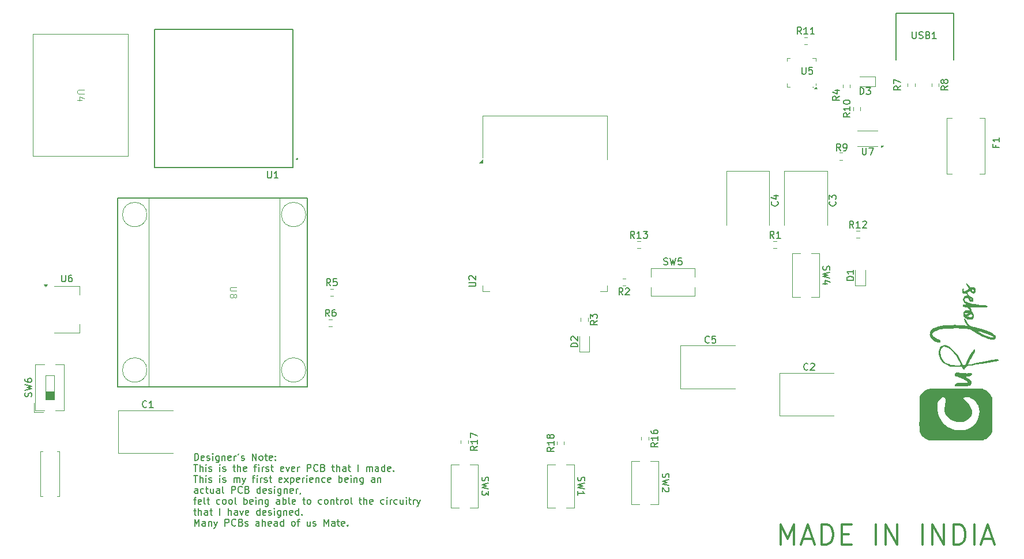
<source format=gbr>
%TF.GenerationSoftware,KiCad,Pcbnew,9.0.1*%
%TF.CreationDate,2025-10-26T11:51:32+05:30*%
%TF.ProjectId,SoundTab,536f756e-6454-4616-922e-6b696361645f,rev?*%
%TF.SameCoordinates,Original*%
%TF.FileFunction,Legend,Top*%
%TF.FilePolarity,Positive*%
%FSLAX46Y46*%
G04 Gerber Fmt 4.6, Leading zero omitted, Abs format (unit mm)*
G04 Created by KiCad (PCBNEW 9.0.1) date 2025-10-26 11:51:32*
%MOMM*%
%LPD*%
G01*
G04 APERTURE LIST*
%ADD10C,0.300000*%
%ADD11C,0.200000*%
%ADD12C,0.150000*%
%ADD13C,0.100000*%
%ADD14C,0.120000*%
%ADD15C,0.127000*%
%ADD16C,0.000000*%
G04 APERTURE END LIST*
D10*
X184411653Y-138117257D02*
X184411653Y-135117257D01*
X184411653Y-135117257D02*
X185411653Y-137260114D01*
X185411653Y-137260114D02*
X186411653Y-135117257D01*
X186411653Y-135117257D02*
X186411653Y-138117257D01*
X187697367Y-137260114D02*
X189125939Y-137260114D01*
X187411653Y-138117257D02*
X188411653Y-135117257D01*
X188411653Y-135117257D02*
X189411653Y-138117257D01*
X190411653Y-138117257D02*
X190411653Y-135117257D01*
X190411653Y-135117257D02*
X191125939Y-135117257D01*
X191125939Y-135117257D02*
X191554510Y-135260114D01*
X191554510Y-135260114D02*
X191840225Y-135545828D01*
X191840225Y-135545828D02*
X191983082Y-135831542D01*
X191983082Y-135831542D02*
X192125939Y-136402971D01*
X192125939Y-136402971D02*
X192125939Y-136831542D01*
X192125939Y-136831542D02*
X191983082Y-137402971D01*
X191983082Y-137402971D02*
X191840225Y-137688685D01*
X191840225Y-137688685D02*
X191554510Y-137974400D01*
X191554510Y-137974400D02*
X191125939Y-138117257D01*
X191125939Y-138117257D02*
X190411653Y-138117257D01*
X193411653Y-136545828D02*
X194411653Y-136545828D01*
X194840225Y-138117257D02*
X193411653Y-138117257D01*
X193411653Y-138117257D02*
X193411653Y-135117257D01*
X193411653Y-135117257D02*
X194840225Y-135117257D01*
X198411653Y-138117257D02*
X198411653Y-135117257D01*
X199840224Y-138117257D02*
X199840224Y-135117257D01*
X199840224Y-135117257D02*
X201554510Y-138117257D01*
X201554510Y-138117257D02*
X201554510Y-135117257D01*
X205268795Y-138117257D02*
X205268795Y-135117257D01*
X206697366Y-138117257D02*
X206697366Y-135117257D01*
X206697366Y-135117257D02*
X208411652Y-138117257D01*
X208411652Y-138117257D02*
X208411652Y-135117257D01*
X209840223Y-138117257D02*
X209840223Y-135117257D01*
X209840223Y-135117257D02*
X210554509Y-135117257D01*
X210554509Y-135117257D02*
X210983080Y-135260114D01*
X210983080Y-135260114D02*
X211268795Y-135545828D01*
X211268795Y-135545828D02*
X211411652Y-135831542D01*
X211411652Y-135831542D02*
X211554509Y-136402971D01*
X211554509Y-136402971D02*
X211554509Y-136831542D01*
X211554509Y-136831542D02*
X211411652Y-137402971D01*
X211411652Y-137402971D02*
X211268795Y-137688685D01*
X211268795Y-137688685D02*
X210983080Y-137974400D01*
X210983080Y-137974400D02*
X210554509Y-138117257D01*
X210554509Y-138117257D02*
X209840223Y-138117257D01*
X212840223Y-138117257D02*
X212840223Y-135117257D01*
X214125937Y-137260114D02*
X215554509Y-137260114D01*
X213840223Y-138117257D02*
X214840223Y-135117257D01*
X214840223Y-135117257D02*
X215840223Y-138117257D01*
D11*
X98369673Y-125707555D02*
X98369673Y-124707555D01*
X98369673Y-124707555D02*
X98607768Y-124707555D01*
X98607768Y-124707555D02*
X98750625Y-124755174D01*
X98750625Y-124755174D02*
X98845863Y-124850412D01*
X98845863Y-124850412D02*
X98893482Y-124945650D01*
X98893482Y-124945650D02*
X98941101Y-125136126D01*
X98941101Y-125136126D02*
X98941101Y-125278983D01*
X98941101Y-125278983D02*
X98893482Y-125469459D01*
X98893482Y-125469459D02*
X98845863Y-125564697D01*
X98845863Y-125564697D02*
X98750625Y-125659936D01*
X98750625Y-125659936D02*
X98607768Y-125707555D01*
X98607768Y-125707555D02*
X98369673Y-125707555D01*
X99750625Y-125659936D02*
X99655387Y-125707555D01*
X99655387Y-125707555D02*
X99464911Y-125707555D01*
X99464911Y-125707555D02*
X99369673Y-125659936D01*
X99369673Y-125659936D02*
X99322054Y-125564697D01*
X99322054Y-125564697D02*
X99322054Y-125183745D01*
X99322054Y-125183745D02*
X99369673Y-125088507D01*
X99369673Y-125088507D02*
X99464911Y-125040888D01*
X99464911Y-125040888D02*
X99655387Y-125040888D01*
X99655387Y-125040888D02*
X99750625Y-125088507D01*
X99750625Y-125088507D02*
X99798244Y-125183745D01*
X99798244Y-125183745D02*
X99798244Y-125278983D01*
X99798244Y-125278983D02*
X99322054Y-125374221D01*
X100179197Y-125659936D02*
X100274435Y-125707555D01*
X100274435Y-125707555D02*
X100464911Y-125707555D01*
X100464911Y-125707555D02*
X100560149Y-125659936D01*
X100560149Y-125659936D02*
X100607768Y-125564697D01*
X100607768Y-125564697D02*
X100607768Y-125517078D01*
X100607768Y-125517078D02*
X100560149Y-125421840D01*
X100560149Y-125421840D02*
X100464911Y-125374221D01*
X100464911Y-125374221D02*
X100322054Y-125374221D01*
X100322054Y-125374221D02*
X100226816Y-125326602D01*
X100226816Y-125326602D02*
X100179197Y-125231364D01*
X100179197Y-125231364D02*
X100179197Y-125183745D01*
X100179197Y-125183745D02*
X100226816Y-125088507D01*
X100226816Y-125088507D02*
X100322054Y-125040888D01*
X100322054Y-125040888D02*
X100464911Y-125040888D01*
X100464911Y-125040888D02*
X100560149Y-125088507D01*
X101036340Y-125707555D02*
X101036340Y-125040888D01*
X101036340Y-124707555D02*
X100988721Y-124755174D01*
X100988721Y-124755174D02*
X101036340Y-124802793D01*
X101036340Y-124802793D02*
X101083959Y-124755174D01*
X101083959Y-124755174D02*
X101036340Y-124707555D01*
X101036340Y-124707555D02*
X101036340Y-124802793D01*
X101941101Y-125040888D02*
X101941101Y-125850412D01*
X101941101Y-125850412D02*
X101893482Y-125945650D01*
X101893482Y-125945650D02*
X101845863Y-125993269D01*
X101845863Y-125993269D02*
X101750625Y-126040888D01*
X101750625Y-126040888D02*
X101607768Y-126040888D01*
X101607768Y-126040888D02*
X101512530Y-125993269D01*
X101941101Y-125659936D02*
X101845863Y-125707555D01*
X101845863Y-125707555D02*
X101655387Y-125707555D01*
X101655387Y-125707555D02*
X101560149Y-125659936D01*
X101560149Y-125659936D02*
X101512530Y-125612316D01*
X101512530Y-125612316D02*
X101464911Y-125517078D01*
X101464911Y-125517078D02*
X101464911Y-125231364D01*
X101464911Y-125231364D02*
X101512530Y-125136126D01*
X101512530Y-125136126D02*
X101560149Y-125088507D01*
X101560149Y-125088507D02*
X101655387Y-125040888D01*
X101655387Y-125040888D02*
X101845863Y-125040888D01*
X101845863Y-125040888D02*
X101941101Y-125088507D01*
X102417292Y-125040888D02*
X102417292Y-125707555D01*
X102417292Y-125136126D02*
X102464911Y-125088507D01*
X102464911Y-125088507D02*
X102560149Y-125040888D01*
X102560149Y-125040888D02*
X102703006Y-125040888D01*
X102703006Y-125040888D02*
X102798244Y-125088507D01*
X102798244Y-125088507D02*
X102845863Y-125183745D01*
X102845863Y-125183745D02*
X102845863Y-125707555D01*
X103703006Y-125659936D02*
X103607768Y-125707555D01*
X103607768Y-125707555D02*
X103417292Y-125707555D01*
X103417292Y-125707555D02*
X103322054Y-125659936D01*
X103322054Y-125659936D02*
X103274435Y-125564697D01*
X103274435Y-125564697D02*
X103274435Y-125183745D01*
X103274435Y-125183745D02*
X103322054Y-125088507D01*
X103322054Y-125088507D02*
X103417292Y-125040888D01*
X103417292Y-125040888D02*
X103607768Y-125040888D01*
X103607768Y-125040888D02*
X103703006Y-125088507D01*
X103703006Y-125088507D02*
X103750625Y-125183745D01*
X103750625Y-125183745D02*
X103750625Y-125278983D01*
X103750625Y-125278983D02*
X103274435Y-125374221D01*
X104179197Y-125707555D02*
X104179197Y-125040888D01*
X104179197Y-125231364D02*
X104226816Y-125136126D01*
X104226816Y-125136126D02*
X104274435Y-125088507D01*
X104274435Y-125088507D02*
X104369673Y-125040888D01*
X104369673Y-125040888D02*
X104464911Y-125040888D01*
X104845864Y-124707555D02*
X104750626Y-124898031D01*
X105226816Y-125659936D02*
X105322054Y-125707555D01*
X105322054Y-125707555D02*
X105512530Y-125707555D01*
X105512530Y-125707555D02*
X105607768Y-125659936D01*
X105607768Y-125659936D02*
X105655387Y-125564697D01*
X105655387Y-125564697D02*
X105655387Y-125517078D01*
X105655387Y-125517078D02*
X105607768Y-125421840D01*
X105607768Y-125421840D02*
X105512530Y-125374221D01*
X105512530Y-125374221D02*
X105369673Y-125374221D01*
X105369673Y-125374221D02*
X105274435Y-125326602D01*
X105274435Y-125326602D02*
X105226816Y-125231364D01*
X105226816Y-125231364D02*
X105226816Y-125183745D01*
X105226816Y-125183745D02*
X105274435Y-125088507D01*
X105274435Y-125088507D02*
X105369673Y-125040888D01*
X105369673Y-125040888D02*
X105512530Y-125040888D01*
X105512530Y-125040888D02*
X105607768Y-125088507D01*
X106845864Y-125707555D02*
X106845864Y-124707555D01*
X106845864Y-124707555D02*
X107417292Y-125707555D01*
X107417292Y-125707555D02*
X107417292Y-124707555D01*
X108036340Y-125707555D02*
X107941102Y-125659936D01*
X107941102Y-125659936D02*
X107893483Y-125612316D01*
X107893483Y-125612316D02*
X107845864Y-125517078D01*
X107845864Y-125517078D02*
X107845864Y-125231364D01*
X107845864Y-125231364D02*
X107893483Y-125136126D01*
X107893483Y-125136126D02*
X107941102Y-125088507D01*
X107941102Y-125088507D02*
X108036340Y-125040888D01*
X108036340Y-125040888D02*
X108179197Y-125040888D01*
X108179197Y-125040888D02*
X108274435Y-125088507D01*
X108274435Y-125088507D02*
X108322054Y-125136126D01*
X108322054Y-125136126D02*
X108369673Y-125231364D01*
X108369673Y-125231364D02*
X108369673Y-125517078D01*
X108369673Y-125517078D02*
X108322054Y-125612316D01*
X108322054Y-125612316D02*
X108274435Y-125659936D01*
X108274435Y-125659936D02*
X108179197Y-125707555D01*
X108179197Y-125707555D02*
X108036340Y-125707555D01*
X108655388Y-125040888D02*
X109036340Y-125040888D01*
X108798245Y-124707555D02*
X108798245Y-125564697D01*
X108798245Y-125564697D02*
X108845864Y-125659936D01*
X108845864Y-125659936D02*
X108941102Y-125707555D01*
X108941102Y-125707555D02*
X109036340Y-125707555D01*
X109750626Y-125659936D02*
X109655388Y-125707555D01*
X109655388Y-125707555D02*
X109464912Y-125707555D01*
X109464912Y-125707555D02*
X109369674Y-125659936D01*
X109369674Y-125659936D02*
X109322055Y-125564697D01*
X109322055Y-125564697D02*
X109322055Y-125183745D01*
X109322055Y-125183745D02*
X109369674Y-125088507D01*
X109369674Y-125088507D02*
X109464912Y-125040888D01*
X109464912Y-125040888D02*
X109655388Y-125040888D01*
X109655388Y-125040888D02*
X109750626Y-125088507D01*
X109750626Y-125088507D02*
X109798245Y-125183745D01*
X109798245Y-125183745D02*
X109798245Y-125278983D01*
X109798245Y-125278983D02*
X109322055Y-125374221D01*
X110226817Y-125612316D02*
X110274436Y-125659936D01*
X110274436Y-125659936D02*
X110226817Y-125707555D01*
X110226817Y-125707555D02*
X110179198Y-125659936D01*
X110179198Y-125659936D02*
X110226817Y-125612316D01*
X110226817Y-125612316D02*
X110226817Y-125707555D01*
X110226817Y-125088507D02*
X110274436Y-125136126D01*
X110274436Y-125136126D02*
X110226817Y-125183745D01*
X110226817Y-125183745D02*
X110179198Y-125136126D01*
X110179198Y-125136126D02*
X110226817Y-125088507D01*
X110226817Y-125088507D02*
X110226817Y-125183745D01*
X98226816Y-126317499D02*
X98798244Y-126317499D01*
X98512530Y-127317499D02*
X98512530Y-126317499D01*
X99131578Y-127317499D02*
X99131578Y-126317499D01*
X99560149Y-127317499D02*
X99560149Y-126793689D01*
X99560149Y-126793689D02*
X99512530Y-126698451D01*
X99512530Y-126698451D02*
X99417292Y-126650832D01*
X99417292Y-126650832D02*
X99274435Y-126650832D01*
X99274435Y-126650832D02*
X99179197Y-126698451D01*
X99179197Y-126698451D02*
X99131578Y-126746070D01*
X100036340Y-127317499D02*
X100036340Y-126650832D01*
X100036340Y-126317499D02*
X99988721Y-126365118D01*
X99988721Y-126365118D02*
X100036340Y-126412737D01*
X100036340Y-126412737D02*
X100083959Y-126365118D01*
X100083959Y-126365118D02*
X100036340Y-126317499D01*
X100036340Y-126317499D02*
X100036340Y-126412737D01*
X100464911Y-127269880D02*
X100560149Y-127317499D01*
X100560149Y-127317499D02*
X100750625Y-127317499D01*
X100750625Y-127317499D02*
X100845863Y-127269880D01*
X100845863Y-127269880D02*
X100893482Y-127174641D01*
X100893482Y-127174641D02*
X100893482Y-127127022D01*
X100893482Y-127127022D02*
X100845863Y-127031784D01*
X100845863Y-127031784D02*
X100750625Y-126984165D01*
X100750625Y-126984165D02*
X100607768Y-126984165D01*
X100607768Y-126984165D02*
X100512530Y-126936546D01*
X100512530Y-126936546D02*
X100464911Y-126841308D01*
X100464911Y-126841308D02*
X100464911Y-126793689D01*
X100464911Y-126793689D02*
X100512530Y-126698451D01*
X100512530Y-126698451D02*
X100607768Y-126650832D01*
X100607768Y-126650832D02*
X100750625Y-126650832D01*
X100750625Y-126650832D02*
X100845863Y-126698451D01*
X102083959Y-127317499D02*
X102083959Y-126650832D01*
X102083959Y-126317499D02*
X102036340Y-126365118D01*
X102036340Y-126365118D02*
X102083959Y-126412737D01*
X102083959Y-126412737D02*
X102131578Y-126365118D01*
X102131578Y-126365118D02*
X102083959Y-126317499D01*
X102083959Y-126317499D02*
X102083959Y-126412737D01*
X102512530Y-127269880D02*
X102607768Y-127317499D01*
X102607768Y-127317499D02*
X102798244Y-127317499D01*
X102798244Y-127317499D02*
X102893482Y-127269880D01*
X102893482Y-127269880D02*
X102941101Y-127174641D01*
X102941101Y-127174641D02*
X102941101Y-127127022D01*
X102941101Y-127127022D02*
X102893482Y-127031784D01*
X102893482Y-127031784D02*
X102798244Y-126984165D01*
X102798244Y-126984165D02*
X102655387Y-126984165D01*
X102655387Y-126984165D02*
X102560149Y-126936546D01*
X102560149Y-126936546D02*
X102512530Y-126841308D01*
X102512530Y-126841308D02*
X102512530Y-126793689D01*
X102512530Y-126793689D02*
X102560149Y-126698451D01*
X102560149Y-126698451D02*
X102655387Y-126650832D01*
X102655387Y-126650832D02*
X102798244Y-126650832D01*
X102798244Y-126650832D02*
X102893482Y-126698451D01*
X103988721Y-126650832D02*
X104369673Y-126650832D01*
X104131578Y-126317499D02*
X104131578Y-127174641D01*
X104131578Y-127174641D02*
X104179197Y-127269880D01*
X104179197Y-127269880D02*
X104274435Y-127317499D01*
X104274435Y-127317499D02*
X104369673Y-127317499D01*
X104703007Y-127317499D02*
X104703007Y-126317499D01*
X105131578Y-127317499D02*
X105131578Y-126793689D01*
X105131578Y-126793689D02*
X105083959Y-126698451D01*
X105083959Y-126698451D02*
X104988721Y-126650832D01*
X104988721Y-126650832D02*
X104845864Y-126650832D01*
X104845864Y-126650832D02*
X104750626Y-126698451D01*
X104750626Y-126698451D02*
X104703007Y-126746070D01*
X105988721Y-127269880D02*
X105893483Y-127317499D01*
X105893483Y-127317499D02*
X105703007Y-127317499D01*
X105703007Y-127317499D02*
X105607769Y-127269880D01*
X105607769Y-127269880D02*
X105560150Y-127174641D01*
X105560150Y-127174641D02*
X105560150Y-126793689D01*
X105560150Y-126793689D02*
X105607769Y-126698451D01*
X105607769Y-126698451D02*
X105703007Y-126650832D01*
X105703007Y-126650832D02*
X105893483Y-126650832D01*
X105893483Y-126650832D02*
X105988721Y-126698451D01*
X105988721Y-126698451D02*
X106036340Y-126793689D01*
X106036340Y-126793689D02*
X106036340Y-126888927D01*
X106036340Y-126888927D02*
X105560150Y-126984165D01*
X107083960Y-126650832D02*
X107464912Y-126650832D01*
X107226817Y-127317499D02*
X107226817Y-126460356D01*
X107226817Y-126460356D02*
X107274436Y-126365118D01*
X107274436Y-126365118D02*
X107369674Y-126317499D01*
X107369674Y-126317499D02*
X107464912Y-126317499D01*
X107798246Y-127317499D02*
X107798246Y-126650832D01*
X107798246Y-126317499D02*
X107750627Y-126365118D01*
X107750627Y-126365118D02*
X107798246Y-126412737D01*
X107798246Y-126412737D02*
X107845865Y-126365118D01*
X107845865Y-126365118D02*
X107798246Y-126317499D01*
X107798246Y-126317499D02*
X107798246Y-126412737D01*
X108274436Y-127317499D02*
X108274436Y-126650832D01*
X108274436Y-126841308D02*
X108322055Y-126746070D01*
X108322055Y-126746070D02*
X108369674Y-126698451D01*
X108369674Y-126698451D02*
X108464912Y-126650832D01*
X108464912Y-126650832D02*
X108560150Y-126650832D01*
X108845865Y-127269880D02*
X108941103Y-127317499D01*
X108941103Y-127317499D02*
X109131579Y-127317499D01*
X109131579Y-127317499D02*
X109226817Y-127269880D01*
X109226817Y-127269880D02*
X109274436Y-127174641D01*
X109274436Y-127174641D02*
X109274436Y-127127022D01*
X109274436Y-127127022D02*
X109226817Y-127031784D01*
X109226817Y-127031784D02*
X109131579Y-126984165D01*
X109131579Y-126984165D02*
X108988722Y-126984165D01*
X108988722Y-126984165D02*
X108893484Y-126936546D01*
X108893484Y-126936546D02*
X108845865Y-126841308D01*
X108845865Y-126841308D02*
X108845865Y-126793689D01*
X108845865Y-126793689D02*
X108893484Y-126698451D01*
X108893484Y-126698451D02*
X108988722Y-126650832D01*
X108988722Y-126650832D02*
X109131579Y-126650832D01*
X109131579Y-126650832D02*
X109226817Y-126698451D01*
X109560151Y-126650832D02*
X109941103Y-126650832D01*
X109703008Y-126317499D02*
X109703008Y-127174641D01*
X109703008Y-127174641D02*
X109750627Y-127269880D01*
X109750627Y-127269880D02*
X109845865Y-127317499D01*
X109845865Y-127317499D02*
X109941103Y-127317499D01*
X111417294Y-127269880D02*
X111322056Y-127317499D01*
X111322056Y-127317499D02*
X111131580Y-127317499D01*
X111131580Y-127317499D02*
X111036342Y-127269880D01*
X111036342Y-127269880D02*
X110988723Y-127174641D01*
X110988723Y-127174641D02*
X110988723Y-126793689D01*
X110988723Y-126793689D02*
X111036342Y-126698451D01*
X111036342Y-126698451D02*
X111131580Y-126650832D01*
X111131580Y-126650832D02*
X111322056Y-126650832D01*
X111322056Y-126650832D02*
X111417294Y-126698451D01*
X111417294Y-126698451D02*
X111464913Y-126793689D01*
X111464913Y-126793689D02*
X111464913Y-126888927D01*
X111464913Y-126888927D02*
X110988723Y-126984165D01*
X111798247Y-126650832D02*
X112036342Y-127317499D01*
X112036342Y-127317499D02*
X112274437Y-126650832D01*
X113036342Y-127269880D02*
X112941104Y-127317499D01*
X112941104Y-127317499D02*
X112750628Y-127317499D01*
X112750628Y-127317499D02*
X112655390Y-127269880D01*
X112655390Y-127269880D02*
X112607771Y-127174641D01*
X112607771Y-127174641D02*
X112607771Y-126793689D01*
X112607771Y-126793689D02*
X112655390Y-126698451D01*
X112655390Y-126698451D02*
X112750628Y-126650832D01*
X112750628Y-126650832D02*
X112941104Y-126650832D01*
X112941104Y-126650832D02*
X113036342Y-126698451D01*
X113036342Y-126698451D02*
X113083961Y-126793689D01*
X113083961Y-126793689D02*
X113083961Y-126888927D01*
X113083961Y-126888927D02*
X112607771Y-126984165D01*
X113512533Y-127317499D02*
X113512533Y-126650832D01*
X113512533Y-126841308D02*
X113560152Y-126746070D01*
X113560152Y-126746070D02*
X113607771Y-126698451D01*
X113607771Y-126698451D02*
X113703009Y-126650832D01*
X113703009Y-126650832D02*
X113798247Y-126650832D01*
X114893486Y-127317499D02*
X114893486Y-126317499D01*
X114893486Y-126317499D02*
X115274438Y-126317499D01*
X115274438Y-126317499D02*
X115369676Y-126365118D01*
X115369676Y-126365118D02*
X115417295Y-126412737D01*
X115417295Y-126412737D02*
X115464914Y-126507975D01*
X115464914Y-126507975D02*
X115464914Y-126650832D01*
X115464914Y-126650832D02*
X115417295Y-126746070D01*
X115417295Y-126746070D02*
X115369676Y-126793689D01*
X115369676Y-126793689D02*
X115274438Y-126841308D01*
X115274438Y-126841308D02*
X114893486Y-126841308D01*
X116464914Y-127222260D02*
X116417295Y-127269880D01*
X116417295Y-127269880D02*
X116274438Y-127317499D01*
X116274438Y-127317499D02*
X116179200Y-127317499D01*
X116179200Y-127317499D02*
X116036343Y-127269880D01*
X116036343Y-127269880D02*
X115941105Y-127174641D01*
X115941105Y-127174641D02*
X115893486Y-127079403D01*
X115893486Y-127079403D02*
X115845867Y-126888927D01*
X115845867Y-126888927D02*
X115845867Y-126746070D01*
X115845867Y-126746070D02*
X115893486Y-126555594D01*
X115893486Y-126555594D02*
X115941105Y-126460356D01*
X115941105Y-126460356D02*
X116036343Y-126365118D01*
X116036343Y-126365118D02*
X116179200Y-126317499D01*
X116179200Y-126317499D02*
X116274438Y-126317499D01*
X116274438Y-126317499D02*
X116417295Y-126365118D01*
X116417295Y-126365118D02*
X116464914Y-126412737D01*
X117226819Y-126793689D02*
X117369676Y-126841308D01*
X117369676Y-126841308D02*
X117417295Y-126888927D01*
X117417295Y-126888927D02*
X117464914Y-126984165D01*
X117464914Y-126984165D02*
X117464914Y-127127022D01*
X117464914Y-127127022D02*
X117417295Y-127222260D01*
X117417295Y-127222260D02*
X117369676Y-127269880D01*
X117369676Y-127269880D02*
X117274438Y-127317499D01*
X117274438Y-127317499D02*
X116893486Y-127317499D01*
X116893486Y-127317499D02*
X116893486Y-126317499D01*
X116893486Y-126317499D02*
X117226819Y-126317499D01*
X117226819Y-126317499D02*
X117322057Y-126365118D01*
X117322057Y-126365118D02*
X117369676Y-126412737D01*
X117369676Y-126412737D02*
X117417295Y-126507975D01*
X117417295Y-126507975D02*
X117417295Y-126603213D01*
X117417295Y-126603213D02*
X117369676Y-126698451D01*
X117369676Y-126698451D02*
X117322057Y-126746070D01*
X117322057Y-126746070D02*
X117226819Y-126793689D01*
X117226819Y-126793689D02*
X116893486Y-126793689D01*
X118512534Y-126650832D02*
X118893486Y-126650832D01*
X118655391Y-126317499D02*
X118655391Y-127174641D01*
X118655391Y-127174641D02*
X118703010Y-127269880D01*
X118703010Y-127269880D02*
X118798248Y-127317499D01*
X118798248Y-127317499D02*
X118893486Y-127317499D01*
X119226820Y-127317499D02*
X119226820Y-126317499D01*
X119655391Y-127317499D02*
X119655391Y-126793689D01*
X119655391Y-126793689D02*
X119607772Y-126698451D01*
X119607772Y-126698451D02*
X119512534Y-126650832D01*
X119512534Y-126650832D02*
X119369677Y-126650832D01*
X119369677Y-126650832D02*
X119274439Y-126698451D01*
X119274439Y-126698451D02*
X119226820Y-126746070D01*
X120560153Y-127317499D02*
X120560153Y-126793689D01*
X120560153Y-126793689D02*
X120512534Y-126698451D01*
X120512534Y-126698451D02*
X120417296Y-126650832D01*
X120417296Y-126650832D02*
X120226820Y-126650832D01*
X120226820Y-126650832D02*
X120131582Y-126698451D01*
X120560153Y-127269880D02*
X120464915Y-127317499D01*
X120464915Y-127317499D02*
X120226820Y-127317499D01*
X120226820Y-127317499D02*
X120131582Y-127269880D01*
X120131582Y-127269880D02*
X120083963Y-127174641D01*
X120083963Y-127174641D02*
X120083963Y-127079403D01*
X120083963Y-127079403D02*
X120131582Y-126984165D01*
X120131582Y-126984165D02*
X120226820Y-126936546D01*
X120226820Y-126936546D02*
X120464915Y-126936546D01*
X120464915Y-126936546D02*
X120560153Y-126888927D01*
X120893487Y-126650832D02*
X121274439Y-126650832D01*
X121036344Y-126317499D02*
X121036344Y-127174641D01*
X121036344Y-127174641D02*
X121083963Y-127269880D01*
X121083963Y-127269880D02*
X121179201Y-127317499D01*
X121179201Y-127317499D02*
X121274439Y-127317499D01*
X122369678Y-127317499D02*
X122369678Y-126317499D01*
X123607773Y-127317499D02*
X123607773Y-126650832D01*
X123607773Y-126746070D02*
X123655392Y-126698451D01*
X123655392Y-126698451D02*
X123750630Y-126650832D01*
X123750630Y-126650832D02*
X123893487Y-126650832D01*
X123893487Y-126650832D02*
X123988725Y-126698451D01*
X123988725Y-126698451D02*
X124036344Y-126793689D01*
X124036344Y-126793689D02*
X124036344Y-127317499D01*
X124036344Y-126793689D02*
X124083963Y-126698451D01*
X124083963Y-126698451D02*
X124179201Y-126650832D01*
X124179201Y-126650832D02*
X124322058Y-126650832D01*
X124322058Y-126650832D02*
X124417297Y-126698451D01*
X124417297Y-126698451D02*
X124464916Y-126793689D01*
X124464916Y-126793689D02*
X124464916Y-127317499D01*
X125369677Y-127317499D02*
X125369677Y-126793689D01*
X125369677Y-126793689D02*
X125322058Y-126698451D01*
X125322058Y-126698451D02*
X125226820Y-126650832D01*
X125226820Y-126650832D02*
X125036344Y-126650832D01*
X125036344Y-126650832D02*
X124941106Y-126698451D01*
X125369677Y-127269880D02*
X125274439Y-127317499D01*
X125274439Y-127317499D02*
X125036344Y-127317499D01*
X125036344Y-127317499D02*
X124941106Y-127269880D01*
X124941106Y-127269880D02*
X124893487Y-127174641D01*
X124893487Y-127174641D02*
X124893487Y-127079403D01*
X124893487Y-127079403D02*
X124941106Y-126984165D01*
X124941106Y-126984165D02*
X125036344Y-126936546D01*
X125036344Y-126936546D02*
X125274439Y-126936546D01*
X125274439Y-126936546D02*
X125369677Y-126888927D01*
X126274439Y-127317499D02*
X126274439Y-126317499D01*
X126274439Y-127269880D02*
X126179201Y-127317499D01*
X126179201Y-127317499D02*
X125988725Y-127317499D01*
X125988725Y-127317499D02*
X125893487Y-127269880D01*
X125893487Y-127269880D02*
X125845868Y-127222260D01*
X125845868Y-127222260D02*
X125798249Y-127127022D01*
X125798249Y-127127022D02*
X125798249Y-126841308D01*
X125798249Y-126841308D02*
X125845868Y-126746070D01*
X125845868Y-126746070D02*
X125893487Y-126698451D01*
X125893487Y-126698451D02*
X125988725Y-126650832D01*
X125988725Y-126650832D02*
X126179201Y-126650832D01*
X126179201Y-126650832D02*
X126274439Y-126698451D01*
X127131582Y-127269880D02*
X127036344Y-127317499D01*
X127036344Y-127317499D02*
X126845868Y-127317499D01*
X126845868Y-127317499D02*
X126750630Y-127269880D01*
X126750630Y-127269880D02*
X126703011Y-127174641D01*
X126703011Y-127174641D02*
X126703011Y-126793689D01*
X126703011Y-126793689D02*
X126750630Y-126698451D01*
X126750630Y-126698451D02*
X126845868Y-126650832D01*
X126845868Y-126650832D02*
X127036344Y-126650832D01*
X127036344Y-126650832D02*
X127131582Y-126698451D01*
X127131582Y-126698451D02*
X127179201Y-126793689D01*
X127179201Y-126793689D02*
X127179201Y-126888927D01*
X127179201Y-126888927D02*
X126703011Y-126984165D01*
X127607773Y-127222260D02*
X127655392Y-127269880D01*
X127655392Y-127269880D02*
X127607773Y-127317499D01*
X127607773Y-127317499D02*
X127560154Y-127269880D01*
X127560154Y-127269880D02*
X127607773Y-127222260D01*
X127607773Y-127222260D02*
X127607773Y-127317499D01*
X98226816Y-127927443D02*
X98798244Y-127927443D01*
X98512530Y-128927443D02*
X98512530Y-127927443D01*
X99131578Y-128927443D02*
X99131578Y-127927443D01*
X99560149Y-128927443D02*
X99560149Y-128403633D01*
X99560149Y-128403633D02*
X99512530Y-128308395D01*
X99512530Y-128308395D02*
X99417292Y-128260776D01*
X99417292Y-128260776D02*
X99274435Y-128260776D01*
X99274435Y-128260776D02*
X99179197Y-128308395D01*
X99179197Y-128308395D02*
X99131578Y-128356014D01*
X100036340Y-128927443D02*
X100036340Y-128260776D01*
X100036340Y-127927443D02*
X99988721Y-127975062D01*
X99988721Y-127975062D02*
X100036340Y-128022681D01*
X100036340Y-128022681D02*
X100083959Y-127975062D01*
X100083959Y-127975062D02*
X100036340Y-127927443D01*
X100036340Y-127927443D02*
X100036340Y-128022681D01*
X100464911Y-128879824D02*
X100560149Y-128927443D01*
X100560149Y-128927443D02*
X100750625Y-128927443D01*
X100750625Y-128927443D02*
X100845863Y-128879824D01*
X100845863Y-128879824D02*
X100893482Y-128784585D01*
X100893482Y-128784585D02*
X100893482Y-128736966D01*
X100893482Y-128736966D02*
X100845863Y-128641728D01*
X100845863Y-128641728D02*
X100750625Y-128594109D01*
X100750625Y-128594109D02*
X100607768Y-128594109D01*
X100607768Y-128594109D02*
X100512530Y-128546490D01*
X100512530Y-128546490D02*
X100464911Y-128451252D01*
X100464911Y-128451252D02*
X100464911Y-128403633D01*
X100464911Y-128403633D02*
X100512530Y-128308395D01*
X100512530Y-128308395D02*
X100607768Y-128260776D01*
X100607768Y-128260776D02*
X100750625Y-128260776D01*
X100750625Y-128260776D02*
X100845863Y-128308395D01*
X102083959Y-128927443D02*
X102083959Y-128260776D01*
X102083959Y-127927443D02*
X102036340Y-127975062D01*
X102036340Y-127975062D02*
X102083959Y-128022681D01*
X102083959Y-128022681D02*
X102131578Y-127975062D01*
X102131578Y-127975062D02*
X102083959Y-127927443D01*
X102083959Y-127927443D02*
X102083959Y-128022681D01*
X102512530Y-128879824D02*
X102607768Y-128927443D01*
X102607768Y-128927443D02*
X102798244Y-128927443D01*
X102798244Y-128927443D02*
X102893482Y-128879824D01*
X102893482Y-128879824D02*
X102941101Y-128784585D01*
X102941101Y-128784585D02*
X102941101Y-128736966D01*
X102941101Y-128736966D02*
X102893482Y-128641728D01*
X102893482Y-128641728D02*
X102798244Y-128594109D01*
X102798244Y-128594109D02*
X102655387Y-128594109D01*
X102655387Y-128594109D02*
X102560149Y-128546490D01*
X102560149Y-128546490D02*
X102512530Y-128451252D01*
X102512530Y-128451252D02*
X102512530Y-128403633D01*
X102512530Y-128403633D02*
X102560149Y-128308395D01*
X102560149Y-128308395D02*
X102655387Y-128260776D01*
X102655387Y-128260776D02*
X102798244Y-128260776D01*
X102798244Y-128260776D02*
X102893482Y-128308395D01*
X104131578Y-128927443D02*
X104131578Y-128260776D01*
X104131578Y-128356014D02*
X104179197Y-128308395D01*
X104179197Y-128308395D02*
X104274435Y-128260776D01*
X104274435Y-128260776D02*
X104417292Y-128260776D01*
X104417292Y-128260776D02*
X104512530Y-128308395D01*
X104512530Y-128308395D02*
X104560149Y-128403633D01*
X104560149Y-128403633D02*
X104560149Y-128927443D01*
X104560149Y-128403633D02*
X104607768Y-128308395D01*
X104607768Y-128308395D02*
X104703006Y-128260776D01*
X104703006Y-128260776D02*
X104845863Y-128260776D01*
X104845863Y-128260776D02*
X104941102Y-128308395D01*
X104941102Y-128308395D02*
X104988721Y-128403633D01*
X104988721Y-128403633D02*
X104988721Y-128927443D01*
X105369673Y-128260776D02*
X105607768Y-128927443D01*
X105845863Y-128260776D02*
X105607768Y-128927443D01*
X105607768Y-128927443D02*
X105512530Y-129165538D01*
X105512530Y-129165538D02*
X105464911Y-129213157D01*
X105464911Y-129213157D02*
X105369673Y-129260776D01*
X106845864Y-128260776D02*
X107226816Y-128260776D01*
X106988721Y-128927443D02*
X106988721Y-128070300D01*
X106988721Y-128070300D02*
X107036340Y-127975062D01*
X107036340Y-127975062D02*
X107131578Y-127927443D01*
X107131578Y-127927443D02*
X107226816Y-127927443D01*
X107560150Y-128927443D02*
X107560150Y-128260776D01*
X107560150Y-127927443D02*
X107512531Y-127975062D01*
X107512531Y-127975062D02*
X107560150Y-128022681D01*
X107560150Y-128022681D02*
X107607769Y-127975062D01*
X107607769Y-127975062D02*
X107560150Y-127927443D01*
X107560150Y-127927443D02*
X107560150Y-128022681D01*
X108036340Y-128927443D02*
X108036340Y-128260776D01*
X108036340Y-128451252D02*
X108083959Y-128356014D01*
X108083959Y-128356014D02*
X108131578Y-128308395D01*
X108131578Y-128308395D02*
X108226816Y-128260776D01*
X108226816Y-128260776D02*
X108322054Y-128260776D01*
X108607769Y-128879824D02*
X108703007Y-128927443D01*
X108703007Y-128927443D02*
X108893483Y-128927443D01*
X108893483Y-128927443D02*
X108988721Y-128879824D01*
X108988721Y-128879824D02*
X109036340Y-128784585D01*
X109036340Y-128784585D02*
X109036340Y-128736966D01*
X109036340Y-128736966D02*
X108988721Y-128641728D01*
X108988721Y-128641728D02*
X108893483Y-128594109D01*
X108893483Y-128594109D02*
X108750626Y-128594109D01*
X108750626Y-128594109D02*
X108655388Y-128546490D01*
X108655388Y-128546490D02*
X108607769Y-128451252D01*
X108607769Y-128451252D02*
X108607769Y-128403633D01*
X108607769Y-128403633D02*
X108655388Y-128308395D01*
X108655388Y-128308395D02*
X108750626Y-128260776D01*
X108750626Y-128260776D02*
X108893483Y-128260776D01*
X108893483Y-128260776D02*
X108988721Y-128308395D01*
X109322055Y-128260776D02*
X109703007Y-128260776D01*
X109464912Y-127927443D02*
X109464912Y-128784585D01*
X109464912Y-128784585D02*
X109512531Y-128879824D01*
X109512531Y-128879824D02*
X109607769Y-128927443D01*
X109607769Y-128927443D02*
X109703007Y-128927443D01*
X111179198Y-128879824D02*
X111083960Y-128927443D01*
X111083960Y-128927443D02*
X110893484Y-128927443D01*
X110893484Y-128927443D02*
X110798246Y-128879824D01*
X110798246Y-128879824D02*
X110750627Y-128784585D01*
X110750627Y-128784585D02*
X110750627Y-128403633D01*
X110750627Y-128403633D02*
X110798246Y-128308395D01*
X110798246Y-128308395D02*
X110893484Y-128260776D01*
X110893484Y-128260776D02*
X111083960Y-128260776D01*
X111083960Y-128260776D02*
X111179198Y-128308395D01*
X111179198Y-128308395D02*
X111226817Y-128403633D01*
X111226817Y-128403633D02*
X111226817Y-128498871D01*
X111226817Y-128498871D02*
X110750627Y-128594109D01*
X111560151Y-128927443D02*
X112083960Y-128260776D01*
X111560151Y-128260776D02*
X112083960Y-128927443D01*
X112464913Y-128260776D02*
X112464913Y-129260776D01*
X112464913Y-128308395D02*
X112560151Y-128260776D01*
X112560151Y-128260776D02*
X112750627Y-128260776D01*
X112750627Y-128260776D02*
X112845865Y-128308395D01*
X112845865Y-128308395D02*
X112893484Y-128356014D01*
X112893484Y-128356014D02*
X112941103Y-128451252D01*
X112941103Y-128451252D02*
X112941103Y-128736966D01*
X112941103Y-128736966D02*
X112893484Y-128832204D01*
X112893484Y-128832204D02*
X112845865Y-128879824D01*
X112845865Y-128879824D02*
X112750627Y-128927443D01*
X112750627Y-128927443D02*
X112560151Y-128927443D01*
X112560151Y-128927443D02*
X112464913Y-128879824D01*
X113750627Y-128879824D02*
X113655389Y-128927443D01*
X113655389Y-128927443D02*
X113464913Y-128927443D01*
X113464913Y-128927443D02*
X113369675Y-128879824D01*
X113369675Y-128879824D02*
X113322056Y-128784585D01*
X113322056Y-128784585D02*
X113322056Y-128403633D01*
X113322056Y-128403633D02*
X113369675Y-128308395D01*
X113369675Y-128308395D02*
X113464913Y-128260776D01*
X113464913Y-128260776D02*
X113655389Y-128260776D01*
X113655389Y-128260776D02*
X113750627Y-128308395D01*
X113750627Y-128308395D02*
X113798246Y-128403633D01*
X113798246Y-128403633D02*
X113798246Y-128498871D01*
X113798246Y-128498871D02*
X113322056Y-128594109D01*
X114226818Y-128927443D02*
X114226818Y-128260776D01*
X114226818Y-128451252D02*
X114274437Y-128356014D01*
X114274437Y-128356014D02*
X114322056Y-128308395D01*
X114322056Y-128308395D02*
X114417294Y-128260776D01*
X114417294Y-128260776D02*
X114512532Y-128260776D01*
X114845866Y-128927443D02*
X114845866Y-128260776D01*
X114845866Y-127927443D02*
X114798247Y-127975062D01*
X114798247Y-127975062D02*
X114845866Y-128022681D01*
X114845866Y-128022681D02*
X114893485Y-127975062D01*
X114893485Y-127975062D02*
X114845866Y-127927443D01*
X114845866Y-127927443D02*
X114845866Y-128022681D01*
X115703008Y-128879824D02*
X115607770Y-128927443D01*
X115607770Y-128927443D02*
X115417294Y-128927443D01*
X115417294Y-128927443D02*
X115322056Y-128879824D01*
X115322056Y-128879824D02*
X115274437Y-128784585D01*
X115274437Y-128784585D02*
X115274437Y-128403633D01*
X115274437Y-128403633D02*
X115322056Y-128308395D01*
X115322056Y-128308395D02*
X115417294Y-128260776D01*
X115417294Y-128260776D02*
X115607770Y-128260776D01*
X115607770Y-128260776D02*
X115703008Y-128308395D01*
X115703008Y-128308395D02*
X115750627Y-128403633D01*
X115750627Y-128403633D02*
X115750627Y-128498871D01*
X115750627Y-128498871D02*
X115274437Y-128594109D01*
X116179199Y-128260776D02*
X116179199Y-128927443D01*
X116179199Y-128356014D02*
X116226818Y-128308395D01*
X116226818Y-128308395D02*
X116322056Y-128260776D01*
X116322056Y-128260776D02*
X116464913Y-128260776D01*
X116464913Y-128260776D02*
X116560151Y-128308395D01*
X116560151Y-128308395D02*
X116607770Y-128403633D01*
X116607770Y-128403633D02*
X116607770Y-128927443D01*
X117512532Y-128879824D02*
X117417294Y-128927443D01*
X117417294Y-128927443D02*
X117226818Y-128927443D01*
X117226818Y-128927443D02*
X117131580Y-128879824D01*
X117131580Y-128879824D02*
X117083961Y-128832204D01*
X117083961Y-128832204D02*
X117036342Y-128736966D01*
X117036342Y-128736966D02*
X117036342Y-128451252D01*
X117036342Y-128451252D02*
X117083961Y-128356014D01*
X117083961Y-128356014D02*
X117131580Y-128308395D01*
X117131580Y-128308395D02*
X117226818Y-128260776D01*
X117226818Y-128260776D02*
X117417294Y-128260776D01*
X117417294Y-128260776D02*
X117512532Y-128308395D01*
X118322056Y-128879824D02*
X118226818Y-128927443D01*
X118226818Y-128927443D02*
X118036342Y-128927443D01*
X118036342Y-128927443D02*
X117941104Y-128879824D01*
X117941104Y-128879824D02*
X117893485Y-128784585D01*
X117893485Y-128784585D02*
X117893485Y-128403633D01*
X117893485Y-128403633D02*
X117941104Y-128308395D01*
X117941104Y-128308395D02*
X118036342Y-128260776D01*
X118036342Y-128260776D02*
X118226818Y-128260776D01*
X118226818Y-128260776D02*
X118322056Y-128308395D01*
X118322056Y-128308395D02*
X118369675Y-128403633D01*
X118369675Y-128403633D02*
X118369675Y-128498871D01*
X118369675Y-128498871D02*
X117893485Y-128594109D01*
X119560152Y-128927443D02*
X119560152Y-127927443D01*
X119560152Y-128308395D02*
X119655390Y-128260776D01*
X119655390Y-128260776D02*
X119845866Y-128260776D01*
X119845866Y-128260776D02*
X119941104Y-128308395D01*
X119941104Y-128308395D02*
X119988723Y-128356014D01*
X119988723Y-128356014D02*
X120036342Y-128451252D01*
X120036342Y-128451252D02*
X120036342Y-128736966D01*
X120036342Y-128736966D02*
X119988723Y-128832204D01*
X119988723Y-128832204D02*
X119941104Y-128879824D01*
X119941104Y-128879824D02*
X119845866Y-128927443D01*
X119845866Y-128927443D02*
X119655390Y-128927443D01*
X119655390Y-128927443D02*
X119560152Y-128879824D01*
X120845866Y-128879824D02*
X120750628Y-128927443D01*
X120750628Y-128927443D02*
X120560152Y-128927443D01*
X120560152Y-128927443D02*
X120464914Y-128879824D01*
X120464914Y-128879824D02*
X120417295Y-128784585D01*
X120417295Y-128784585D02*
X120417295Y-128403633D01*
X120417295Y-128403633D02*
X120464914Y-128308395D01*
X120464914Y-128308395D02*
X120560152Y-128260776D01*
X120560152Y-128260776D02*
X120750628Y-128260776D01*
X120750628Y-128260776D02*
X120845866Y-128308395D01*
X120845866Y-128308395D02*
X120893485Y-128403633D01*
X120893485Y-128403633D02*
X120893485Y-128498871D01*
X120893485Y-128498871D02*
X120417295Y-128594109D01*
X121322057Y-128927443D02*
X121322057Y-128260776D01*
X121322057Y-127927443D02*
X121274438Y-127975062D01*
X121274438Y-127975062D02*
X121322057Y-128022681D01*
X121322057Y-128022681D02*
X121369676Y-127975062D01*
X121369676Y-127975062D02*
X121322057Y-127927443D01*
X121322057Y-127927443D02*
X121322057Y-128022681D01*
X121798247Y-128260776D02*
X121798247Y-128927443D01*
X121798247Y-128356014D02*
X121845866Y-128308395D01*
X121845866Y-128308395D02*
X121941104Y-128260776D01*
X121941104Y-128260776D02*
X122083961Y-128260776D01*
X122083961Y-128260776D02*
X122179199Y-128308395D01*
X122179199Y-128308395D02*
X122226818Y-128403633D01*
X122226818Y-128403633D02*
X122226818Y-128927443D01*
X123131580Y-128260776D02*
X123131580Y-129070300D01*
X123131580Y-129070300D02*
X123083961Y-129165538D01*
X123083961Y-129165538D02*
X123036342Y-129213157D01*
X123036342Y-129213157D02*
X122941104Y-129260776D01*
X122941104Y-129260776D02*
X122798247Y-129260776D01*
X122798247Y-129260776D02*
X122703009Y-129213157D01*
X123131580Y-128879824D02*
X123036342Y-128927443D01*
X123036342Y-128927443D02*
X122845866Y-128927443D01*
X122845866Y-128927443D02*
X122750628Y-128879824D01*
X122750628Y-128879824D02*
X122703009Y-128832204D01*
X122703009Y-128832204D02*
X122655390Y-128736966D01*
X122655390Y-128736966D02*
X122655390Y-128451252D01*
X122655390Y-128451252D02*
X122703009Y-128356014D01*
X122703009Y-128356014D02*
X122750628Y-128308395D01*
X122750628Y-128308395D02*
X122845866Y-128260776D01*
X122845866Y-128260776D02*
X123036342Y-128260776D01*
X123036342Y-128260776D02*
X123131580Y-128308395D01*
X124798247Y-128927443D02*
X124798247Y-128403633D01*
X124798247Y-128403633D02*
X124750628Y-128308395D01*
X124750628Y-128308395D02*
X124655390Y-128260776D01*
X124655390Y-128260776D02*
X124464914Y-128260776D01*
X124464914Y-128260776D02*
X124369676Y-128308395D01*
X124798247Y-128879824D02*
X124703009Y-128927443D01*
X124703009Y-128927443D02*
X124464914Y-128927443D01*
X124464914Y-128927443D02*
X124369676Y-128879824D01*
X124369676Y-128879824D02*
X124322057Y-128784585D01*
X124322057Y-128784585D02*
X124322057Y-128689347D01*
X124322057Y-128689347D02*
X124369676Y-128594109D01*
X124369676Y-128594109D02*
X124464914Y-128546490D01*
X124464914Y-128546490D02*
X124703009Y-128546490D01*
X124703009Y-128546490D02*
X124798247Y-128498871D01*
X125274438Y-128260776D02*
X125274438Y-128927443D01*
X125274438Y-128356014D02*
X125322057Y-128308395D01*
X125322057Y-128308395D02*
X125417295Y-128260776D01*
X125417295Y-128260776D02*
X125560152Y-128260776D01*
X125560152Y-128260776D02*
X125655390Y-128308395D01*
X125655390Y-128308395D02*
X125703009Y-128403633D01*
X125703009Y-128403633D02*
X125703009Y-128927443D01*
X98798244Y-130537387D02*
X98798244Y-130013577D01*
X98798244Y-130013577D02*
X98750625Y-129918339D01*
X98750625Y-129918339D02*
X98655387Y-129870720D01*
X98655387Y-129870720D02*
X98464911Y-129870720D01*
X98464911Y-129870720D02*
X98369673Y-129918339D01*
X98798244Y-130489768D02*
X98703006Y-130537387D01*
X98703006Y-130537387D02*
X98464911Y-130537387D01*
X98464911Y-130537387D02*
X98369673Y-130489768D01*
X98369673Y-130489768D02*
X98322054Y-130394529D01*
X98322054Y-130394529D02*
X98322054Y-130299291D01*
X98322054Y-130299291D02*
X98369673Y-130204053D01*
X98369673Y-130204053D02*
X98464911Y-130156434D01*
X98464911Y-130156434D02*
X98703006Y-130156434D01*
X98703006Y-130156434D02*
X98798244Y-130108815D01*
X99703006Y-130489768D02*
X99607768Y-130537387D01*
X99607768Y-130537387D02*
X99417292Y-130537387D01*
X99417292Y-130537387D02*
X99322054Y-130489768D01*
X99322054Y-130489768D02*
X99274435Y-130442148D01*
X99274435Y-130442148D02*
X99226816Y-130346910D01*
X99226816Y-130346910D02*
X99226816Y-130061196D01*
X99226816Y-130061196D02*
X99274435Y-129965958D01*
X99274435Y-129965958D02*
X99322054Y-129918339D01*
X99322054Y-129918339D02*
X99417292Y-129870720D01*
X99417292Y-129870720D02*
X99607768Y-129870720D01*
X99607768Y-129870720D02*
X99703006Y-129918339D01*
X99988721Y-129870720D02*
X100369673Y-129870720D01*
X100131578Y-129537387D02*
X100131578Y-130394529D01*
X100131578Y-130394529D02*
X100179197Y-130489768D01*
X100179197Y-130489768D02*
X100274435Y-130537387D01*
X100274435Y-130537387D02*
X100369673Y-130537387D01*
X101131578Y-129870720D02*
X101131578Y-130537387D01*
X100703007Y-129870720D02*
X100703007Y-130394529D01*
X100703007Y-130394529D02*
X100750626Y-130489768D01*
X100750626Y-130489768D02*
X100845864Y-130537387D01*
X100845864Y-130537387D02*
X100988721Y-130537387D01*
X100988721Y-130537387D02*
X101083959Y-130489768D01*
X101083959Y-130489768D02*
X101131578Y-130442148D01*
X102036340Y-130537387D02*
X102036340Y-130013577D01*
X102036340Y-130013577D02*
X101988721Y-129918339D01*
X101988721Y-129918339D02*
X101893483Y-129870720D01*
X101893483Y-129870720D02*
X101703007Y-129870720D01*
X101703007Y-129870720D02*
X101607769Y-129918339D01*
X102036340Y-130489768D02*
X101941102Y-130537387D01*
X101941102Y-130537387D02*
X101703007Y-130537387D01*
X101703007Y-130537387D02*
X101607769Y-130489768D01*
X101607769Y-130489768D02*
X101560150Y-130394529D01*
X101560150Y-130394529D02*
X101560150Y-130299291D01*
X101560150Y-130299291D02*
X101607769Y-130204053D01*
X101607769Y-130204053D02*
X101703007Y-130156434D01*
X101703007Y-130156434D02*
X101941102Y-130156434D01*
X101941102Y-130156434D02*
X102036340Y-130108815D01*
X102655388Y-130537387D02*
X102560150Y-130489768D01*
X102560150Y-130489768D02*
X102512531Y-130394529D01*
X102512531Y-130394529D02*
X102512531Y-129537387D01*
X103798246Y-130537387D02*
X103798246Y-129537387D01*
X103798246Y-129537387D02*
X104179198Y-129537387D01*
X104179198Y-129537387D02*
X104274436Y-129585006D01*
X104274436Y-129585006D02*
X104322055Y-129632625D01*
X104322055Y-129632625D02*
X104369674Y-129727863D01*
X104369674Y-129727863D02*
X104369674Y-129870720D01*
X104369674Y-129870720D02*
X104322055Y-129965958D01*
X104322055Y-129965958D02*
X104274436Y-130013577D01*
X104274436Y-130013577D02*
X104179198Y-130061196D01*
X104179198Y-130061196D02*
X103798246Y-130061196D01*
X105369674Y-130442148D02*
X105322055Y-130489768D01*
X105322055Y-130489768D02*
X105179198Y-130537387D01*
X105179198Y-130537387D02*
X105083960Y-130537387D01*
X105083960Y-130537387D02*
X104941103Y-130489768D01*
X104941103Y-130489768D02*
X104845865Y-130394529D01*
X104845865Y-130394529D02*
X104798246Y-130299291D01*
X104798246Y-130299291D02*
X104750627Y-130108815D01*
X104750627Y-130108815D02*
X104750627Y-129965958D01*
X104750627Y-129965958D02*
X104798246Y-129775482D01*
X104798246Y-129775482D02*
X104845865Y-129680244D01*
X104845865Y-129680244D02*
X104941103Y-129585006D01*
X104941103Y-129585006D02*
X105083960Y-129537387D01*
X105083960Y-129537387D02*
X105179198Y-129537387D01*
X105179198Y-129537387D02*
X105322055Y-129585006D01*
X105322055Y-129585006D02*
X105369674Y-129632625D01*
X106131579Y-130013577D02*
X106274436Y-130061196D01*
X106274436Y-130061196D02*
X106322055Y-130108815D01*
X106322055Y-130108815D02*
X106369674Y-130204053D01*
X106369674Y-130204053D02*
X106369674Y-130346910D01*
X106369674Y-130346910D02*
X106322055Y-130442148D01*
X106322055Y-130442148D02*
X106274436Y-130489768D01*
X106274436Y-130489768D02*
X106179198Y-130537387D01*
X106179198Y-130537387D02*
X105798246Y-130537387D01*
X105798246Y-130537387D02*
X105798246Y-129537387D01*
X105798246Y-129537387D02*
X106131579Y-129537387D01*
X106131579Y-129537387D02*
X106226817Y-129585006D01*
X106226817Y-129585006D02*
X106274436Y-129632625D01*
X106274436Y-129632625D02*
X106322055Y-129727863D01*
X106322055Y-129727863D02*
X106322055Y-129823101D01*
X106322055Y-129823101D02*
X106274436Y-129918339D01*
X106274436Y-129918339D02*
X106226817Y-129965958D01*
X106226817Y-129965958D02*
X106131579Y-130013577D01*
X106131579Y-130013577D02*
X105798246Y-130013577D01*
X107988722Y-130537387D02*
X107988722Y-129537387D01*
X107988722Y-130489768D02*
X107893484Y-130537387D01*
X107893484Y-130537387D02*
X107703008Y-130537387D01*
X107703008Y-130537387D02*
X107607770Y-130489768D01*
X107607770Y-130489768D02*
X107560151Y-130442148D01*
X107560151Y-130442148D02*
X107512532Y-130346910D01*
X107512532Y-130346910D02*
X107512532Y-130061196D01*
X107512532Y-130061196D02*
X107560151Y-129965958D01*
X107560151Y-129965958D02*
X107607770Y-129918339D01*
X107607770Y-129918339D02*
X107703008Y-129870720D01*
X107703008Y-129870720D02*
X107893484Y-129870720D01*
X107893484Y-129870720D02*
X107988722Y-129918339D01*
X108845865Y-130489768D02*
X108750627Y-130537387D01*
X108750627Y-130537387D02*
X108560151Y-130537387D01*
X108560151Y-130537387D02*
X108464913Y-130489768D01*
X108464913Y-130489768D02*
X108417294Y-130394529D01*
X108417294Y-130394529D02*
X108417294Y-130013577D01*
X108417294Y-130013577D02*
X108464913Y-129918339D01*
X108464913Y-129918339D02*
X108560151Y-129870720D01*
X108560151Y-129870720D02*
X108750627Y-129870720D01*
X108750627Y-129870720D02*
X108845865Y-129918339D01*
X108845865Y-129918339D02*
X108893484Y-130013577D01*
X108893484Y-130013577D02*
X108893484Y-130108815D01*
X108893484Y-130108815D02*
X108417294Y-130204053D01*
X109274437Y-130489768D02*
X109369675Y-130537387D01*
X109369675Y-130537387D02*
X109560151Y-130537387D01*
X109560151Y-130537387D02*
X109655389Y-130489768D01*
X109655389Y-130489768D02*
X109703008Y-130394529D01*
X109703008Y-130394529D02*
X109703008Y-130346910D01*
X109703008Y-130346910D02*
X109655389Y-130251672D01*
X109655389Y-130251672D02*
X109560151Y-130204053D01*
X109560151Y-130204053D02*
X109417294Y-130204053D01*
X109417294Y-130204053D02*
X109322056Y-130156434D01*
X109322056Y-130156434D02*
X109274437Y-130061196D01*
X109274437Y-130061196D02*
X109274437Y-130013577D01*
X109274437Y-130013577D02*
X109322056Y-129918339D01*
X109322056Y-129918339D02*
X109417294Y-129870720D01*
X109417294Y-129870720D02*
X109560151Y-129870720D01*
X109560151Y-129870720D02*
X109655389Y-129918339D01*
X110131580Y-130537387D02*
X110131580Y-129870720D01*
X110131580Y-129537387D02*
X110083961Y-129585006D01*
X110083961Y-129585006D02*
X110131580Y-129632625D01*
X110131580Y-129632625D02*
X110179199Y-129585006D01*
X110179199Y-129585006D02*
X110131580Y-129537387D01*
X110131580Y-129537387D02*
X110131580Y-129632625D01*
X111036341Y-129870720D02*
X111036341Y-130680244D01*
X111036341Y-130680244D02*
X110988722Y-130775482D01*
X110988722Y-130775482D02*
X110941103Y-130823101D01*
X110941103Y-130823101D02*
X110845865Y-130870720D01*
X110845865Y-130870720D02*
X110703008Y-130870720D01*
X110703008Y-130870720D02*
X110607770Y-130823101D01*
X111036341Y-130489768D02*
X110941103Y-130537387D01*
X110941103Y-130537387D02*
X110750627Y-130537387D01*
X110750627Y-130537387D02*
X110655389Y-130489768D01*
X110655389Y-130489768D02*
X110607770Y-130442148D01*
X110607770Y-130442148D02*
X110560151Y-130346910D01*
X110560151Y-130346910D02*
X110560151Y-130061196D01*
X110560151Y-130061196D02*
X110607770Y-129965958D01*
X110607770Y-129965958D02*
X110655389Y-129918339D01*
X110655389Y-129918339D02*
X110750627Y-129870720D01*
X110750627Y-129870720D02*
X110941103Y-129870720D01*
X110941103Y-129870720D02*
X111036341Y-129918339D01*
X111512532Y-129870720D02*
X111512532Y-130537387D01*
X111512532Y-129965958D02*
X111560151Y-129918339D01*
X111560151Y-129918339D02*
X111655389Y-129870720D01*
X111655389Y-129870720D02*
X111798246Y-129870720D01*
X111798246Y-129870720D02*
X111893484Y-129918339D01*
X111893484Y-129918339D02*
X111941103Y-130013577D01*
X111941103Y-130013577D02*
X111941103Y-130537387D01*
X112798246Y-130489768D02*
X112703008Y-130537387D01*
X112703008Y-130537387D02*
X112512532Y-130537387D01*
X112512532Y-130537387D02*
X112417294Y-130489768D01*
X112417294Y-130489768D02*
X112369675Y-130394529D01*
X112369675Y-130394529D02*
X112369675Y-130013577D01*
X112369675Y-130013577D02*
X112417294Y-129918339D01*
X112417294Y-129918339D02*
X112512532Y-129870720D01*
X112512532Y-129870720D02*
X112703008Y-129870720D01*
X112703008Y-129870720D02*
X112798246Y-129918339D01*
X112798246Y-129918339D02*
X112845865Y-130013577D01*
X112845865Y-130013577D02*
X112845865Y-130108815D01*
X112845865Y-130108815D02*
X112369675Y-130204053D01*
X113274437Y-130537387D02*
X113274437Y-129870720D01*
X113274437Y-130061196D02*
X113322056Y-129965958D01*
X113322056Y-129965958D02*
X113369675Y-129918339D01*
X113369675Y-129918339D02*
X113464913Y-129870720D01*
X113464913Y-129870720D02*
X113560151Y-129870720D01*
X113941104Y-130489768D02*
X113941104Y-130537387D01*
X113941104Y-130537387D02*
X113893485Y-130632625D01*
X113893485Y-130632625D02*
X113845866Y-130680244D01*
X98226816Y-131480664D02*
X98607768Y-131480664D01*
X98369673Y-132147331D02*
X98369673Y-131290188D01*
X98369673Y-131290188D02*
X98417292Y-131194950D01*
X98417292Y-131194950D02*
X98512530Y-131147331D01*
X98512530Y-131147331D02*
X98607768Y-131147331D01*
X99322054Y-132099712D02*
X99226816Y-132147331D01*
X99226816Y-132147331D02*
X99036340Y-132147331D01*
X99036340Y-132147331D02*
X98941102Y-132099712D01*
X98941102Y-132099712D02*
X98893483Y-132004473D01*
X98893483Y-132004473D02*
X98893483Y-131623521D01*
X98893483Y-131623521D02*
X98941102Y-131528283D01*
X98941102Y-131528283D02*
X99036340Y-131480664D01*
X99036340Y-131480664D02*
X99226816Y-131480664D01*
X99226816Y-131480664D02*
X99322054Y-131528283D01*
X99322054Y-131528283D02*
X99369673Y-131623521D01*
X99369673Y-131623521D02*
X99369673Y-131718759D01*
X99369673Y-131718759D02*
X98893483Y-131813997D01*
X99941102Y-132147331D02*
X99845864Y-132099712D01*
X99845864Y-132099712D02*
X99798245Y-132004473D01*
X99798245Y-132004473D02*
X99798245Y-131147331D01*
X100179198Y-131480664D02*
X100560150Y-131480664D01*
X100322055Y-131147331D02*
X100322055Y-132004473D01*
X100322055Y-132004473D02*
X100369674Y-132099712D01*
X100369674Y-132099712D02*
X100464912Y-132147331D01*
X100464912Y-132147331D02*
X100560150Y-132147331D01*
X102083960Y-132099712D02*
X101988722Y-132147331D01*
X101988722Y-132147331D02*
X101798246Y-132147331D01*
X101798246Y-132147331D02*
X101703008Y-132099712D01*
X101703008Y-132099712D02*
X101655389Y-132052092D01*
X101655389Y-132052092D02*
X101607770Y-131956854D01*
X101607770Y-131956854D02*
X101607770Y-131671140D01*
X101607770Y-131671140D02*
X101655389Y-131575902D01*
X101655389Y-131575902D02*
X101703008Y-131528283D01*
X101703008Y-131528283D02*
X101798246Y-131480664D01*
X101798246Y-131480664D02*
X101988722Y-131480664D01*
X101988722Y-131480664D02*
X102083960Y-131528283D01*
X102655389Y-132147331D02*
X102560151Y-132099712D01*
X102560151Y-132099712D02*
X102512532Y-132052092D01*
X102512532Y-132052092D02*
X102464913Y-131956854D01*
X102464913Y-131956854D02*
X102464913Y-131671140D01*
X102464913Y-131671140D02*
X102512532Y-131575902D01*
X102512532Y-131575902D02*
X102560151Y-131528283D01*
X102560151Y-131528283D02*
X102655389Y-131480664D01*
X102655389Y-131480664D02*
X102798246Y-131480664D01*
X102798246Y-131480664D02*
X102893484Y-131528283D01*
X102893484Y-131528283D02*
X102941103Y-131575902D01*
X102941103Y-131575902D02*
X102988722Y-131671140D01*
X102988722Y-131671140D02*
X102988722Y-131956854D01*
X102988722Y-131956854D02*
X102941103Y-132052092D01*
X102941103Y-132052092D02*
X102893484Y-132099712D01*
X102893484Y-132099712D02*
X102798246Y-132147331D01*
X102798246Y-132147331D02*
X102655389Y-132147331D01*
X103560151Y-132147331D02*
X103464913Y-132099712D01*
X103464913Y-132099712D02*
X103417294Y-132052092D01*
X103417294Y-132052092D02*
X103369675Y-131956854D01*
X103369675Y-131956854D02*
X103369675Y-131671140D01*
X103369675Y-131671140D02*
X103417294Y-131575902D01*
X103417294Y-131575902D02*
X103464913Y-131528283D01*
X103464913Y-131528283D02*
X103560151Y-131480664D01*
X103560151Y-131480664D02*
X103703008Y-131480664D01*
X103703008Y-131480664D02*
X103798246Y-131528283D01*
X103798246Y-131528283D02*
X103845865Y-131575902D01*
X103845865Y-131575902D02*
X103893484Y-131671140D01*
X103893484Y-131671140D02*
X103893484Y-131956854D01*
X103893484Y-131956854D02*
X103845865Y-132052092D01*
X103845865Y-132052092D02*
X103798246Y-132099712D01*
X103798246Y-132099712D02*
X103703008Y-132147331D01*
X103703008Y-132147331D02*
X103560151Y-132147331D01*
X104464913Y-132147331D02*
X104369675Y-132099712D01*
X104369675Y-132099712D02*
X104322056Y-132004473D01*
X104322056Y-132004473D02*
X104322056Y-131147331D01*
X105607771Y-132147331D02*
X105607771Y-131147331D01*
X105607771Y-131528283D02*
X105703009Y-131480664D01*
X105703009Y-131480664D02*
X105893485Y-131480664D01*
X105893485Y-131480664D02*
X105988723Y-131528283D01*
X105988723Y-131528283D02*
X106036342Y-131575902D01*
X106036342Y-131575902D02*
X106083961Y-131671140D01*
X106083961Y-131671140D02*
X106083961Y-131956854D01*
X106083961Y-131956854D02*
X106036342Y-132052092D01*
X106036342Y-132052092D02*
X105988723Y-132099712D01*
X105988723Y-132099712D02*
X105893485Y-132147331D01*
X105893485Y-132147331D02*
X105703009Y-132147331D01*
X105703009Y-132147331D02*
X105607771Y-132099712D01*
X106893485Y-132099712D02*
X106798247Y-132147331D01*
X106798247Y-132147331D02*
X106607771Y-132147331D01*
X106607771Y-132147331D02*
X106512533Y-132099712D01*
X106512533Y-132099712D02*
X106464914Y-132004473D01*
X106464914Y-132004473D02*
X106464914Y-131623521D01*
X106464914Y-131623521D02*
X106512533Y-131528283D01*
X106512533Y-131528283D02*
X106607771Y-131480664D01*
X106607771Y-131480664D02*
X106798247Y-131480664D01*
X106798247Y-131480664D02*
X106893485Y-131528283D01*
X106893485Y-131528283D02*
X106941104Y-131623521D01*
X106941104Y-131623521D02*
X106941104Y-131718759D01*
X106941104Y-131718759D02*
X106464914Y-131813997D01*
X107369676Y-132147331D02*
X107369676Y-131480664D01*
X107369676Y-131147331D02*
X107322057Y-131194950D01*
X107322057Y-131194950D02*
X107369676Y-131242569D01*
X107369676Y-131242569D02*
X107417295Y-131194950D01*
X107417295Y-131194950D02*
X107369676Y-131147331D01*
X107369676Y-131147331D02*
X107369676Y-131242569D01*
X107845866Y-131480664D02*
X107845866Y-132147331D01*
X107845866Y-131575902D02*
X107893485Y-131528283D01*
X107893485Y-131528283D02*
X107988723Y-131480664D01*
X107988723Y-131480664D02*
X108131580Y-131480664D01*
X108131580Y-131480664D02*
X108226818Y-131528283D01*
X108226818Y-131528283D02*
X108274437Y-131623521D01*
X108274437Y-131623521D02*
X108274437Y-132147331D01*
X109179199Y-131480664D02*
X109179199Y-132290188D01*
X109179199Y-132290188D02*
X109131580Y-132385426D01*
X109131580Y-132385426D02*
X109083961Y-132433045D01*
X109083961Y-132433045D02*
X108988723Y-132480664D01*
X108988723Y-132480664D02*
X108845866Y-132480664D01*
X108845866Y-132480664D02*
X108750628Y-132433045D01*
X109179199Y-132099712D02*
X109083961Y-132147331D01*
X109083961Y-132147331D02*
X108893485Y-132147331D01*
X108893485Y-132147331D02*
X108798247Y-132099712D01*
X108798247Y-132099712D02*
X108750628Y-132052092D01*
X108750628Y-132052092D02*
X108703009Y-131956854D01*
X108703009Y-131956854D02*
X108703009Y-131671140D01*
X108703009Y-131671140D02*
X108750628Y-131575902D01*
X108750628Y-131575902D02*
X108798247Y-131528283D01*
X108798247Y-131528283D02*
X108893485Y-131480664D01*
X108893485Y-131480664D02*
X109083961Y-131480664D01*
X109083961Y-131480664D02*
X109179199Y-131528283D01*
X110845866Y-132147331D02*
X110845866Y-131623521D01*
X110845866Y-131623521D02*
X110798247Y-131528283D01*
X110798247Y-131528283D02*
X110703009Y-131480664D01*
X110703009Y-131480664D02*
X110512533Y-131480664D01*
X110512533Y-131480664D02*
X110417295Y-131528283D01*
X110845866Y-132099712D02*
X110750628Y-132147331D01*
X110750628Y-132147331D02*
X110512533Y-132147331D01*
X110512533Y-132147331D02*
X110417295Y-132099712D01*
X110417295Y-132099712D02*
X110369676Y-132004473D01*
X110369676Y-132004473D02*
X110369676Y-131909235D01*
X110369676Y-131909235D02*
X110417295Y-131813997D01*
X110417295Y-131813997D02*
X110512533Y-131766378D01*
X110512533Y-131766378D02*
X110750628Y-131766378D01*
X110750628Y-131766378D02*
X110845866Y-131718759D01*
X111322057Y-132147331D02*
X111322057Y-131147331D01*
X111322057Y-131528283D02*
X111417295Y-131480664D01*
X111417295Y-131480664D02*
X111607771Y-131480664D01*
X111607771Y-131480664D02*
X111703009Y-131528283D01*
X111703009Y-131528283D02*
X111750628Y-131575902D01*
X111750628Y-131575902D02*
X111798247Y-131671140D01*
X111798247Y-131671140D02*
X111798247Y-131956854D01*
X111798247Y-131956854D02*
X111750628Y-132052092D01*
X111750628Y-132052092D02*
X111703009Y-132099712D01*
X111703009Y-132099712D02*
X111607771Y-132147331D01*
X111607771Y-132147331D02*
X111417295Y-132147331D01*
X111417295Y-132147331D02*
X111322057Y-132099712D01*
X112369676Y-132147331D02*
X112274438Y-132099712D01*
X112274438Y-132099712D02*
X112226819Y-132004473D01*
X112226819Y-132004473D02*
X112226819Y-131147331D01*
X113131581Y-132099712D02*
X113036343Y-132147331D01*
X113036343Y-132147331D02*
X112845867Y-132147331D01*
X112845867Y-132147331D02*
X112750629Y-132099712D01*
X112750629Y-132099712D02*
X112703010Y-132004473D01*
X112703010Y-132004473D02*
X112703010Y-131623521D01*
X112703010Y-131623521D02*
X112750629Y-131528283D01*
X112750629Y-131528283D02*
X112845867Y-131480664D01*
X112845867Y-131480664D02*
X113036343Y-131480664D01*
X113036343Y-131480664D02*
X113131581Y-131528283D01*
X113131581Y-131528283D02*
X113179200Y-131623521D01*
X113179200Y-131623521D02*
X113179200Y-131718759D01*
X113179200Y-131718759D02*
X112703010Y-131813997D01*
X114226820Y-131480664D02*
X114607772Y-131480664D01*
X114369677Y-131147331D02*
X114369677Y-132004473D01*
X114369677Y-132004473D02*
X114417296Y-132099712D01*
X114417296Y-132099712D02*
X114512534Y-132147331D01*
X114512534Y-132147331D02*
X114607772Y-132147331D01*
X115083963Y-132147331D02*
X114988725Y-132099712D01*
X114988725Y-132099712D02*
X114941106Y-132052092D01*
X114941106Y-132052092D02*
X114893487Y-131956854D01*
X114893487Y-131956854D02*
X114893487Y-131671140D01*
X114893487Y-131671140D02*
X114941106Y-131575902D01*
X114941106Y-131575902D02*
X114988725Y-131528283D01*
X114988725Y-131528283D02*
X115083963Y-131480664D01*
X115083963Y-131480664D02*
X115226820Y-131480664D01*
X115226820Y-131480664D02*
X115322058Y-131528283D01*
X115322058Y-131528283D02*
X115369677Y-131575902D01*
X115369677Y-131575902D02*
X115417296Y-131671140D01*
X115417296Y-131671140D02*
X115417296Y-131956854D01*
X115417296Y-131956854D02*
X115369677Y-132052092D01*
X115369677Y-132052092D02*
X115322058Y-132099712D01*
X115322058Y-132099712D02*
X115226820Y-132147331D01*
X115226820Y-132147331D02*
X115083963Y-132147331D01*
X117036344Y-132099712D02*
X116941106Y-132147331D01*
X116941106Y-132147331D02*
X116750630Y-132147331D01*
X116750630Y-132147331D02*
X116655392Y-132099712D01*
X116655392Y-132099712D02*
X116607773Y-132052092D01*
X116607773Y-132052092D02*
X116560154Y-131956854D01*
X116560154Y-131956854D02*
X116560154Y-131671140D01*
X116560154Y-131671140D02*
X116607773Y-131575902D01*
X116607773Y-131575902D02*
X116655392Y-131528283D01*
X116655392Y-131528283D02*
X116750630Y-131480664D01*
X116750630Y-131480664D02*
X116941106Y-131480664D01*
X116941106Y-131480664D02*
X117036344Y-131528283D01*
X117607773Y-132147331D02*
X117512535Y-132099712D01*
X117512535Y-132099712D02*
X117464916Y-132052092D01*
X117464916Y-132052092D02*
X117417297Y-131956854D01*
X117417297Y-131956854D02*
X117417297Y-131671140D01*
X117417297Y-131671140D02*
X117464916Y-131575902D01*
X117464916Y-131575902D02*
X117512535Y-131528283D01*
X117512535Y-131528283D02*
X117607773Y-131480664D01*
X117607773Y-131480664D02*
X117750630Y-131480664D01*
X117750630Y-131480664D02*
X117845868Y-131528283D01*
X117845868Y-131528283D02*
X117893487Y-131575902D01*
X117893487Y-131575902D02*
X117941106Y-131671140D01*
X117941106Y-131671140D02*
X117941106Y-131956854D01*
X117941106Y-131956854D02*
X117893487Y-132052092D01*
X117893487Y-132052092D02*
X117845868Y-132099712D01*
X117845868Y-132099712D02*
X117750630Y-132147331D01*
X117750630Y-132147331D02*
X117607773Y-132147331D01*
X118369678Y-131480664D02*
X118369678Y-132147331D01*
X118369678Y-131575902D02*
X118417297Y-131528283D01*
X118417297Y-131528283D02*
X118512535Y-131480664D01*
X118512535Y-131480664D02*
X118655392Y-131480664D01*
X118655392Y-131480664D02*
X118750630Y-131528283D01*
X118750630Y-131528283D02*
X118798249Y-131623521D01*
X118798249Y-131623521D02*
X118798249Y-132147331D01*
X119131583Y-131480664D02*
X119512535Y-131480664D01*
X119274440Y-131147331D02*
X119274440Y-132004473D01*
X119274440Y-132004473D02*
X119322059Y-132099712D01*
X119322059Y-132099712D02*
X119417297Y-132147331D01*
X119417297Y-132147331D02*
X119512535Y-132147331D01*
X119845869Y-132147331D02*
X119845869Y-131480664D01*
X119845869Y-131671140D02*
X119893488Y-131575902D01*
X119893488Y-131575902D02*
X119941107Y-131528283D01*
X119941107Y-131528283D02*
X120036345Y-131480664D01*
X120036345Y-131480664D02*
X120131583Y-131480664D01*
X120607774Y-132147331D02*
X120512536Y-132099712D01*
X120512536Y-132099712D02*
X120464917Y-132052092D01*
X120464917Y-132052092D02*
X120417298Y-131956854D01*
X120417298Y-131956854D02*
X120417298Y-131671140D01*
X120417298Y-131671140D02*
X120464917Y-131575902D01*
X120464917Y-131575902D02*
X120512536Y-131528283D01*
X120512536Y-131528283D02*
X120607774Y-131480664D01*
X120607774Y-131480664D02*
X120750631Y-131480664D01*
X120750631Y-131480664D02*
X120845869Y-131528283D01*
X120845869Y-131528283D02*
X120893488Y-131575902D01*
X120893488Y-131575902D02*
X120941107Y-131671140D01*
X120941107Y-131671140D02*
X120941107Y-131956854D01*
X120941107Y-131956854D02*
X120893488Y-132052092D01*
X120893488Y-132052092D02*
X120845869Y-132099712D01*
X120845869Y-132099712D02*
X120750631Y-132147331D01*
X120750631Y-132147331D02*
X120607774Y-132147331D01*
X121512536Y-132147331D02*
X121417298Y-132099712D01*
X121417298Y-132099712D02*
X121369679Y-132004473D01*
X121369679Y-132004473D02*
X121369679Y-131147331D01*
X122512537Y-131480664D02*
X122893489Y-131480664D01*
X122655394Y-131147331D02*
X122655394Y-132004473D01*
X122655394Y-132004473D02*
X122703013Y-132099712D01*
X122703013Y-132099712D02*
X122798251Y-132147331D01*
X122798251Y-132147331D02*
X122893489Y-132147331D01*
X123226823Y-132147331D02*
X123226823Y-131147331D01*
X123655394Y-132147331D02*
X123655394Y-131623521D01*
X123655394Y-131623521D02*
X123607775Y-131528283D01*
X123607775Y-131528283D02*
X123512537Y-131480664D01*
X123512537Y-131480664D02*
X123369680Y-131480664D01*
X123369680Y-131480664D02*
X123274442Y-131528283D01*
X123274442Y-131528283D02*
X123226823Y-131575902D01*
X124512537Y-132099712D02*
X124417299Y-132147331D01*
X124417299Y-132147331D02*
X124226823Y-132147331D01*
X124226823Y-132147331D02*
X124131585Y-132099712D01*
X124131585Y-132099712D02*
X124083966Y-132004473D01*
X124083966Y-132004473D02*
X124083966Y-131623521D01*
X124083966Y-131623521D02*
X124131585Y-131528283D01*
X124131585Y-131528283D02*
X124226823Y-131480664D01*
X124226823Y-131480664D02*
X124417299Y-131480664D01*
X124417299Y-131480664D02*
X124512537Y-131528283D01*
X124512537Y-131528283D02*
X124560156Y-131623521D01*
X124560156Y-131623521D02*
X124560156Y-131718759D01*
X124560156Y-131718759D02*
X124083966Y-131813997D01*
X126179204Y-132099712D02*
X126083966Y-132147331D01*
X126083966Y-132147331D02*
X125893490Y-132147331D01*
X125893490Y-132147331D02*
X125798252Y-132099712D01*
X125798252Y-132099712D02*
X125750633Y-132052092D01*
X125750633Y-132052092D02*
X125703014Y-131956854D01*
X125703014Y-131956854D02*
X125703014Y-131671140D01*
X125703014Y-131671140D02*
X125750633Y-131575902D01*
X125750633Y-131575902D02*
X125798252Y-131528283D01*
X125798252Y-131528283D02*
X125893490Y-131480664D01*
X125893490Y-131480664D02*
X126083966Y-131480664D01*
X126083966Y-131480664D02*
X126179204Y-131528283D01*
X126607776Y-132147331D02*
X126607776Y-131480664D01*
X126607776Y-131147331D02*
X126560157Y-131194950D01*
X126560157Y-131194950D02*
X126607776Y-131242569D01*
X126607776Y-131242569D02*
X126655395Y-131194950D01*
X126655395Y-131194950D02*
X126607776Y-131147331D01*
X126607776Y-131147331D02*
X126607776Y-131242569D01*
X127083966Y-132147331D02*
X127083966Y-131480664D01*
X127083966Y-131671140D02*
X127131585Y-131575902D01*
X127131585Y-131575902D02*
X127179204Y-131528283D01*
X127179204Y-131528283D02*
X127274442Y-131480664D01*
X127274442Y-131480664D02*
X127369680Y-131480664D01*
X128131585Y-132099712D02*
X128036347Y-132147331D01*
X128036347Y-132147331D02*
X127845871Y-132147331D01*
X127845871Y-132147331D02*
X127750633Y-132099712D01*
X127750633Y-132099712D02*
X127703014Y-132052092D01*
X127703014Y-132052092D02*
X127655395Y-131956854D01*
X127655395Y-131956854D02*
X127655395Y-131671140D01*
X127655395Y-131671140D02*
X127703014Y-131575902D01*
X127703014Y-131575902D02*
X127750633Y-131528283D01*
X127750633Y-131528283D02*
X127845871Y-131480664D01*
X127845871Y-131480664D02*
X128036347Y-131480664D01*
X128036347Y-131480664D02*
X128131585Y-131528283D01*
X128988728Y-131480664D02*
X128988728Y-132147331D01*
X128560157Y-131480664D02*
X128560157Y-132004473D01*
X128560157Y-132004473D02*
X128607776Y-132099712D01*
X128607776Y-132099712D02*
X128703014Y-132147331D01*
X128703014Y-132147331D02*
X128845871Y-132147331D01*
X128845871Y-132147331D02*
X128941109Y-132099712D01*
X128941109Y-132099712D02*
X128988728Y-132052092D01*
X129464919Y-132147331D02*
X129464919Y-131480664D01*
X129464919Y-131147331D02*
X129417300Y-131194950D01*
X129417300Y-131194950D02*
X129464919Y-131242569D01*
X129464919Y-131242569D02*
X129512538Y-131194950D01*
X129512538Y-131194950D02*
X129464919Y-131147331D01*
X129464919Y-131147331D02*
X129464919Y-131242569D01*
X129798252Y-131480664D02*
X130179204Y-131480664D01*
X129941109Y-131147331D02*
X129941109Y-132004473D01*
X129941109Y-132004473D02*
X129988728Y-132099712D01*
X129988728Y-132099712D02*
X130083966Y-132147331D01*
X130083966Y-132147331D02*
X130179204Y-132147331D01*
X130512538Y-132147331D02*
X130512538Y-131480664D01*
X130512538Y-131671140D02*
X130560157Y-131575902D01*
X130560157Y-131575902D02*
X130607776Y-131528283D01*
X130607776Y-131528283D02*
X130703014Y-131480664D01*
X130703014Y-131480664D02*
X130798252Y-131480664D01*
X131036348Y-131480664D02*
X131274443Y-132147331D01*
X131512538Y-131480664D02*
X131274443Y-132147331D01*
X131274443Y-132147331D02*
X131179205Y-132385426D01*
X131179205Y-132385426D02*
X131131586Y-132433045D01*
X131131586Y-132433045D02*
X131036348Y-132480664D01*
X98226816Y-133090608D02*
X98607768Y-133090608D01*
X98369673Y-132757275D02*
X98369673Y-133614417D01*
X98369673Y-133614417D02*
X98417292Y-133709656D01*
X98417292Y-133709656D02*
X98512530Y-133757275D01*
X98512530Y-133757275D02*
X98607768Y-133757275D01*
X98941102Y-133757275D02*
X98941102Y-132757275D01*
X99369673Y-133757275D02*
X99369673Y-133233465D01*
X99369673Y-133233465D02*
X99322054Y-133138227D01*
X99322054Y-133138227D02*
X99226816Y-133090608D01*
X99226816Y-133090608D02*
X99083959Y-133090608D01*
X99083959Y-133090608D02*
X98988721Y-133138227D01*
X98988721Y-133138227D02*
X98941102Y-133185846D01*
X100274435Y-133757275D02*
X100274435Y-133233465D01*
X100274435Y-133233465D02*
X100226816Y-133138227D01*
X100226816Y-133138227D02*
X100131578Y-133090608D01*
X100131578Y-133090608D02*
X99941102Y-133090608D01*
X99941102Y-133090608D02*
X99845864Y-133138227D01*
X100274435Y-133709656D02*
X100179197Y-133757275D01*
X100179197Y-133757275D02*
X99941102Y-133757275D01*
X99941102Y-133757275D02*
X99845864Y-133709656D01*
X99845864Y-133709656D02*
X99798245Y-133614417D01*
X99798245Y-133614417D02*
X99798245Y-133519179D01*
X99798245Y-133519179D02*
X99845864Y-133423941D01*
X99845864Y-133423941D02*
X99941102Y-133376322D01*
X99941102Y-133376322D02*
X100179197Y-133376322D01*
X100179197Y-133376322D02*
X100274435Y-133328703D01*
X100607769Y-133090608D02*
X100988721Y-133090608D01*
X100750626Y-132757275D02*
X100750626Y-133614417D01*
X100750626Y-133614417D02*
X100798245Y-133709656D01*
X100798245Y-133709656D02*
X100893483Y-133757275D01*
X100893483Y-133757275D02*
X100988721Y-133757275D01*
X102083960Y-133757275D02*
X102083960Y-132757275D01*
X103322055Y-133757275D02*
X103322055Y-132757275D01*
X103750626Y-133757275D02*
X103750626Y-133233465D01*
X103750626Y-133233465D02*
X103703007Y-133138227D01*
X103703007Y-133138227D02*
X103607769Y-133090608D01*
X103607769Y-133090608D02*
X103464912Y-133090608D01*
X103464912Y-133090608D02*
X103369674Y-133138227D01*
X103369674Y-133138227D02*
X103322055Y-133185846D01*
X104655388Y-133757275D02*
X104655388Y-133233465D01*
X104655388Y-133233465D02*
X104607769Y-133138227D01*
X104607769Y-133138227D02*
X104512531Y-133090608D01*
X104512531Y-133090608D02*
X104322055Y-133090608D01*
X104322055Y-133090608D02*
X104226817Y-133138227D01*
X104655388Y-133709656D02*
X104560150Y-133757275D01*
X104560150Y-133757275D02*
X104322055Y-133757275D01*
X104322055Y-133757275D02*
X104226817Y-133709656D01*
X104226817Y-133709656D02*
X104179198Y-133614417D01*
X104179198Y-133614417D02*
X104179198Y-133519179D01*
X104179198Y-133519179D02*
X104226817Y-133423941D01*
X104226817Y-133423941D02*
X104322055Y-133376322D01*
X104322055Y-133376322D02*
X104560150Y-133376322D01*
X104560150Y-133376322D02*
X104655388Y-133328703D01*
X105036341Y-133090608D02*
X105274436Y-133757275D01*
X105274436Y-133757275D02*
X105512531Y-133090608D01*
X106274436Y-133709656D02*
X106179198Y-133757275D01*
X106179198Y-133757275D02*
X105988722Y-133757275D01*
X105988722Y-133757275D02*
X105893484Y-133709656D01*
X105893484Y-133709656D02*
X105845865Y-133614417D01*
X105845865Y-133614417D02*
X105845865Y-133233465D01*
X105845865Y-133233465D02*
X105893484Y-133138227D01*
X105893484Y-133138227D02*
X105988722Y-133090608D01*
X105988722Y-133090608D02*
X106179198Y-133090608D01*
X106179198Y-133090608D02*
X106274436Y-133138227D01*
X106274436Y-133138227D02*
X106322055Y-133233465D01*
X106322055Y-133233465D02*
X106322055Y-133328703D01*
X106322055Y-133328703D02*
X105845865Y-133423941D01*
X107941103Y-133757275D02*
X107941103Y-132757275D01*
X107941103Y-133709656D02*
X107845865Y-133757275D01*
X107845865Y-133757275D02*
X107655389Y-133757275D01*
X107655389Y-133757275D02*
X107560151Y-133709656D01*
X107560151Y-133709656D02*
X107512532Y-133662036D01*
X107512532Y-133662036D02*
X107464913Y-133566798D01*
X107464913Y-133566798D02*
X107464913Y-133281084D01*
X107464913Y-133281084D02*
X107512532Y-133185846D01*
X107512532Y-133185846D02*
X107560151Y-133138227D01*
X107560151Y-133138227D02*
X107655389Y-133090608D01*
X107655389Y-133090608D02*
X107845865Y-133090608D01*
X107845865Y-133090608D02*
X107941103Y-133138227D01*
X108798246Y-133709656D02*
X108703008Y-133757275D01*
X108703008Y-133757275D02*
X108512532Y-133757275D01*
X108512532Y-133757275D02*
X108417294Y-133709656D01*
X108417294Y-133709656D02*
X108369675Y-133614417D01*
X108369675Y-133614417D02*
X108369675Y-133233465D01*
X108369675Y-133233465D02*
X108417294Y-133138227D01*
X108417294Y-133138227D02*
X108512532Y-133090608D01*
X108512532Y-133090608D02*
X108703008Y-133090608D01*
X108703008Y-133090608D02*
X108798246Y-133138227D01*
X108798246Y-133138227D02*
X108845865Y-133233465D01*
X108845865Y-133233465D02*
X108845865Y-133328703D01*
X108845865Y-133328703D02*
X108369675Y-133423941D01*
X109226818Y-133709656D02*
X109322056Y-133757275D01*
X109322056Y-133757275D02*
X109512532Y-133757275D01*
X109512532Y-133757275D02*
X109607770Y-133709656D01*
X109607770Y-133709656D02*
X109655389Y-133614417D01*
X109655389Y-133614417D02*
X109655389Y-133566798D01*
X109655389Y-133566798D02*
X109607770Y-133471560D01*
X109607770Y-133471560D02*
X109512532Y-133423941D01*
X109512532Y-133423941D02*
X109369675Y-133423941D01*
X109369675Y-133423941D02*
X109274437Y-133376322D01*
X109274437Y-133376322D02*
X109226818Y-133281084D01*
X109226818Y-133281084D02*
X109226818Y-133233465D01*
X109226818Y-133233465D02*
X109274437Y-133138227D01*
X109274437Y-133138227D02*
X109369675Y-133090608D01*
X109369675Y-133090608D02*
X109512532Y-133090608D01*
X109512532Y-133090608D02*
X109607770Y-133138227D01*
X110083961Y-133757275D02*
X110083961Y-133090608D01*
X110083961Y-132757275D02*
X110036342Y-132804894D01*
X110036342Y-132804894D02*
X110083961Y-132852513D01*
X110083961Y-132852513D02*
X110131580Y-132804894D01*
X110131580Y-132804894D02*
X110083961Y-132757275D01*
X110083961Y-132757275D02*
X110083961Y-132852513D01*
X110988722Y-133090608D02*
X110988722Y-133900132D01*
X110988722Y-133900132D02*
X110941103Y-133995370D01*
X110941103Y-133995370D02*
X110893484Y-134042989D01*
X110893484Y-134042989D02*
X110798246Y-134090608D01*
X110798246Y-134090608D02*
X110655389Y-134090608D01*
X110655389Y-134090608D02*
X110560151Y-134042989D01*
X110988722Y-133709656D02*
X110893484Y-133757275D01*
X110893484Y-133757275D02*
X110703008Y-133757275D01*
X110703008Y-133757275D02*
X110607770Y-133709656D01*
X110607770Y-133709656D02*
X110560151Y-133662036D01*
X110560151Y-133662036D02*
X110512532Y-133566798D01*
X110512532Y-133566798D02*
X110512532Y-133281084D01*
X110512532Y-133281084D02*
X110560151Y-133185846D01*
X110560151Y-133185846D02*
X110607770Y-133138227D01*
X110607770Y-133138227D02*
X110703008Y-133090608D01*
X110703008Y-133090608D02*
X110893484Y-133090608D01*
X110893484Y-133090608D02*
X110988722Y-133138227D01*
X111464913Y-133090608D02*
X111464913Y-133757275D01*
X111464913Y-133185846D02*
X111512532Y-133138227D01*
X111512532Y-133138227D02*
X111607770Y-133090608D01*
X111607770Y-133090608D02*
X111750627Y-133090608D01*
X111750627Y-133090608D02*
X111845865Y-133138227D01*
X111845865Y-133138227D02*
X111893484Y-133233465D01*
X111893484Y-133233465D02*
X111893484Y-133757275D01*
X112750627Y-133709656D02*
X112655389Y-133757275D01*
X112655389Y-133757275D02*
X112464913Y-133757275D01*
X112464913Y-133757275D02*
X112369675Y-133709656D01*
X112369675Y-133709656D02*
X112322056Y-133614417D01*
X112322056Y-133614417D02*
X112322056Y-133233465D01*
X112322056Y-133233465D02*
X112369675Y-133138227D01*
X112369675Y-133138227D02*
X112464913Y-133090608D01*
X112464913Y-133090608D02*
X112655389Y-133090608D01*
X112655389Y-133090608D02*
X112750627Y-133138227D01*
X112750627Y-133138227D02*
X112798246Y-133233465D01*
X112798246Y-133233465D02*
X112798246Y-133328703D01*
X112798246Y-133328703D02*
X112322056Y-133423941D01*
X113655389Y-133757275D02*
X113655389Y-132757275D01*
X113655389Y-133709656D02*
X113560151Y-133757275D01*
X113560151Y-133757275D02*
X113369675Y-133757275D01*
X113369675Y-133757275D02*
X113274437Y-133709656D01*
X113274437Y-133709656D02*
X113226818Y-133662036D01*
X113226818Y-133662036D02*
X113179199Y-133566798D01*
X113179199Y-133566798D02*
X113179199Y-133281084D01*
X113179199Y-133281084D02*
X113226818Y-133185846D01*
X113226818Y-133185846D02*
X113274437Y-133138227D01*
X113274437Y-133138227D02*
X113369675Y-133090608D01*
X113369675Y-133090608D02*
X113560151Y-133090608D01*
X113560151Y-133090608D02*
X113655389Y-133138227D01*
X114131580Y-133662036D02*
X114179199Y-133709656D01*
X114179199Y-133709656D02*
X114131580Y-133757275D01*
X114131580Y-133757275D02*
X114083961Y-133709656D01*
X114083961Y-133709656D02*
X114131580Y-133662036D01*
X114131580Y-133662036D02*
X114131580Y-133757275D01*
X98369673Y-135367219D02*
X98369673Y-134367219D01*
X98369673Y-134367219D02*
X98703006Y-135081504D01*
X98703006Y-135081504D02*
X99036339Y-134367219D01*
X99036339Y-134367219D02*
X99036339Y-135367219D01*
X99941101Y-135367219D02*
X99941101Y-134843409D01*
X99941101Y-134843409D02*
X99893482Y-134748171D01*
X99893482Y-134748171D02*
X99798244Y-134700552D01*
X99798244Y-134700552D02*
X99607768Y-134700552D01*
X99607768Y-134700552D02*
X99512530Y-134748171D01*
X99941101Y-135319600D02*
X99845863Y-135367219D01*
X99845863Y-135367219D02*
X99607768Y-135367219D01*
X99607768Y-135367219D02*
X99512530Y-135319600D01*
X99512530Y-135319600D02*
X99464911Y-135224361D01*
X99464911Y-135224361D02*
X99464911Y-135129123D01*
X99464911Y-135129123D02*
X99512530Y-135033885D01*
X99512530Y-135033885D02*
X99607768Y-134986266D01*
X99607768Y-134986266D02*
X99845863Y-134986266D01*
X99845863Y-134986266D02*
X99941101Y-134938647D01*
X100417292Y-134700552D02*
X100417292Y-135367219D01*
X100417292Y-134795790D02*
X100464911Y-134748171D01*
X100464911Y-134748171D02*
X100560149Y-134700552D01*
X100560149Y-134700552D02*
X100703006Y-134700552D01*
X100703006Y-134700552D02*
X100798244Y-134748171D01*
X100798244Y-134748171D02*
X100845863Y-134843409D01*
X100845863Y-134843409D02*
X100845863Y-135367219D01*
X101226816Y-134700552D02*
X101464911Y-135367219D01*
X101703006Y-134700552D02*
X101464911Y-135367219D01*
X101464911Y-135367219D02*
X101369673Y-135605314D01*
X101369673Y-135605314D02*
X101322054Y-135652933D01*
X101322054Y-135652933D02*
X101226816Y-135700552D01*
X102845864Y-135367219D02*
X102845864Y-134367219D01*
X102845864Y-134367219D02*
X103226816Y-134367219D01*
X103226816Y-134367219D02*
X103322054Y-134414838D01*
X103322054Y-134414838D02*
X103369673Y-134462457D01*
X103369673Y-134462457D02*
X103417292Y-134557695D01*
X103417292Y-134557695D02*
X103417292Y-134700552D01*
X103417292Y-134700552D02*
X103369673Y-134795790D01*
X103369673Y-134795790D02*
X103322054Y-134843409D01*
X103322054Y-134843409D02*
X103226816Y-134891028D01*
X103226816Y-134891028D02*
X102845864Y-134891028D01*
X104417292Y-135271980D02*
X104369673Y-135319600D01*
X104369673Y-135319600D02*
X104226816Y-135367219D01*
X104226816Y-135367219D02*
X104131578Y-135367219D01*
X104131578Y-135367219D02*
X103988721Y-135319600D01*
X103988721Y-135319600D02*
X103893483Y-135224361D01*
X103893483Y-135224361D02*
X103845864Y-135129123D01*
X103845864Y-135129123D02*
X103798245Y-134938647D01*
X103798245Y-134938647D02*
X103798245Y-134795790D01*
X103798245Y-134795790D02*
X103845864Y-134605314D01*
X103845864Y-134605314D02*
X103893483Y-134510076D01*
X103893483Y-134510076D02*
X103988721Y-134414838D01*
X103988721Y-134414838D02*
X104131578Y-134367219D01*
X104131578Y-134367219D02*
X104226816Y-134367219D01*
X104226816Y-134367219D02*
X104369673Y-134414838D01*
X104369673Y-134414838D02*
X104417292Y-134462457D01*
X105179197Y-134843409D02*
X105322054Y-134891028D01*
X105322054Y-134891028D02*
X105369673Y-134938647D01*
X105369673Y-134938647D02*
X105417292Y-135033885D01*
X105417292Y-135033885D02*
X105417292Y-135176742D01*
X105417292Y-135176742D02*
X105369673Y-135271980D01*
X105369673Y-135271980D02*
X105322054Y-135319600D01*
X105322054Y-135319600D02*
X105226816Y-135367219D01*
X105226816Y-135367219D02*
X104845864Y-135367219D01*
X104845864Y-135367219D02*
X104845864Y-134367219D01*
X104845864Y-134367219D02*
X105179197Y-134367219D01*
X105179197Y-134367219D02*
X105274435Y-134414838D01*
X105274435Y-134414838D02*
X105322054Y-134462457D01*
X105322054Y-134462457D02*
X105369673Y-134557695D01*
X105369673Y-134557695D02*
X105369673Y-134652933D01*
X105369673Y-134652933D02*
X105322054Y-134748171D01*
X105322054Y-134748171D02*
X105274435Y-134795790D01*
X105274435Y-134795790D02*
X105179197Y-134843409D01*
X105179197Y-134843409D02*
X104845864Y-134843409D01*
X105798245Y-135319600D02*
X105893483Y-135367219D01*
X105893483Y-135367219D02*
X106083959Y-135367219D01*
X106083959Y-135367219D02*
X106179197Y-135319600D01*
X106179197Y-135319600D02*
X106226816Y-135224361D01*
X106226816Y-135224361D02*
X106226816Y-135176742D01*
X106226816Y-135176742D02*
X106179197Y-135081504D01*
X106179197Y-135081504D02*
X106083959Y-135033885D01*
X106083959Y-135033885D02*
X105941102Y-135033885D01*
X105941102Y-135033885D02*
X105845864Y-134986266D01*
X105845864Y-134986266D02*
X105798245Y-134891028D01*
X105798245Y-134891028D02*
X105798245Y-134843409D01*
X105798245Y-134843409D02*
X105845864Y-134748171D01*
X105845864Y-134748171D02*
X105941102Y-134700552D01*
X105941102Y-134700552D02*
X106083959Y-134700552D01*
X106083959Y-134700552D02*
X106179197Y-134748171D01*
X107845864Y-135367219D02*
X107845864Y-134843409D01*
X107845864Y-134843409D02*
X107798245Y-134748171D01*
X107798245Y-134748171D02*
X107703007Y-134700552D01*
X107703007Y-134700552D02*
X107512531Y-134700552D01*
X107512531Y-134700552D02*
X107417293Y-134748171D01*
X107845864Y-135319600D02*
X107750626Y-135367219D01*
X107750626Y-135367219D02*
X107512531Y-135367219D01*
X107512531Y-135367219D02*
X107417293Y-135319600D01*
X107417293Y-135319600D02*
X107369674Y-135224361D01*
X107369674Y-135224361D02*
X107369674Y-135129123D01*
X107369674Y-135129123D02*
X107417293Y-135033885D01*
X107417293Y-135033885D02*
X107512531Y-134986266D01*
X107512531Y-134986266D02*
X107750626Y-134986266D01*
X107750626Y-134986266D02*
X107845864Y-134938647D01*
X108322055Y-135367219D02*
X108322055Y-134367219D01*
X108750626Y-135367219D02*
X108750626Y-134843409D01*
X108750626Y-134843409D02*
X108703007Y-134748171D01*
X108703007Y-134748171D02*
X108607769Y-134700552D01*
X108607769Y-134700552D02*
X108464912Y-134700552D01*
X108464912Y-134700552D02*
X108369674Y-134748171D01*
X108369674Y-134748171D02*
X108322055Y-134795790D01*
X109607769Y-135319600D02*
X109512531Y-135367219D01*
X109512531Y-135367219D02*
X109322055Y-135367219D01*
X109322055Y-135367219D02*
X109226817Y-135319600D01*
X109226817Y-135319600D02*
X109179198Y-135224361D01*
X109179198Y-135224361D02*
X109179198Y-134843409D01*
X109179198Y-134843409D02*
X109226817Y-134748171D01*
X109226817Y-134748171D02*
X109322055Y-134700552D01*
X109322055Y-134700552D02*
X109512531Y-134700552D01*
X109512531Y-134700552D02*
X109607769Y-134748171D01*
X109607769Y-134748171D02*
X109655388Y-134843409D01*
X109655388Y-134843409D02*
X109655388Y-134938647D01*
X109655388Y-134938647D02*
X109179198Y-135033885D01*
X110512531Y-135367219D02*
X110512531Y-134843409D01*
X110512531Y-134843409D02*
X110464912Y-134748171D01*
X110464912Y-134748171D02*
X110369674Y-134700552D01*
X110369674Y-134700552D02*
X110179198Y-134700552D01*
X110179198Y-134700552D02*
X110083960Y-134748171D01*
X110512531Y-135319600D02*
X110417293Y-135367219D01*
X110417293Y-135367219D02*
X110179198Y-135367219D01*
X110179198Y-135367219D02*
X110083960Y-135319600D01*
X110083960Y-135319600D02*
X110036341Y-135224361D01*
X110036341Y-135224361D02*
X110036341Y-135129123D01*
X110036341Y-135129123D02*
X110083960Y-135033885D01*
X110083960Y-135033885D02*
X110179198Y-134986266D01*
X110179198Y-134986266D02*
X110417293Y-134986266D01*
X110417293Y-134986266D02*
X110512531Y-134938647D01*
X111417293Y-135367219D02*
X111417293Y-134367219D01*
X111417293Y-135319600D02*
X111322055Y-135367219D01*
X111322055Y-135367219D02*
X111131579Y-135367219D01*
X111131579Y-135367219D02*
X111036341Y-135319600D01*
X111036341Y-135319600D02*
X110988722Y-135271980D01*
X110988722Y-135271980D02*
X110941103Y-135176742D01*
X110941103Y-135176742D02*
X110941103Y-134891028D01*
X110941103Y-134891028D02*
X110988722Y-134795790D01*
X110988722Y-134795790D02*
X111036341Y-134748171D01*
X111036341Y-134748171D02*
X111131579Y-134700552D01*
X111131579Y-134700552D02*
X111322055Y-134700552D01*
X111322055Y-134700552D02*
X111417293Y-134748171D01*
X112798246Y-135367219D02*
X112703008Y-135319600D01*
X112703008Y-135319600D02*
X112655389Y-135271980D01*
X112655389Y-135271980D02*
X112607770Y-135176742D01*
X112607770Y-135176742D02*
X112607770Y-134891028D01*
X112607770Y-134891028D02*
X112655389Y-134795790D01*
X112655389Y-134795790D02*
X112703008Y-134748171D01*
X112703008Y-134748171D02*
X112798246Y-134700552D01*
X112798246Y-134700552D02*
X112941103Y-134700552D01*
X112941103Y-134700552D02*
X113036341Y-134748171D01*
X113036341Y-134748171D02*
X113083960Y-134795790D01*
X113083960Y-134795790D02*
X113131579Y-134891028D01*
X113131579Y-134891028D02*
X113131579Y-135176742D01*
X113131579Y-135176742D02*
X113083960Y-135271980D01*
X113083960Y-135271980D02*
X113036341Y-135319600D01*
X113036341Y-135319600D02*
X112941103Y-135367219D01*
X112941103Y-135367219D02*
X112798246Y-135367219D01*
X113417294Y-134700552D02*
X113798246Y-134700552D01*
X113560151Y-135367219D02*
X113560151Y-134510076D01*
X113560151Y-134510076D02*
X113607770Y-134414838D01*
X113607770Y-134414838D02*
X113703008Y-134367219D01*
X113703008Y-134367219D02*
X113798246Y-134367219D01*
X115322056Y-134700552D02*
X115322056Y-135367219D01*
X114893485Y-134700552D02*
X114893485Y-135224361D01*
X114893485Y-135224361D02*
X114941104Y-135319600D01*
X114941104Y-135319600D02*
X115036342Y-135367219D01*
X115036342Y-135367219D02*
X115179199Y-135367219D01*
X115179199Y-135367219D02*
X115274437Y-135319600D01*
X115274437Y-135319600D02*
X115322056Y-135271980D01*
X115750628Y-135319600D02*
X115845866Y-135367219D01*
X115845866Y-135367219D02*
X116036342Y-135367219D01*
X116036342Y-135367219D02*
X116131580Y-135319600D01*
X116131580Y-135319600D02*
X116179199Y-135224361D01*
X116179199Y-135224361D02*
X116179199Y-135176742D01*
X116179199Y-135176742D02*
X116131580Y-135081504D01*
X116131580Y-135081504D02*
X116036342Y-135033885D01*
X116036342Y-135033885D02*
X115893485Y-135033885D01*
X115893485Y-135033885D02*
X115798247Y-134986266D01*
X115798247Y-134986266D02*
X115750628Y-134891028D01*
X115750628Y-134891028D02*
X115750628Y-134843409D01*
X115750628Y-134843409D02*
X115798247Y-134748171D01*
X115798247Y-134748171D02*
X115893485Y-134700552D01*
X115893485Y-134700552D02*
X116036342Y-134700552D01*
X116036342Y-134700552D02*
X116131580Y-134748171D01*
X117369676Y-135367219D02*
X117369676Y-134367219D01*
X117369676Y-134367219D02*
X117703009Y-135081504D01*
X117703009Y-135081504D02*
X118036342Y-134367219D01*
X118036342Y-134367219D02*
X118036342Y-135367219D01*
X118941104Y-135367219D02*
X118941104Y-134843409D01*
X118941104Y-134843409D02*
X118893485Y-134748171D01*
X118893485Y-134748171D02*
X118798247Y-134700552D01*
X118798247Y-134700552D02*
X118607771Y-134700552D01*
X118607771Y-134700552D02*
X118512533Y-134748171D01*
X118941104Y-135319600D02*
X118845866Y-135367219D01*
X118845866Y-135367219D02*
X118607771Y-135367219D01*
X118607771Y-135367219D02*
X118512533Y-135319600D01*
X118512533Y-135319600D02*
X118464914Y-135224361D01*
X118464914Y-135224361D02*
X118464914Y-135129123D01*
X118464914Y-135129123D02*
X118512533Y-135033885D01*
X118512533Y-135033885D02*
X118607771Y-134986266D01*
X118607771Y-134986266D02*
X118845866Y-134986266D01*
X118845866Y-134986266D02*
X118941104Y-134938647D01*
X119274438Y-134700552D02*
X119655390Y-134700552D01*
X119417295Y-134367219D02*
X119417295Y-135224361D01*
X119417295Y-135224361D02*
X119464914Y-135319600D01*
X119464914Y-135319600D02*
X119560152Y-135367219D01*
X119560152Y-135367219D02*
X119655390Y-135367219D01*
X120369676Y-135319600D02*
X120274438Y-135367219D01*
X120274438Y-135367219D02*
X120083962Y-135367219D01*
X120083962Y-135367219D02*
X119988724Y-135319600D01*
X119988724Y-135319600D02*
X119941105Y-135224361D01*
X119941105Y-135224361D02*
X119941105Y-134843409D01*
X119941105Y-134843409D02*
X119988724Y-134748171D01*
X119988724Y-134748171D02*
X120083962Y-134700552D01*
X120083962Y-134700552D02*
X120274438Y-134700552D01*
X120274438Y-134700552D02*
X120369676Y-134748171D01*
X120369676Y-134748171D02*
X120417295Y-134843409D01*
X120417295Y-134843409D02*
X120417295Y-134938647D01*
X120417295Y-134938647D02*
X119941105Y-135033885D01*
X120845867Y-135271980D02*
X120893486Y-135319600D01*
X120893486Y-135319600D02*
X120845867Y-135367219D01*
X120845867Y-135367219D02*
X120798248Y-135319600D01*
X120798248Y-135319600D02*
X120845867Y-135271980D01*
X120845867Y-135271980D02*
X120845867Y-135367219D01*
D12*
X151127319Y-123817857D02*
X150651128Y-124151190D01*
X151127319Y-124389285D02*
X150127319Y-124389285D01*
X150127319Y-124389285D02*
X150127319Y-124008333D01*
X150127319Y-124008333D02*
X150174938Y-123913095D01*
X150174938Y-123913095D02*
X150222557Y-123865476D01*
X150222557Y-123865476D02*
X150317795Y-123817857D01*
X150317795Y-123817857D02*
X150460652Y-123817857D01*
X150460652Y-123817857D02*
X150555890Y-123865476D01*
X150555890Y-123865476D02*
X150603509Y-123913095D01*
X150603509Y-123913095D02*
X150651128Y-124008333D01*
X150651128Y-124008333D02*
X150651128Y-124389285D01*
X151127319Y-122865476D02*
X151127319Y-123436904D01*
X151127319Y-123151190D02*
X150127319Y-123151190D01*
X150127319Y-123151190D02*
X150270176Y-123246428D01*
X150270176Y-123246428D02*
X150365414Y-123341666D01*
X150365414Y-123341666D02*
X150413033Y-123436904D01*
X150555890Y-122294047D02*
X150508271Y-122389285D01*
X150508271Y-122389285D02*
X150460652Y-122436904D01*
X150460652Y-122436904D02*
X150365414Y-122484523D01*
X150365414Y-122484523D02*
X150317795Y-122484523D01*
X150317795Y-122484523D02*
X150222557Y-122436904D01*
X150222557Y-122436904D02*
X150174938Y-122389285D01*
X150174938Y-122389285D02*
X150127319Y-122294047D01*
X150127319Y-122294047D02*
X150127319Y-122103571D01*
X150127319Y-122103571D02*
X150174938Y-122008333D01*
X150174938Y-122008333D02*
X150222557Y-121960714D01*
X150222557Y-121960714D02*
X150317795Y-121913095D01*
X150317795Y-121913095D02*
X150365414Y-121913095D01*
X150365414Y-121913095D02*
X150460652Y-121960714D01*
X150460652Y-121960714D02*
X150508271Y-122008333D01*
X150508271Y-122008333D02*
X150555890Y-122103571D01*
X150555890Y-122103571D02*
X150555890Y-122294047D01*
X150555890Y-122294047D02*
X150603509Y-122389285D01*
X150603509Y-122389285D02*
X150651128Y-122436904D01*
X150651128Y-122436904D02*
X150746366Y-122484523D01*
X150746366Y-122484523D02*
X150936842Y-122484523D01*
X150936842Y-122484523D02*
X151032080Y-122436904D01*
X151032080Y-122436904D02*
X151079700Y-122389285D01*
X151079700Y-122389285D02*
X151127319Y-122294047D01*
X151127319Y-122294047D02*
X151127319Y-122103571D01*
X151127319Y-122103571D02*
X151079700Y-122008333D01*
X151079700Y-122008333D02*
X151032080Y-121960714D01*
X151032080Y-121960714D02*
X150936842Y-121913095D01*
X150936842Y-121913095D02*
X150746366Y-121913095D01*
X150746366Y-121913095D02*
X150651128Y-121960714D01*
X150651128Y-121960714D02*
X150603509Y-122008333D01*
X150603509Y-122008333D02*
X150555890Y-122103571D01*
X203739405Y-62684069D02*
X203739405Y-63493592D01*
X203739405Y-63493592D02*
X203787024Y-63588830D01*
X203787024Y-63588830D02*
X203834643Y-63636450D01*
X203834643Y-63636450D02*
X203929881Y-63684069D01*
X203929881Y-63684069D02*
X204120357Y-63684069D01*
X204120357Y-63684069D02*
X204215595Y-63636450D01*
X204215595Y-63636450D02*
X204263214Y-63588830D01*
X204263214Y-63588830D02*
X204310833Y-63493592D01*
X204310833Y-63493592D02*
X204310833Y-62684069D01*
X204739405Y-63636450D02*
X204882262Y-63684069D01*
X204882262Y-63684069D02*
X205120357Y-63684069D01*
X205120357Y-63684069D02*
X205215595Y-63636450D01*
X205215595Y-63636450D02*
X205263214Y-63588830D01*
X205263214Y-63588830D02*
X205310833Y-63493592D01*
X205310833Y-63493592D02*
X205310833Y-63398354D01*
X205310833Y-63398354D02*
X205263214Y-63303116D01*
X205263214Y-63303116D02*
X205215595Y-63255497D01*
X205215595Y-63255497D02*
X205120357Y-63207878D01*
X205120357Y-63207878D02*
X204929881Y-63160259D01*
X204929881Y-63160259D02*
X204834643Y-63112640D01*
X204834643Y-63112640D02*
X204787024Y-63065021D01*
X204787024Y-63065021D02*
X204739405Y-62969783D01*
X204739405Y-62969783D02*
X204739405Y-62874545D01*
X204739405Y-62874545D02*
X204787024Y-62779307D01*
X204787024Y-62779307D02*
X204834643Y-62731688D01*
X204834643Y-62731688D02*
X204929881Y-62684069D01*
X204929881Y-62684069D02*
X205167976Y-62684069D01*
X205167976Y-62684069D02*
X205310833Y-62731688D01*
X206072738Y-63160259D02*
X206215595Y-63207878D01*
X206215595Y-63207878D02*
X206263214Y-63255497D01*
X206263214Y-63255497D02*
X206310833Y-63350735D01*
X206310833Y-63350735D02*
X206310833Y-63493592D01*
X206310833Y-63493592D02*
X206263214Y-63588830D01*
X206263214Y-63588830D02*
X206215595Y-63636450D01*
X206215595Y-63636450D02*
X206120357Y-63684069D01*
X206120357Y-63684069D02*
X205739405Y-63684069D01*
X205739405Y-63684069D02*
X205739405Y-62684069D01*
X205739405Y-62684069D02*
X206072738Y-62684069D01*
X206072738Y-62684069D02*
X206167976Y-62731688D01*
X206167976Y-62731688D02*
X206215595Y-62779307D01*
X206215595Y-62779307D02*
X206263214Y-62874545D01*
X206263214Y-62874545D02*
X206263214Y-62969783D01*
X206263214Y-62969783D02*
X206215595Y-63065021D01*
X206215595Y-63065021D02*
X206167976Y-63112640D01*
X206167976Y-63112640D02*
X206072738Y-63160259D01*
X206072738Y-63160259D02*
X205739405Y-63160259D01*
X207263214Y-63684069D02*
X206691786Y-63684069D01*
X206977500Y-63684069D02*
X206977500Y-62684069D01*
X206977500Y-62684069D02*
X206882262Y-62826926D01*
X206882262Y-62826926D02*
X206787024Y-62922164D01*
X206787024Y-62922164D02*
X206691786Y-62969783D01*
X194627319Y-74642857D02*
X194151128Y-74976190D01*
X194627319Y-75214285D02*
X193627319Y-75214285D01*
X193627319Y-75214285D02*
X193627319Y-74833333D01*
X193627319Y-74833333D02*
X193674938Y-74738095D01*
X193674938Y-74738095D02*
X193722557Y-74690476D01*
X193722557Y-74690476D02*
X193817795Y-74642857D01*
X193817795Y-74642857D02*
X193960652Y-74642857D01*
X193960652Y-74642857D02*
X194055890Y-74690476D01*
X194055890Y-74690476D02*
X194103509Y-74738095D01*
X194103509Y-74738095D02*
X194151128Y-74833333D01*
X194151128Y-74833333D02*
X194151128Y-75214285D01*
X194627319Y-73690476D02*
X194627319Y-74261904D01*
X194627319Y-73976190D02*
X193627319Y-73976190D01*
X193627319Y-73976190D02*
X193770176Y-74071428D01*
X193770176Y-74071428D02*
X193865414Y-74166666D01*
X193865414Y-74166666D02*
X193913033Y-74261904D01*
X193627319Y-73071428D02*
X193627319Y-72976190D01*
X193627319Y-72976190D02*
X193674938Y-72880952D01*
X193674938Y-72880952D02*
X193722557Y-72833333D01*
X193722557Y-72833333D02*
X193817795Y-72785714D01*
X193817795Y-72785714D02*
X194008271Y-72738095D01*
X194008271Y-72738095D02*
X194246366Y-72738095D01*
X194246366Y-72738095D02*
X194436842Y-72785714D01*
X194436842Y-72785714D02*
X194532080Y-72833333D01*
X194532080Y-72833333D02*
X194579700Y-72880952D01*
X194579700Y-72880952D02*
X194627319Y-72976190D01*
X194627319Y-72976190D02*
X194627319Y-73071428D01*
X194627319Y-73071428D02*
X194579700Y-73166666D01*
X194579700Y-73166666D02*
X194532080Y-73214285D01*
X194532080Y-73214285D02*
X194436842Y-73261904D01*
X194436842Y-73261904D02*
X194246366Y-73309523D01*
X194246366Y-73309523D02*
X194008271Y-73309523D01*
X194008271Y-73309523D02*
X193817795Y-73261904D01*
X193817795Y-73261904D02*
X193722557Y-73214285D01*
X193722557Y-73214285D02*
X193674938Y-73166666D01*
X193674938Y-73166666D02*
X193627319Y-73071428D01*
X167092800Y-127666667D02*
X167045180Y-127809524D01*
X167045180Y-127809524D02*
X167045180Y-128047619D01*
X167045180Y-128047619D02*
X167092800Y-128142857D01*
X167092800Y-128142857D02*
X167140419Y-128190476D01*
X167140419Y-128190476D02*
X167235657Y-128238095D01*
X167235657Y-128238095D02*
X167330895Y-128238095D01*
X167330895Y-128238095D02*
X167426133Y-128190476D01*
X167426133Y-128190476D02*
X167473752Y-128142857D01*
X167473752Y-128142857D02*
X167521371Y-128047619D01*
X167521371Y-128047619D02*
X167568990Y-127857143D01*
X167568990Y-127857143D02*
X167616609Y-127761905D01*
X167616609Y-127761905D02*
X167664228Y-127714286D01*
X167664228Y-127714286D02*
X167759466Y-127666667D01*
X167759466Y-127666667D02*
X167854704Y-127666667D01*
X167854704Y-127666667D02*
X167949942Y-127714286D01*
X167949942Y-127714286D02*
X167997561Y-127761905D01*
X167997561Y-127761905D02*
X168045180Y-127857143D01*
X168045180Y-127857143D02*
X168045180Y-128095238D01*
X168045180Y-128095238D02*
X167997561Y-128238095D01*
X168045180Y-128571429D02*
X167045180Y-128809524D01*
X167045180Y-128809524D02*
X167759466Y-129000000D01*
X167759466Y-129000000D02*
X167045180Y-129190476D01*
X167045180Y-129190476D02*
X168045180Y-129428572D01*
X167949942Y-129761905D02*
X167997561Y-129809524D01*
X167997561Y-129809524D02*
X168045180Y-129904762D01*
X168045180Y-129904762D02*
X168045180Y-130142857D01*
X168045180Y-130142857D02*
X167997561Y-130238095D01*
X167997561Y-130238095D02*
X167949942Y-130285714D01*
X167949942Y-130285714D02*
X167854704Y-130333333D01*
X167854704Y-130333333D02*
X167759466Y-130333333D01*
X167759466Y-130333333D02*
X167616609Y-130285714D01*
X167616609Y-130285714D02*
X167045180Y-129714286D01*
X167045180Y-129714286D02*
X167045180Y-130333333D01*
X118158333Y-104524819D02*
X117825000Y-104048628D01*
X117586905Y-104524819D02*
X117586905Y-103524819D01*
X117586905Y-103524819D02*
X117967857Y-103524819D01*
X117967857Y-103524819D02*
X118063095Y-103572438D01*
X118063095Y-103572438D02*
X118110714Y-103620057D01*
X118110714Y-103620057D02*
X118158333Y-103715295D01*
X118158333Y-103715295D02*
X118158333Y-103858152D01*
X118158333Y-103858152D02*
X118110714Y-103953390D01*
X118110714Y-103953390D02*
X118063095Y-104001009D01*
X118063095Y-104001009D02*
X117967857Y-104048628D01*
X117967857Y-104048628D02*
X117586905Y-104048628D01*
X119015476Y-103524819D02*
X118825000Y-103524819D01*
X118825000Y-103524819D02*
X118729762Y-103572438D01*
X118729762Y-103572438D02*
X118682143Y-103620057D01*
X118682143Y-103620057D02*
X118586905Y-103762914D01*
X118586905Y-103762914D02*
X118539286Y-103953390D01*
X118539286Y-103953390D02*
X118539286Y-104334342D01*
X118539286Y-104334342D02*
X118586905Y-104429580D01*
X118586905Y-104429580D02*
X118634524Y-104477200D01*
X118634524Y-104477200D02*
X118729762Y-104524819D01*
X118729762Y-104524819D02*
X118920238Y-104524819D01*
X118920238Y-104524819D02*
X119015476Y-104477200D01*
X119015476Y-104477200D02*
X119063095Y-104429580D01*
X119063095Y-104429580D02*
X119110714Y-104334342D01*
X119110714Y-104334342D02*
X119110714Y-104096247D01*
X119110714Y-104096247D02*
X119063095Y-104001009D01*
X119063095Y-104001009D02*
X119015476Y-103953390D01*
X119015476Y-103953390D02*
X118920238Y-103905771D01*
X118920238Y-103905771D02*
X118729762Y-103905771D01*
X118729762Y-103905771D02*
X118634524Y-103953390D01*
X118634524Y-103953390D02*
X118586905Y-104001009D01*
X118586905Y-104001009D02*
X118539286Y-104096247D01*
X193215833Y-80174819D02*
X192882500Y-79698628D01*
X192644405Y-80174819D02*
X192644405Y-79174819D01*
X192644405Y-79174819D02*
X193025357Y-79174819D01*
X193025357Y-79174819D02*
X193120595Y-79222438D01*
X193120595Y-79222438D02*
X193168214Y-79270057D01*
X193168214Y-79270057D02*
X193215833Y-79365295D01*
X193215833Y-79365295D02*
X193215833Y-79508152D01*
X193215833Y-79508152D02*
X193168214Y-79603390D01*
X193168214Y-79603390D02*
X193120595Y-79651009D01*
X193120595Y-79651009D02*
X193025357Y-79698628D01*
X193025357Y-79698628D02*
X192644405Y-79698628D01*
X193692024Y-80174819D02*
X193882500Y-80174819D01*
X193882500Y-80174819D02*
X193977738Y-80127200D01*
X193977738Y-80127200D02*
X194025357Y-80079580D01*
X194025357Y-80079580D02*
X194120595Y-79936723D01*
X194120595Y-79936723D02*
X194168214Y-79746247D01*
X194168214Y-79746247D02*
X194168214Y-79365295D01*
X194168214Y-79365295D02*
X194120595Y-79270057D01*
X194120595Y-79270057D02*
X194072976Y-79222438D01*
X194072976Y-79222438D02*
X193977738Y-79174819D01*
X193977738Y-79174819D02*
X193787262Y-79174819D01*
X193787262Y-79174819D02*
X193692024Y-79222438D01*
X193692024Y-79222438D02*
X193644405Y-79270057D01*
X193644405Y-79270057D02*
X193596786Y-79365295D01*
X193596786Y-79365295D02*
X193596786Y-79603390D01*
X193596786Y-79603390D02*
X193644405Y-79698628D01*
X193644405Y-79698628D02*
X193692024Y-79746247D01*
X193692024Y-79746247D02*
X193787262Y-79793866D01*
X193787262Y-79793866D02*
X193977738Y-79793866D01*
X193977738Y-79793866D02*
X194072976Y-79746247D01*
X194072976Y-79746247D02*
X194120595Y-79698628D01*
X194120595Y-79698628D02*
X194168214Y-79603390D01*
D13*
X104542580Y-100238095D02*
X103733057Y-100238095D01*
X103733057Y-100238095D02*
X103637819Y-100285714D01*
X103637819Y-100285714D02*
X103590200Y-100333333D01*
X103590200Y-100333333D02*
X103542580Y-100428571D01*
X103542580Y-100428571D02*
X103542580Y-100619047D01*
X103542580Y-100619047D02*
X103590200Y-100714285D01*
X103590200Y-100714285D02*
X103637819Y-100761904D01*
X103637819Y-100761904D02*
X103733057Y-100809523D01*
X103733057Y-100809523D02*
X104542580Y-100809523D01*
X104114009Y-101428571D02*
X104161628Y-101333333D01*
X104161628Y-101333333D02*
X104209247Y-101285714D01*
X104209247Y-101285714D02*
X104304485Y-101238095D01*
X104304485Y-101238095D02*
X104352104Y-101238095D01*
X104352104Y-101238095D02*
X104447342Y-101285714D01*
X104447342Y-101285714D02*
X104494961Y-101333333D01*
X104494961Y-101333333D02*
X104542580Y-101428571D01*
X104542580Y-101428571D02*
X104542580Y-101619047D01*
X104542580Y-101619047D02*
X104494961Y-101714285D01*
X104494961Y-101714285D02*
X104447342Y-101761904D01*
X104447342Y-101761904D02*
X104352104Y-101809523D01*
X104352104Y-101809523D02*
X104304485Y-101809523D01*
X104304485Y-101809523D02*
X104209247Y-101761904D01*
X104209247Y-101761904D02*
X104161628Y-101714285D01*
X104161628Y-101714285D02*
X104114009Y-101619047D01*
X104114009Y-101619047D02*
X104114009Y-101428571D01*
X104114009Y-101428571D02*
X104066390Y-101333333D01*
X104066390Y-101333333D02*
X104018771Y-101285714D01*
X104018771Y-101285714D02*
X103923533Y-101238095D01*
X103923533Y-101238095D02*
X103733057Y-101238095D01*
X103733057Y-101238095D02*
X103637819Y-101285714D01*
X103637819Y-101285714D02*
X103590200Y-101333333D01*
X103590200Y-101333333D02*
X103542580Y-101428571D01*
X103542580Y-101428571D02*
X103542580Y-101619047D01*
X103542580Y-101619047D02*
X103590200Y-101714285D01*
X103590200Y-101714285D02*
X103637819Y-101761904D01*
X103637819Y-101761904D02*
X103733057Y-101809523D01*
X103733057Y-101809523D02*
X103923533Y-101809523D01*
X103923533Y-101809523D02*
X104018771Y-101761904D01*
X104018771Y-101761904D02*
X104066390Y-101714285D01*
X104066390Y-101714285D02*
X104114009Y-101619047D01*
D12*
X188435833Y-112359580D02*
X188388214Y-112407200D01*
X188388214Y-112407200D02*
X188245357Y-112454819D01*
X188245357Y-112454819D02*
X188150119Y-112454819D01*
X188150119Y-112454819D02*
X188007262Y-112407200D01*
X188007262Y-112407200D02*
X187912024Y-112311961D01*
X187912024Y-112311961D02*
X187864405Y-112216723D01*
X187864405Y-112216723D02*
X187816786Y-112026247D01*
X187816786Y-112026247D02*
X187816786Y-111883390D01*
X187816786Y-111883390D02*
X187864405Y-111692914D01*
X187864405Y-111692914D02*
X187912024Y-111597676D01*
X187912024Y-111597676D02*
X188007262Y-111502438D01*
X188007262Y-111502438D02*
X188150119Y-111454819D01*
X188150119Y-111454819D02*
X188245357Y-111454819D01*
X188245357Y-111454819D02*
X188388214Y-111502438D01*
X188388214Y-111502438D02*
X188435833Y-111550057D01*
X188816786Y-111550057D02*
X188864405Y-111502438D01*
X188864405Y-111502438D02*
X188959643Y-111454819D01*
X188959643Y-111454819D02*
X189197738Y-111454819D01*
X189197738Y-111454819D02*
X189292976Y-111502438D01*
X189292976Y-111502438D02*
X189340595Y-111550057D01*
X189340595Y-111550057D02*
X189388214Y-111645295D01*
X189388214Y-111645295D02*
X189388214Y-111740533D01*
X189388214Y-111740533D02*
X189340595Y-111883390D01*
X189340595Y-111883390D02*
X188769167Y-112454819D01*
X188769167Y-112454819D02*
X189388214Y-112454819D01*
X157487319Y-105166666D02*
X157011128Y-105499999D01*
X157487319Y-105738094D02*
X156487319Y-105738094D01*
X156487319Y-105738094D02*
X156487319Y-105357142D01*
X156487319Y-105357142D02*
X156534938Y-105261904D01*
X156534938Y-105261904D02*
X156582557Y-105214285D01*
X156582557Y-105214285D02*
X156677795Y-105166666D01*
X156677795Y-105166666D02*
X156820652Y-105166666D01*
X156820652Y-105166666D02*
X156915890Y-105214285D01*
X156915890Y-105214285D02*
X156963509Y-105261904D01*
X156963509Y-105261904D02*
X157011128Y-105357142D01*
X157011128Y-105357142D02*
X157011128Y-105738094D01*
X156487319Y-104833332D02*
X156487319Y-104214285D01*
X156487319Y-104214285D02*
X156868271Y-104547618D01*
X156868271Y-104547618D02*
X156868271Y-104404761D01*
X156868271Y-104404761D02*
X156915890Y-104309523D01*
X156915890Y-104309523D02*
X156963509Y-104261904D01*
X156963509Y-104261904D02*
X157058747Y-104214285D01*
X157058747Y-104214285D02*
X157296842Y-104214285D01*
X157296842Y-104214285D02*
X157392080Y-104261904D01*
X157392080Y-104261904D02*
X157439700Y-104309523D01*
X157439700Y-104309523D02*
X157487319Y-104404761D01*
X157487319Y-104404761D02*
X157487319Y-104690475D01*
X157487319Y-104690475D02*
X157439700Y-104785713D01*
X157439700Y-104785713D02*
X157392080Y-104833332D01*
X118333333Y-100024819D02*
X118000000Y-99548628D01*
X117761905Y-100024819D02*
X117761905Y-99024819D01*
X117761905Y-99024819D02*
X118142857Y-99024819D01*
X118142857Y-99024819D02*
X118238095Y-99072438D01*
X118238095Y-99072438D02*
X118285714Y-99120057D01*
X118285714Y-99120057D02*
X118333333Y-99215295D01*
X118333333Y-99215295D02*
X118333333Y-99358152D01*
X118333333Y-99358152D02*
X118285714Y-99453390D01*
X118285714Y-99453390D02*
X118238095Y-99501009D01*
X118238095Y-99501009D02*
X118142857Y-99548628D01*
X118142857Y-99548628D02*
X117761905Y-99548628D01*
X119238095Y-99024819D02*
X118761905Y-99024819D01*
X118761905Y-99024819D02*
X118714286Y-99501009D01*
X118714286Y-99501009D02*
X118761905Y-99453390D01*
X118761905Y-99453390D02*
X118857143Y-99405771D01*
X118857143Y-99405771D02*
X119095238Y-99405771D01*
X119095238Y-99405771D02*
X119190476Y-99453390D01*
X119190476Y-99453390D02*
X119238095Y-99501009D01*
X119238095Y-99501009D02*
X119285714Y-99596247D01*
X119285714Y-99596247D02*
X119285714Y-99834342D01*
X119285714Y-99834342D02*
X119238095Y-99929580D01*
X119238095Y-99929580D02*
X119190476Y-99977200D01*
X119190476Y-99977200D02*
X119095238Y-100024819D01*
X119095238Y-100024819D02*
X118857143Y-100024819D01*
X118857143Y-100024819D02*
X118761905Y-99977200D01*
X118761905Y-99977200D02*
X118714286Y-99929580D01*
X173935833Y-108359580D02*
X173888214Y-108407200D01*
X173888214Y-108407200D02*
X173745357Y-108454819D01*
X173745357Y-108454819D02*
X173650119Y-108454819D01*
X173650119Y-108454819D02*
X173507262Y-108407200D01*
X173507262Y-108407200D02*
X173412024Y-108311961D01*
X173412024Y-108311961D02*
X173364405Y-108216723D01*
X173364405Y-108216723D02*
X173316786Y-108026247D01*
X173316786Y-108026247D02*
X173316786Y-107883390D01*
X173316786Y-107883390D02*
X173364405Y-107692914D01*
X173364405Y-107692914D02*
X173412024Y-107597676D01*
X173412024Y-107597676D02*
X173507262Y-107502438D01*
X173507262Y-107502438D02*
X173650119Y-107454819D01*
X173650119Y-107454819D02*
X173745357Y-107454819D01*
X173745357Y-107454819D02*
X173888214Y-107502438D01*
X173888214Y-107502438D02*
X173935833Y-107550057D01*
X174840595Y-107454819D02*
X174364405Y-107454819D01*
X174364405Y-107454819D02*
X174316786Y-107931009D01*
X174316786Y-107931009D02*
X174364405Y-107883390D01*
X174364405Y-107883390D02*
X174459643Y-107835771D01*
X174459643Y-107835771D02*
X174697738Y-107835771D01*
X174697738Y-107835771D02*
X174792976Y-107883390D01*
X174792976Y-107883390D02*
X174840595Y-107931009D01*
X174840595Y-107931009D02*
X174888214Y-108026247D01*
X174888214Y-108026247D02*
X174888214Y-108264342D01*
X174888214Y-108264342D02*
X174840595Y-108359580D01*
X174840595Y-108359580D02*
X174792976Y-108407200D01*
X174792976Y-108407200D02*
X174697738Y-108454819D01*
X174697738Y-108454819D02*
X174459643Y-108454819D01*
X174459643Y-108454819D02*
X174364405Y-108407200D01*
X174364405Y-108407200D02*
X174316786Y-108359580D01*
X187459642Y-63024819D02*
X187126309Y-62548628D01*
X186888214Y-63024819D02*
X186888214Y-62024819D01*
X186888214Y-62024819D02*
X187269166Y-62024819D01*
X187269166Y-62024819D02*
X187364404Y-62072438D01*
X187364404Y-62072438D02*
X187412023Y-62120057D01*
X187412023Y-62120057D02*
X187459642Y-62215295D01*
X187459642Y-62215295D02*
X187459642Y-62358152D01*
X187459642Y-62358152D02*
X187412023Y-62453390D01*
X187412023Y-62453390D02*
X187364404Y-62501009D01*
X187364404Y-62501009D02*
X187269166Y-62548628D01*
X187269166Y-62548628D02*
X186888214Y-62548628D01*
X188412023Y-63024819D02*
X187840595Y-63024819D01*
X188126309Y-63024819D02*
X188126309Y-62024819D01*
X188126309Y-62024819D02*
X188031071Y-62167676D01*
X188031071Y-62167676D02*
X187935833Y-62262914D01*
X187935833Y-62262914D02*
X187840595Y-62310533D01*
X189364404Y-63024819D02*
X188792976Y-63024819D01*
X189078690Y-63024819D02*
X189078690Y-62024819D01*
X189078690Y-62024819D02*
X188983452Y-62167676D01*
X188983452Y-62167676D02*
X188888214Y-62262914D01*
X188888214Y-62262914D02*
X188792976Y-62310533D01*
X167269167Y-96907200D02*
X167412024Y-96954819D01*
X167412024Y-96954819D02*
X167650119Y-96954819D01*
X167650119Y-96954819D02*
X167745357Y-96907200D01*
X167745357Y-96907200D02*
X167792976Y-96859580D01*
X167792976Y-96859580D02*
X167840595Y-96764342D01*
X167840595Y-96764342D02*
X167840595Y-96669104D01*
X167840595Y-96669104D02*
X167792976Y-96573866D01*
X167792976Y-96573866D02*
X167745357Y-96526247D01*
X167745357Y-96526247D02*
X167650119Y-96478628D01*
X167650119Y-96478628D02*
X167459643Y-96431009D01*
X167459643Y-96431009D02*
X167364405Y-96383390D01*
X167364405Y-96383390D02*
X167316786Y-96335771D01*
X167316786Y-96335771D02*
X167269167Y-96240533D01*
X167269167Y-96240533D02*
X167269167Y-96145295D01*
X167269167Y-96145295D02*
X167316786Y-96050057D01*
X167316786Y-96050057D02*
X167364405Y-96002438D01*
X167364405Y-96002438D02*
X167459643Y-95954819D01*
X167459643Y-95954819D02*
X167697738Y-95954819D01*
X167697738Y-95954819D02*
X167840595Y-96002438D01*
X168173929Y-95954819D02*
X168412024Y-96954819D01*
X168412024Y-96954819D02*
X168602500Y-96240533D01*
X168602500Y-96240533D02*
X168792976Y-96954819D01*
X168792976Y-96954819D02*
X169031072Y-95954819D01*
X169888214Y-95954819D02*
X169412024Y-95954819D01*
X169412024Y-95954819D02*
X169364405Y-96431009D01*
X169364405Y-96431009D02*
X169412024Y-96383390D01*
X169412024Y-96383390D02*
X169507262Y-96335771D01*
X169507262Y-96335771D02*
X169745357Y-96335771D01*
X169745357Y-96335771D02*
X169840595Y-96383390D01*
X169840595Y-96383390D02*
X169888214Y-96431009D01*
X169888214Y-96431009D02*
X169935833Y-96526247D01*
X169935833Y-96526247D02*
X169935833Y-96764342D01*
X169935833Y-96764342D02*
X169888214Y-96859580D01*
X169888214Y-96859580D02*
X169840595Y-96907200D01*
X169840595Y-96907200D02*
X169745357Y-96954819D01*
X169745357Y-96954819D02*
X169507262Y-96954819D01*
X169507262Y-96954819D02*
X169412024Y-96907200D01*
X169412024Y-96907200D02*
X169364405Y-96859580D01*
X196415595Y-79754819D02*
X196415595Y-80564342D01*
X196415595Y-80564342D02*
X196463214Y-80659580D01*
X196463214Y-80659580D02*
X196510833Y-80707200D01*
X196510833Y-80707200D02*
X196606071Y-80754819D01*
X196606071Y-80754819D02*
X196796547Y-80754819D01*
X196796547Y-80754819D02*
X196891785Y-80707200D01*
X196891785Y-80707200D02*
X196939404Y-80659580D01*
X196939404Y-80659580D02*
X196987023Y-80564342D01*
X196987023Y-80564342D02*
X196987023Y-79754819D01*
X197367976Y-79754819D02*
X198034642Y-79754819D01*
X198034642Y-79754819D02*
X197606071Y-80754819D01*
X187555595Y-67914819D02*
X187555595Y-68724342D01*
X187555595Y-68724342D02*
X187603214Y-68819580D01*
X187603214Y-68819580D02*
X187650833Y-68867200D01*
X187650833Y-68867200D02*
X187746071Y-68914819D01*
X187746071Y-68914819D02*
X187936547Y-68914819D01*
X187936547Y-68914819D02*
X188031785Y-68867200D01*
X188031785Y-68867200D02*
X188079404Y-68819580D01*
X188079404Y-68819580D02*
X188127023Y-68724342D01*
X188127023Y-68724342D02*
X188127023Y-67914819D01*
X189079404Y-67914819D02*
X188603214Y-67914819D01*
X188603214Y-67914819D02*
X188555595Y-68391009D01*
X188555595Y-68391009D02*
X188603214Y-68343390D01*
X188603214Y-68343390D02*
X188698452Y-68295771D01*
X188698452Y-68295771D02*
X188936547Y-68295771D01*
X188936547Y-68295771D02*
X189031785Y-68343390D01*
X189031785Y-68343390D02*
X189079404Y-68391009D01*
X189079404Y-68391009D02*
X189127023Y-68486247D01*
X189127023Y-68486247D02*
X189127023Y-68724342D01*
X189127023Y-68724342D02*
X189079404Y-68819580D01*
X189079404Y-68819580D02*
X189031785Y-68867200D01*
X189031785Y-68867200D02*
X188936547Y-68914819D01*
X188936547Y-68914819D02*
X188698452Y-68914819D01*
X188698452Y-68914819D02*
X188603214Y-68867200D01*
X188603214Y-68867200D02*
X188555595Y-68819580D01*
X196076905Y-71884819D02*
X196076905Y-70884819D01*
X196076905Y-70884819D02*
X196315000Y-70884819D01*
X196315000Y-70884819D02*
X196457857Y-70932438D01*
X196457857Y-70932438D02*
X196553095Y-71027676D01*
X196553095Y-71027676D02*
X196600714Y-71122914D01*
X196600714Y-71122914D02*
X196648333Y-71313390D01*
X196648333Y-71313390D02*
X196648333Y-71456247D01*
X196648333Y-71456247D02*
X196600714Y-71646723D01*
X196600714Y-71646723D02*
X196553095Y-71741961D01*
X196553095Y-71741961D02*
X196457857Y-71837200D01*
X196457857Y-71837200D02*
X196315000Y-71884819D01*
X196315000Y-71884819D02*
X196076905Y-71884819D01*
X196981667Y-70884819D02*
X197600714Y-70884819D01*
X197600714Y-70884819D02*
X197267381Y-71265771D01*
X197267381Y-71265771D02*
X197410238Y-71265771D01*
X197410238Y-71265771D02*
X197505476Y-71313390D01*
X197505476Y-71313390D02*
X197553095Y-71361009D01*
X197553095Y-71361009D02*
X197600714Y-71456247D01*
X197600714Y-71456247D02*
X197600714Y-71694342D01*
X197600714Y-71694342D02*
X197553095Y-71789580D01*
X197553095Y-71789580D02*
X197505476Y-71837200D01*
X197505476Y-71837200D02*
X197410238Y-71884819D01*
X197410238Y-71884819D02*
X197124524Y-71884819D01*
X197124524Y-71884819D02*
X197029286Y-71837200D01*
X197029286Y-71837200D02*
X196981667Y-71789580D01*
X154627319Y-109025594D02*
X153627319Y-109025594D01*
X153627319Y-109025594D02*
X153627319Y-108787499D01*
X153627319Y-108787499D02*
X153674938Y-108644642D01*
X153674938Y-108644642D02*
X153770176Y-108549404D01*
X153770176Y-108549404D02*
X153865414Y-108501785D01*
X153865414Y-108501785D02*
X154055890Y-108454166D01*
X154055890Y-108454166D02*
X154198747Y-108454166D01*
X154198747Y-108454166D02*
X154389223Y-108501785D01*
X154389223Y-108501785D02*
X154484461Y-108549404D01*
X154484461Y-108549404D02*
X154579700Y-108644642D01*
X154579700Y-108644642D02*
X154627319Y-108787499D01*
X154627319Y-108787499D02*
X154627319Y-109025594D01*
X153722557Y-108073213D02*
X153674938Y-108025594D01*
X153674938Y-108025594D02*
X153627319Y-107930356D01*
X153627319Y-107930356D02*
X153627319Y-107692261D01*
X153627319Y-107692261D02*
X153674938Y-107597023D01*
X153674938Y-107597023D02*
X153722557Y-107549404D01*
X153722557Y-107549404D02*
X153817795Y-107501785D01*
X153817795Y-107501785D02*
X153913033Y-107501785D01*
X153913033Y-107501785D02*
X154055890Y-107549404D01*
X154055890Y-107549404D02*
X154627319Y-108120832D01*
X154627319Y-108120832D02*
X154627319Y-107501785D01*
X202057319Y-70666666D02*
X201581128Y-70999999D01*
X202057319Y-71238094D02*
X201057319Y-71238094D01*
X201057319Y-71238094D02*
X201057319Y-70857142D01*
X201057319Y-70857142D02*
X201104938Y-70761904D01*
X201104938Y-70761904D02*
X201152557Y-70714285D01*
X201152557Y-70714285D02*
X201247795Y-70666666D01*
X201247795Y-70666666D02*
X201390652Y-70666666D01*
X201390652Y-70666666D02*
X201485890Y-70714285D01*
X201485890Y-70714285D02*
X201533509Y-70761904D01*
X201533509Y-70761904D02*
X201581128Y-70857142D01*
X201581128Y-70857142D02*
X201581128Y-71238094D01*
X201057319Y-70333332D02*
X201057319Y-69666666D01*
X201057319Y-69666666D02*
X202057319Y-70095237D01*
X190695300Y-97166667D02*
X190647680Y-97309524D01*
X190647680Y-97309524D02*
X190647680Y-97547619D01*
X190647680Y-97547619D02*
X190695300Y-97642857D01*
X190695300Y-97642857D02*
X190742919Y-97690476D01*
X190742919Y-97690476D02*
X190838157Y-97738095D01*
X190838157Y-97738095D02*
X190933395Y-97738095D01*
X190933395Y-97738095D02*
X191028633Y-97690476D01*
X191028633Y-97690476D02*
X191076252Y-97642857D01*
X191076252Y-97642857D02*
X191123871Y-97547619D01*
X191123871Y-97547619D02*
X191171490Y-97357143D01*
X191171490Y-97357143D02*
X191219109Y-97261905D01*
X191219109Y-97261905D02*
X191266728Y-97214286D01*
X191266728Y-97214286D02*
X191361966Y-97166667D01*
X191361966Y-97166667D02*
X191457204Y-97166667D01*
X191457204Y-97166667D02*
X191552442Y-97214286D01*
X191552442Y-97214286D02*
X191600061Y-97261905D01*
X191600061Y-97261905D02*
X191647680Y-97357143D01*
X191647680Y-97357143D02*
X191647680Y-97595238D01*
X191647680Y-97595238D02*
X191600061Y-97738095D01*
X191647680Y-98071429D02*
X190647680Y-98309524D01*
X190647680Y-98309524D02*
X191361966Y-98500000D01*
X191361966Y-98500000D02*
X190647680Y-98690476D01*
X190647680Y-98690476D02*
X191647680Y-98928572D01*
X191314347Y-99738095D02*
X190647680Y-99738095D01*
X191695300Y-99500000D02*
X190981014Y-99261905D01*
X190981014Y-99261905D02*
X190981014Y-99880952D01*
X109065595Y-83189819D02*
X109065595Y-83999342D01*
X109065595Y-83999342D02*
X109113214Y-84094580D01*
X109113214Y-84094580D02*
X109160833Y-84142200D01*
X109160833Y-84142200D02*
X109256071Y-84189819D01*
X109256071Y-84189819D02*
X109446547Y-84189819D01*
X109446547Y-84189819D02*
X109541785Y-84142200D01*
X109541785Y-84142200D02*
X109589404Y-84094580D01*
X109589404Y-84094580D02*
X109637023Y-83999342D01*
X109637023Y-83999342D02*
X109637023Y-83189819D01*
X110637023Y-84189819D02*
X110065595Y-84189819D01*
X110351309Y-84189819D02*
X110351309Y-83189819D01*
X110351309Y-83189819D02*
X110256071Y-83332676D01*
X110256071Y-83332676D02*
X110160833Y-83427914D01*
X110160833Y-83427914D02*
X110065595Y-83475533D01*
X193057319Y-72166666D02*
X192581128Y-72499999D01*
X193057319Y-72738094D02*
X192057319Y-72738094D01*
X192057319Y-72738094D02*
X192057319Y-72357142D01*
X192057319Y-72357142D02*
X192104938Y-72261904D01*
X192104938Y-72261904D02*
X192152557Y-72214285D01*
X192152557Y-72214285D02*
X192247795Y-72166666D01*
X192247795Y-72166666D02*
X192390652Y-72166666D01*
X192390652Y-72166666D02*
X192485890Y-72214285D01*
X192485890Y-72214285D02*
X192533509Y-72261904D01*
X192533509Y-72261904D02*
X192581128Y-72357142D01*
X192581128Y-72357142D02*
X192581128Y-72738094D01*
X192390652Y-71309523D02*
X193057319Y-71309523D01*
X192009700Y-71547618D02*
X192723985Y-71785713D01*
X192723985Y-71785713D02*
X192723985Y-71166666D01*
X183962080Y-87666666D02*
X184009700Y-87714285D01*
X184009700Y-87714285D02*
X184057319Y-87857142D01*
X184057319Y-87857142D02*
X184057319Y-87952380D01*
X184057319Y-87952380D02*
X184009700Y-88095237D01*
X184009700Y-88095237D02*
X183914461Y-88190475D01*
X183914461Y-88190475D02*
X183819223Y-88238094D01*
X183819223Y-88238094D02*
X183628747Y-88285713D01*
X183628747Y-88285713D02*
X183485890Y-88285713D01*
X183485890Y-88285713D02*
X183295414Y-88238094D01*
X183295414Y-88238094D02*
X183200176Y-88190475D01*
X183200176Y-88190475D02*
X183104938Y-88095237D01*
X183104938Y-88095237D02*
X183057319Y-87952380D01*
X183057319Y-87952380D02*
X183057319Y-87857142D01*
X183057319Y-87857142D02*
X183104938Y-87714285D01*
X183104938Y-87714285D02*
X183152557Y-87666666D01*
X183390652Y-86809523D02*
X184057319Y-86809523D01*
X183009700Y-87047618D02*
X183723985Y-87285713D01*
X183723985Y-87285713D02*
X183723985Y-86666666D01*
X166384819Y-123142857D02*
X165908628Y-123476190D01*
X166384819Y-123714285D02*
X165384819Y-123714285D01*
X165384819Y-123714285D02*
X165384819Y-123333333D01*
X165384819Y-123333333D02*
X165432438Y-123238095D01*
X165432438Y-123238095D02*
X165480057Y-123190476D01*
X165480057Y-123190476D02*
X165575295Y-123142857D01*
X165575295Y-123142857D02*
X165718152Y-123142857D01*
X165718152Y-123142857D02*
X165813390Y-123190476D01*
X165813390Y-123190476D02*
X165861009Y-123238095D01*
X165861009Y-123238095D02*
X165908628Y-123333333D01*
X165908628Y-123333333D02*
X165908628Y-123714285D01*
X166384819Y-122190476D02*
X166384819Y-122761904D01*
X166384819Y-122476190D02*
X165384819Y-122476190D01*
X165384819Y-122476190D02*
X165527676Y-122571428D01*
X165527676Y-122571428D02*
X165622914Y-122666666D01*
X165622914Y-122666666D02*
X165670533Y-122761904D01*
X165384819Y-121333333D02*
X165384819Y-121523809D01*
X165384819Y-121523809D02*
X165432438Y-121619047D01*
X165432438Y-121619047D02*
X165480057Y-121666666D01*
X165480057Y-121666666D02*
X165622914Y-121761904D01*
X165622914Y-121761904D02*
X165813390Y-121809523D01*
X165813390Y-121809523D02*
X166194342Y-121809523D01*
X166194342Y-121809523D02*
X166289580Y-121761904D01*
X166289580Y-121761904D02*
X166337200Y-121714285D01*
X166337200Y-121714285D02*
X166384819Y-121619047D01*
X166384819Y-121619047D02*
X166384819Y-121428571D01*
X166384819Y-121428571D02*
X166337200Y-121333333D01*
X166337200Y-121333333D02*
X166289580Y-121285714D01*
X166289580Y-121285714D02*
X166194342Y-121238095D01*
X166194342Y-121238095D02*
X165956247Y-121238095D01*
X165956247Y-121238095D02*
X165861009Y-121285714D01*
X165861009Y-121285714D02*
X165813390Y-121333333D01*
X165813390Y-121333333D02*
X165765771Y-121428571D01*
X165765771Y-121428571D02*
X165765771Y-121619047D01*
X165765771Y-121619047D02*
X165813390Y-121714285D01*
X165813390Y-121714285D02*
X165861009Y-121761904D01*
X165861009Y-121761904D02*
X165956247Y-121809523D01*
X208987319Y-70666666D02*
X208511128Y-70999999D01*
X208987319Y-71238094D02*
X207987319Y-71238094D01*
X207987319Y-71238094D02*
X207987319Y-70857142D01*
X207987319Y-70857142D02*
X208034938Y-70761904D01*
X208034938Y-70761904D02*
X208082557Y-70714285D01*
X208082557Y-70714285D02*
X208177795Y-70666666D01*
X208177795Y-70666666D02*
X208320652Y-70666666D01*
X208320652Y-70666666D02*
X208415890Y-70714285D01*
X208415890Y-70714285D02*
X208463509Y-70761904D01*
X208463509Y-70761904D02*
X208511128Y-70857142D01*
X208511128Y-70857142D02*
X208511128Y-71238094D01*
X208415890Y-70095237D02*
X208368271Y-70190475D01*
X208368271Y-70190475D02*
X208320652Y-70238094D01*
X208320652Y-70238094D02*
X208225414Y-70285713D01*
X208225414Y-70285713D02*
X208177795Y-70285713D01*
X208177795Y-70285713D02*
X208082557Y-70238094D01*
X208082557Y-70238094D02*
X208034938Y-70190475D01*
X208034938Y-70190475D02*
X207987319Y-70095237D01*
X207987319Y-70095237D02*
X207987319Y-69904761D01*
X207987319Y-69904761D02*
X208034938Y-69809523D01*
X208034938Y-69809523D02*
X208082557Y-69761904D01*
X208082557Y-69761904D02*
X208177795Y-69714285D01*
X208177795Y-69714285D02*
X208225414Y-69714285D01*
X208225414Y-69714285D02*
X208320652Y-69761904D01*
X208320652Y-69761904D02*
X208368271Y-69809523D01*
X208368271Y-69809523D02*
X208415890Y-69904761D01*
X208415890Y-69904761D02*
X208415890Y-70095237D01*
X208415890Y-70095237D02*
X208463509Y-70190475D01*
X208463509Y-70190475D02*
X208511128Y-70238094D01*
X208511128Y-70238094D02*
X208606366Y-70285713D01*
X208606366Y-70285713D02*
X208796842Y-70285713D01*
X208796842Y-70285713D02*
X208892080Y-70238094D01*
X208892080Y-70238094D02*
X208939700Y-70190475D01*
X208939700Y-70190475D02*
X208987319Y-70095237D01*
X208987319Y-70095237D02*
X208987319Y-69904761D01*
X208987319Y-69904761D02*
X208939700Y-69809523D01*
X208939700Y-69809523D02*
X208892080Y-69761904D01*
X208892080Y-69761904D02*
X208796842Y-69714285D01*
X208796842Y-69714285D02*
X208606366Y-69714285D01*
X208606366Y-69714285D02*
X208511128Y-69761904D01*
X208511128Y-69761904D02*
X208463509Y-69809523D01*
X208463509Y-69809523D02*
X208415890Y-69904761D01*
X192462080Y-87666666D02*
X192509700Y-87714285D01*
X192509700Y-87714285D02*
X192557319Y-87857142D01*
X192557319Y-87857142D02*
X192557319Y-87952380D01*
X192557319Y-87952380D02*
X192509700Y-88095237D01*
X192509700Y-88095237D02*
X192414461Y-88190475D01*
X192414461Y-88190475D02*
X192319223Y-88238094D01*
X192319223Y-88238094D02*
X192128747Y-88285713D01*
X192128747Y-88285713D02*
X191985890Y-88285713D01*
X191985890Y-88285713D02*
X191795414Y-88238094D01*
X191795414Y-88238094D02*
X191700176Y-88190475D01*
X191700176Y-88190475D02*
X191604938Y-88095237D01*
X191604938Y-88095237D02*
X191557319Y-87952380D01*
X191557319Y-87952380D02*
X191557319Y-87857142D01*
X191557319Y-87857142D02*
X191604938Y-87714285D01*
X191604938Y-87714285D02*
X191652557Y-87666666D01*
X191557319Y-87333332D02*
X191557319Y-86714285D01*
X191557319Y-86714285D02*
X191938271Y-87047618D01*
X191938271Y-87047618D02*
X191938271Y-86904761D01*
X191938271Y-86904761D02*
X191985890Y-86809523D01*
X191985890Y-86809523D02*
X192033509Y-86761904D01*
X192033509Y-86761904D02*
X192128747Y-86714285D01*
X192128747Y-86714285D02*
X192366842Y-86714285D01*
X192366842Y-86714285D02*
X192462080Y-86761904D01*
X192462080Y-86761904D02*
X192509700Y-86809523D01*
X192509700Y-86809523D02*
X192557319Y-86904761D01*
X192557319Y-86904761D02*
X192557319Y-87190475D01*
X192557319Y-87190475D02*
X192509700Y-87285713D01*
X192509700Y-87285713D02*
X192462080Y-87333332D01*
X91333333Y-117859580D02*
X91285714Y-117907200D01*
X91285714Y-117907200D02*
X91142857Y-117954819D01*
X91142857Y-117954819D02*
X91047619Y-117954819D01*
X91047619Y-117954819D02*
X90904762Y-117907200D01*
X90904762Y-117907200D02*
X90809524Y-117811961D01*
X90809524Y-117811961D02*
X90761905Y-117716723D01*
X90761905Y-117716723D02*
X90714286Y-117526247D01*
X90714286Y-117526247D02*
X90714286Y-117383390D01*
X90714286Y-117383390D02*
X90761905Y-117192914D01*
X90761905Y-117192914D02*
X90809524Y-117097676D01*
X90809524Y-117097676D02*
X90904762Y-117002438D01*
X90904762Y-117002438D02*
X91047619Y-116954819D01*
X91047619Y-116954819D02*
X91142857Y-116954819D01*
X91142857Y-116954819D02*
X91285714Y-117002438D01*
X91285714Y-117002438D02*
X91333333Y-117050057D01*
X92285714Y-117954819D02*
X91714286Y-117954819D01*
X92000000Y-117954819D02*
X92000000Y-116954819D01*
X92000000Y-116954819D02*
X91904762Y-117097676D01*
X91904762Y-117097676D02*
X91809524Y-117192914D01*
X91809524Y-117192914D02*
X91714286Y-117240533D01*
X74399700Y-116333332D02*
X74447319Y-116190475D01*
X74447319Y-116190475D02*
X74447319Y-115952380D01*
X74447319Y-115952380D02*
X74399700Y-115857142D01*
X74399700Y-115857142D02*
X74352080Y-115809523D01*
X74352080Y-115809523D02*
X74256842Y-115761904D01*
X74256842Y-115761904D02*
X74161604Y-115761904D01*
X74161604Y-115761904D02*
X74066366Y-115809523D01*
X74066366Y-115809523D02*
X74018747Y-115857142D01*
X74018747Y-115857142D02*
X73971128Y-115952380D01*
X73971128Y-115952380D02*
X73923509Y-116142856D01*
X73923509Y-116142856D02*
X73875890Y-116238094D01*
X73875890Y-116238094D02*
X73828271Y-116285713D01*
X73828271Y-116285713D02*
X73733033Y-116333332D01*
X73733033Y-116333332D02*
X73637795Y-116333332D01*
X73637795Y-116333332D02*
X73542557Y-116285713D01*
X73542557Y-116285713D02*
X73494938Y-116238094D01*
X73494938Y-116238094D02*
X73447319Y-116142856D01*
X73447319Y-116142856D02*
X73447319Y-115904761D01*
X73447319Y-115904761D02*
X73494938Y-115761904D01*
X73447319Y-115428570D02*
X74447319Y-115190475D01*
X74447319Y-115190475D02*
X73733033Y-114999999D01*
X73733033Y-114999999D02*
X74447319Y-114809523D01*
X74447319Y-114809523D02*
X73447319Y-114571428D01*
X73447319Y-113761904D02*
X73447319Y-113952380D01*
X73447319Y-113952380D02*
X73494938Y-114047618D01*
X73494938Y-114047618D02*
X73542557Y-114095237D01*
X73542557Y-114095237D02*
X73685414Y-114190475D01*
X73685414Y-114190475D02*
X73875890Y-114238094D01*
X73875890Y-114238094D02*
X74256842Y-114238094D01*
X74256842Y-114238094D02*
X74352080Y-114190475D01*
X74352080Y-114190475D02*
X74399700Y-114142856D01*
X74399700Y-114142856D02*
X74447319Y-114047618D01*
X74447319Y-114047618D02*
X74447319Y-113857142D01*
X74447319Y-113857142D02*
X74399700Y-113761904D01*
X74399700Y-113761904D02*
X74352080Y-113714285D01*
X74352080Y-113714285D02*
X74256842Y-113666666D01*
X74256842Y-113666666D02*
X74018747Y-113666666D01*
X74018747Y-113666666D02*
X73923509Y-113714285D01*
X73923509Y-113714285D02*
X73875890Y-113761904D01*
X73875890Y-113761904D02*
X73828271Y-113857142D01*
X73828271Y-113857142D02*
X73828271Y-114047618D01*
X73828271Y-114047618D02*
X73875890Y-114142856D01*
X73875890Y-114142856D02*
X73923509Y-114190475D01*
X73923509Y-114190475D02*
X74018747Y-114238094D01*
X161260833Y-101384819D02*
X160927500Y-100908628D01*
X160689405Y-101384819D02*
X160689405Y-100384819D01*
X160689405Y-100384819D02*
X161070357Y-100384819D01*
X161070357Y-100384819D02*
X161165595Y-100432438D01*
X161165595Y-100432438D02*
X161213214Y-100480057D01*
X161213214Y-100480057D02*
X161260833Y-100575295D01*
X161260833Y-100575295D02*
X161260833Y-100718152D01*
X161260833Y-100718152D02*
X161213214Y-100813390D01*
X161213214Y-100813390D02*
X161165595Y-100861009D01*
X161165595Y-100861009D02*
X161070357Y-100908628D01*
X161070357Y-100908628D02*
X160689405Y-100908628D01*
X161641786Y-100480057D02*
X161689405Y-100432438D01*
X161689405Y-100432438D02*
X161784643Y-100384819D01*
X161784643Y-100384819D02*
X162022738Y-100384819D01*
X162022738Y-100384819D02*
X162117976Y-100432438D01*
X162117976Y-100432438D02*
X162165595Y-100480057D01*
X162165595Y-100480057D02*
X162213214Y-100575295D01*
X162213214Y-100575295D02*
X162213214Y-100670533D01*
X162213214Y-100670533D02*
X162165595Y-100813390D01*
X162165595Y-100813390D02*
X161594167Y-101384819D01*
X161594167Y-101384819D02*
X162213214Y-101384819D01*
X195127319Y-99238094D02*
X194127319Y-99238094D01*
X194127319Y-99238094D02*
X194127319Y-98999999D01*
X194127319Y-98999999D02*
X194174938Y-98857142D01*
X194174938Y-98857142D02*
X194270176Y-98761904D01*
X194270176Y-98761904D02*
X194365414Y-98714285D01*
X194365414Y-98714285D02*
X194555890Y-98666666D01*
X194555890Y-98666666D02*
X194698747Y-98666666D01*
X194698747Y-98666666D02*
X194889223Y-98714285D01*
X194889223Y-98714285D02*
X194984461Y-98761904D01*
X194984461Y-98761904D02*
X195079700Y-98857142D01*
X195079700Y-98857142D02*
X195127319Y-98999999D01*
X195127319Y-98999999D02*
X195127319Y-99238094D01*
X195127319Y-97714285D02*
X195127319Y-98285713D01*
X195127319Y-97999999D02*
X194127319Y-97999999D01*
X194127319Y-97999999D02*
X194270176Y-98095237D01*
X194270176Y-98095237D02*
X194365414Y-98190475D01*
X194365414Y-98190475D02*
X194413033Y-98285713D01*
X140592800Y-128166667D02*
X140545180Y-128309524D01*
X140545180Y-128309524D02*
X140545180Y-128547619D01*
X140545180Y-128547619D02*
X140592800Y-128642857D01*
X140592800Y-128642857D02*
X140640419Y-128690476D01*
X140640419Y-128690476D02*
X140735657Y-128738095D01*
X140735657Y-128738095D02*
X140830895Y-128738095D01*
X140830895Y-128738095D02*
X140926133Y-128690476D01*
X140926133Y-128690476D02*
X140973752Y-128642857D01*
X140973752Y-128642857D02*
X141021371Y-128547619D01*
X141021371Y-128547619D02*
X141068990Y-128357143D01*
X141068990Y-128357143D02*
X141116609Y-128261905D01*
X141116609Y-128261905D02*
X141164228Y-128214286D01*
X141164228Y-128214286D02*
X141259466Y-128166667D01*
X141259466Y-128166667D02*
X141354704Y-128166667D01*
X141354704Y-128166667D02*
X141449942Y-128214286D01*
X141449942Y-128214286D02*
X141497561Y-128261905D01*
X141497561Y-128261905D02*
X141545180Y-128357143D01*
X141545180Y-128357143D02*
X141545180Y-128595238D01*
X141545180Y-128595238D02*
X141497561Y-128738095D01*
X141545180Y-129071429D02*
X140545180Y-129309524D01*
X140545180Y-129309524D02*
X141259466Y-129500000D01*
X141259466Y-129500000D02*
X140545180Y-129690476D01*
X140545180Y-129690476D02*
X141545180Y-129928572D01*
X141545180Y-130214286D02*
X141545180Y-130833333D01*
X141545180Y-130833333D02*
X141164228Y-130500000D01*
X141164228Y-130500000D02*
X141164228Y-130642857D01*
X141164228Y-130642857D02*
X141116609Y-130738095D01*
X141116609Y-130738095D02*
X141068990Y-130785714D01*
X141068990Y-130785714D02*
X140973752Y-130833333D01*
X140973752Y-130833333D02*
X140735657Y-130833333D01*
X140735657Y-130833333D02*
X140640419Y-130785714D01*
X140640419Y-130785714D02*
X140592800Y-130738095D01*
X140592800Y-130738095D02*
X140545180Y-130642857D01*
X140545180Y-130642857D02*
X140545180Y-130357143D01*
X140545180Y-130357143D02*
X140592800Y-130261905D01*
X140592800Y-130261905D02*
X140640419Y-130214286D01*
D13*
X82145080Y-71238095D02*
X81335557Y-71238095D01*
X81335557Y-71238095D02*
X81240319Y-71285714D01*
X81240319Y-71285714D02*
X81192700Y-71333333D01*
X81192700Y-71333333D02*
X81145080Y-71428571D01*
X81145080Y-71428571D02*
X81145080Y-71619047D01*
X81145080Y-71619047D02*
X81192700Y-71714285D01*
X81192700Y-71714285D02*
X81240319Y-71761904D01*
X81240319Y-71761904D02*
X81335557Y-71809523D01*
X81335557Y-71809523D02*
X82145080Y-71809523D01*
X81811747Y-72714285D02*
X81145080Y-72714285D01*
X82192700Y-72476190D02*
X81478414Y-72238095D01*
X81478414Y-72238095D02*
X81478414Y-72857142D01*
D12*
X78840595Y-98454819D02*
X78840595Y-99264342D01*
X78840595Y-99264342D02*
X78888214Y-99359580D01*
X78888214Y-99359580D02*
X78935833Y-99407200D01*
X78935833Y-99407200D02*
X79031071Y-99454819D01*
X79031071Y-99454819D02*
X79221547Y-99454819D01*
X79221547Y-99454819D02*
X79316785Y-99407200D01*
X79316785Y-99407200D02*
X79364404Y-99359580D01*
X79364404Y-99359580D02*
X79412023Y-99264342D01*
X79412023Y-99264342D02*
X79412023Y-98454819D01*
X80316785Y-98454819D02*
X80126309Y-98454819D01*
X80126309Y-98454819D02*
X80031071Y-98502438D01*
X80031071Y-98502438D02*
X79983452Y-98550057D01*
X79983452Y-98550057D02*
X79888214Y-98692914D01*
X79888214Y-98692914D02*
X79840595Y-98883390D01*
X79840595Y-98883390D02*
X79840595Y-99264342D01*
X79840595Y-99264342D02*
X79888214Y-99359580D01*
X79888214Y-99359580D02*
X79935833Y-99407200D01*
X79935833Y-99407200D02*
X80031071Y-99454819D01*
X80031071Y-99454819D02*
X80221547Y-99454819D01*
X80221547Y-99454819D02*
X80316785Y-99407200D01*
X80316785Y-99407200D02*
X80364404Y-99359580D01*
X80364404Y-99359580D02*
X80412023Y-99264342D01*
X80412023Y-99264342D02*
X80412023Y-99026247D01*
X80412023Y-99026247D02*
X80364404Y-98931009D01*
X80364404Y-98931009D02*
X80316785Y-98883390D01*
X80316785Y-98883390D02*
X80221547Y-98835771D01*
X80221547Y-98835771D02*
X80031071Y-98835771D01*
X80031071Y-98835771D02*
X79935833Y-98883390D01*
X79935833Y-98883390D02*
X79888214Y-98931009D01*
X79888214Y-98931009D02*
X79840595Y-99026247D01*
X138652319Y-100126904D02*
X139461842Y-100126904D01*
X139461842Y-100126904D02*
X139557080Y-100079285D01*
X139557080Y-100079285D02*
X139604700Y-100031666D01*
X139604700Y-100031666D02*
X139652319Y-99936428D01*
X139652319Y-99936428D02*
X139652319Y-99745952D01*
X139652319Y-99745952D02*
X139604700Y-99650714D01*
X139604700Y-99650714D02*
X139557080Y-99603095D01*
X139557080Y-99603095D02*
X139461842Y-99555476D01*
X139461842Y-99555476D02*
X138652319Y-99555476D01*
X138747557Y-99126904D02*
X138699938Y-99079285D01*
X138699938Y-99079285D02*
X138652319Y-98984047D01*
X138652319Y-98984047D02*
X138652319Y-98745952D01*
X138652319Y-98745952D02*
X138699938Y-98650714D01*
X138699938Y-98650714D02*
X138747557Y-98603095D01*
X138747557Y-98603095D02*
X138842795Y-98555476D01*
X138842795Y-98555476D02*
X138938033Y-98555476D01*
X138938033Y-98555476D02*
X139080890Y-98603095D01*
X139080890Y-98603095D02*
X139652319Y-99174523D01*
X139652319Y-99174523D02*
X139652319Y-98555476D01*
X139884819Y-123642857D02*
X139408628Y-123976190D01*
X139884819Y-124214285D02*
X138884819Y-124214285D01*
X138884819Y-124214285D02*
X138884819Y-123833333D01*
X138884819Y-123833333D02*
X138932438Y-123738095D01*
X138932438Y-123738095D02*
X138980057Y-123690476D01*
X138980057Y-123690476D02*
X139075295Y-123642857D01*
X139075295Y-123642857D02*
X139218152Y-123642857D01*
X139218152Y-123642857D02*
X139313390Y-123690476D01*
X139313390Y-123690476D02*
X139361009Y-123738095D01*
X139361009Y-123738095D02*
X139408628Y-123833333D01*
X139408628Y-123833333D02*
X139408628Y-124214285D01*
X139884819Y-122690476D02*
X139884819Y-123261904D01*
X139884819Y-122976190D02*
X138884819Y-122976190D01*
X138884819Y-122976190D02*
X139027676Y-123071428D01*
X139027676Y-123071428D02*
X139122914Y-123166666D01*
X139122914Y-123166666D02*
X139170533Y-123261904D01*
X138884819Y-122357142D02*
X138884819Y-121690476D01*
X138884819Y-121690476D02*
X139884819Y-122119047D01*
X183435833Y-93024819D02*
X183102500Y-92548628D01*
X182864405Y-93024819D02*
X182864405Y-92024819D01*
X182864405Y-92024819D02*
X183245357Y-92024819D01*
X183245357Y-92024819D02*
X183340595Y-92072438D01*
X183340595Y-92072438D02*
X183388214Y-92120057D01*
X183388214Y-92120057D02*
X183435833Y-92215295D01*
X183435833Y-92215295D02*
X183435833Y-92358152D01*
X183435833Y-92358152D02*
X183388214Y-92453390D01*
X183388214Y-92453390D02*
X183340595Y-92501009D01*
X183340595Y-92501009D02*
X183245357Y-92548628D01*
X183245357Y-92548628D02*
X182864405Y-92548628D01*
X184388214Y-93024819D02*
X183816786Y-93024819D01*
X184102500Y-93024819D02*
X184102500Y-92024819D01*
X184102500Y-92024819D02*
X184007262Y-92167676D01*
X184007262Y-92167676D02*
X183912024Y-92262914D01*
X183912024Y-92262914D02*
X183816786Y-92310533D01*
X216033509Y-79333333D02*
X216033509Y-79666666D01*
X216557319Y-79666666D02*
X215557319Y-79666666D01*
X215557319Y-79666666D02*
X215557319Y-79190476D01*
X216557319Y-78285714D02*
X216557319Y-78857142D01*
X216557319Y-78571428D02*
X215557319Y-78571428D01*
X215557319Y-78571428D02*
X215700176Y-78666666D01*
X215700176Y-78666666D02*
X215795414Y-78761904D01*
X215795414Y-78761904D02*
X215843033Y-78857142D01*
X195134642Y-91524819D02*
X194801309Y-91048628D01*
X194563214Y-91524819D02*
X194563214Y-90524819D01*
X194563214Y-90524819D02*
X194944166Y-90524819D01*
X194944166Y-90524819D02*
X195039404Y-90572438D01*
X195039404Y-90572438D02*
X195087023Y-90620057D01*
X195087023Y-90620057D02*
X195134642Y-90715295D01*
X195134642Y-90715295D02*
X195134642Y-90858152D01*
X195134642Y-90858152D02*
X195087023Y-90953390D01*
X195087023Y-90953390D02*
X195039404Y-91001009D01*
X195039404Y-91001009D02*
X194944166Y-91048628D01*
X194944166Y-91048628D02*
X194563214Y-91048628D01*
X196087023Y-91524819D02*
X195515595Y-91524819D01*
X195801309Y-91524819D02*
X195801309Y-90524819D01*
X195801309Y-90524819D02*
X195706071Y-90667676D01*
X195706071Y-90667676D02*
X195610833Y-90762914D01*
X195610833Y-90762914D02*
X195515595Y-90810533D01*
X196467976Y-90620057D02*
X196515595Y-90572438D01*
X196515595Y-90572438D02*
X196610833Y-90524819D01*
X196610833Y-90524819D02*
X196848928Y-90524819D01*
X196848928Y-90524819D02*
X196944166Y-90572438D01*
X196944166Y-90572438D02*
X196991785Y-90620057D01*
X196991785Y-90620057D02*
X197039404Y-90715295D01*
X197039404Y-90715295D02*
X197039404Y-90810533D01*
X197039404Y-90810533D02*
X196991785Y-90953390D01*
X196991785Y-90953390D02*
X196420357Y-91524819D01*
X196420357Y-91524819D02*
X197039404Y-91524819D01*
X154695300Y-128166667D02*
X154647680Y-128309524D01*
X154647680Y-128309524D02*
X154647680Y-128547619D01*
X154647680Y-128547619D02*
X154695300Y-128642857D01*
X154695300Y-128642857D02*
X154742919Y-128690476D01*
X154742919Y-128690476D02*
X154838157Y-128738095D01*
X154838157Y-128738095D02*
X154933395Y-128738095D01*
X154933395Y-128738095D02*
X155028633Y-128690476D01*
X155028633Y-128690476D02*
X155076252Y-128642857D01*
X155076252Y-128642857D02*
X155123871Y-128547619D01*
X155123871Y-128547619D02*
X155171490Y-128357143D01*
X155171490Y-128357143D02*
X155219109Y-128261905D01*
X155219109Y-128261905D02*
X155266728Y-128214286D01*
X155266728Y-128214286D02*
X155361966Y-128166667D01*
X155361966Y-128166667D02*
X155457204Y-128166667D01*
X155457204Y-128166667D02*
X155552442Y-128214286D01*
X155552442Y-128214286D02*
X155600061Y-128261905D01*
X155600061Y-128261905D02*
X155647680Y-128357143D01*
X155647680Y-128357143D02*
X155647680Y-128595238D01*
X155647680Y-128595238D02*
X155600061Y-128738095D01*
X155647680Y-129071429D02*
X154647680Y-129309524D01*
X154647680Y-129309524D02*
X155361966Y-129500000D01*
X155361966Y-129500000D02*
X154647680Y-129690476D01*
X154647680Y-129690476D02*
X155647680Y-129928572D01*
X154647680Y-130833333D02*
X154647680Y-130261905D01*
X154647680Y-130547619D02*
X155647680Y-130547619D01*
X155647680Y-130547619D02*
X155504823Y-130452381D01*
X155504823Y-130452381D02*
X155409585Y-130357143D01*
X155409585Y-130357143D02*
X155361966Y-130261905D01*
X162959642Y-93024819D02*
X162626309Y-92548628D01*
X162388214Y-93024819D02*
X162388214Y-92024819D01*
X162388214Y-92024819D02*
X162769166Y-92024819D01*
X162769166Y-92024819D02*
X162864404Y-92072438D01*
X162864404Y-92072438D02*
X162912023Y-92120057D01*
X162912023Y-92120057D02*
X162959642Y-92215295D01*
X162959642Y-92215295D02*
X162959642Y-92358152D01*
X162959642Y-92358152D02*
X162912023Y-92453390D01*
X162912023Y-92453390D02*
X162864404Y-92501009D01*
X162864404Y-92501009D02*
X162769166Y-92548628D01*
X162769166Y-92548628D02*
X162388214Y-92548628D01*
X163912023Y-93024819D02*
X163340595Y-93024819D01*
X163626309Y-93024819D02*
X163626309Y-92024819D01*
X163626309Y-92024819D02*
X163531071Y-92167676D01*
X163531071Y-92167676D02*
X163435833Y-92262914D01*
X163435833Y-92262914D02*
X163340595Y-92310533D01*
X164245357Y-92024819D02*
X164864404Y-92024819D01*
X164864404Y-92024819D02*
X164531071Y-92405771D01*
X164531071Y-92405771D02*
X164673928Y-92405771D01*
X164673928Y-92405771D02*
X164769166Y-92453390D01*
X164769166Y-92453390D02*
X164816785Y-92501009D01*
X164816785Y-92501009D02*
X164864404Y-92596247D01*
X164864404Y-92596247D02*
X164864404Y-92834342D01*
X164864404Y-92834342D02*
X164816785Y-92929580D01*
X164816785Y-92929580D02*
X164769166Y-92977200D01*
X164769166Y-92977200D02*
X164673928Y-93024819D01*
X164673928Y-93024819D02*
X164388214Y-93024819D01*
X164388214Y-93024819D02*
X164292976Y-92977200D01*
X164292976Y-92977200D02*
X164245357Y-92929580D01*
D14*
%TO.C,R18*%
X151580000Y-123412258D02*
X151580000Y-122937742D01*
X152625000Y-123412258D02*
X152625000Y-122937742D01*
D15*
%TO.C,USB1*%
X201352500Y-59994250D02*
X209802500Y-59994250D01*
X201352500Y-66794250D02*
X201352500Y-59994250D01*
X209802500Y-59994250D02*
X209802500Y-66794250D01*
D14*
%TO.C,R10*%
X195080000Y-74237258D02*
X195080000Y-73762742D01*
X196125000Y-74237258D02*
X196125000Y-73762742D01*
%TO.C,SW2*%
X162500000Y-125800000D02*
X162500000Y-132200000D01*
X162500000Y-132200000D02*
X163700000Y-132200000D01*
X163700000Y-125800000D02*
X162500000Y-125800000D01*
X165300000Y-132200000D02*
X166500000Y-132200000D01*
X166500000Y-125800000D02*
X165300000Y-125800000D01*
X166500000Y-132200000D02*
X166500000Y-125800000D01*
%TO.C,R6*%
X118087742Y-104977500D02*
X118562258Y-104977500D01*
X118087742Y-106022500D02*
X118562258Y-106022500D01*
%TO.C,R9*%
X193040242Y-80477500D02*
X193514758Y-80477500D01*
X193040242Y-81522500D02*
X193514758Y-81522500D01*
%TO.C,U8*%
D13*
X110880000Y-87100000D02*
X91600000Y-87100000D01*
X91600000Y-114900000D01*
X110880000Y-114900000D01*
X110880000Y-87100000D01*
D12*
X114900000Y-87100000D02*
X87100000Y-87100000D01*
X87100000Y-114900000D01*
X114900000Y-114900000D01*
X114900000Y-87100000D01*
D13*
X91366051Y-89570000D02*
G75*
G02*
X87773949Y-89570000I-1796051J0D01*
G01*
X87773949Y-89570000D02*
G75*
G02*
X91366051Y-89570000I1796051J0D01*
G01*
X91366051Y-112430000D02*
G75*
G02*
X87773949Y-112430000I-1796051J0D01*
G01*
X87773949Y-112430000D02*
G75*
G02*
X91366051Y-112430000I1796051J0D01*
G01*
X114696051Y-89570000D02*
G75*
G02*
X111103949Y-89570000I-1796051J0D01*
G01*
X111103949Y-89570000D02*
G75*
G02*
X114696051Y-89570000I1796051J0D01*
G01*
X114696051Y-112430000D02*
G75*
G02*
X111103949Y-112430000I-1796051J0D01*
G01*
X111103949Y-112430000D02*
G75*
G02*
X114696051Y-112430000I1796051J0D01*
G01*
D14*
%TO.C,C2*%
X184232500Y-112840000D02*
X184232500Y-119160000D01*
X184232500Y-119160000D02*
X192252500Y-119160000D01*
X192252500Y-112840000D02*
X184232500Y-112840000D01*
%TO.C,R3*%
X155080000Y-104762742D02*
X155080000Y-105237258D01*
X156125000Y-104762742D02*
X156125000Y-105237258D01*
%TO.C,R5*%
X118262742Y-100477500D02*
X118737258Y-100477500D01*
X118262742Y-101522500D02*
X118737258Y-101522500D01*
%TO.C,U3*%
X75732500Y-124420000D02*
X75732500Y-130960000D01*
X75732500Y-130960000D02*
X76062500Y-130960000D01*
X76062500Y-124420000D02*
X75732500Y-124420000D01*
X78142500Y-124420000D02*
X78472500Y-124420000D01*
X78472500Y-124420000D02*
X78472500Y-130960000D01*
X78472500Y-130960000D02*
X78142500Y-130960000D01*
%TO.C,C5*%
X169732500Y-108840000D02*
X169732500Y-115160000D01*
X169732500Y-115160000D02*
X177752500Y-115160000D01*
X177752500Y-108840000D02*
X169732500Y-108840000D01*
%TO.C,R11*%
X187865242Y-63477500D02*
X188339758Y-63477500D01*
X187865242Y-64522500D02*
X188339758Y-64522500D01*
%TO.C,SW5*%
X165402500Y-97500000D02*
X165402500Y-98700000D01*
X165402500Y-100300000D02*
X165402500Y-101500000D01*
X165402500Y-101500000D02*
X171802500Y-101500000D01*
X171802500Y-97500000D02*
X165402500Y-97500000D01*
X171802500Y-98700000D02*
X171802500Y-97500000D01*
X171802500Y-101500000D02*
X171802500Y-100300000D01*
%TO.C,U7*%
X198677500Y-77215000D02*
X195677500Y-77215000D01*
X198677500Y-79485000D02*
X195677500Y-79485000D01*
X199197500Y-79680000D02*
X199197500Y-79400000D01*
X199477500Y-79400000D01*
X199197500Y-79680000D01*
G36*
X199197500Y-79680000D02*
G01*
X199197500Y-79400000D01*
X199477500Y-79400000D01*
X199197500Y-79680000D01*
G37*
%TO.C,U5*%
X185342500Y-66540000D02*
X185342500Y-67015000D01*
X185342500Y-70760000D02*
X185342500Y-70285000D01*
X185817500Y-66540000D02*
X185342500Y-66540000D01*
X185817500Y-70760000D02*
X185342500Y-70760000D01*
X189087500Y-66540000D02*
X189562500Y-66540000D01*
X189087500Y-70760000D02*
X189262500Y-70760000D01*
X189562500Y-66540000D02*
X189562500Y-67015000D01*
X189562500Y-70285000D02*
X189562500Y-70520000D01*
X189802500Y-71090000D02*
X189322500Y-71090000D01*
X189562500Y-70760000D01*
X189802500Y-71090000D01*
G36*
X189802500Y-71090000D02*
G01*
X189322500Y-71090000D01*
X189562500Y-70760000D01*
X189802500Y-71090000D01*
G37*
%TO.C,D3*%
X196015000Y-70735000D02*
X198300000Y-70735000D01*
X198300000Y-69265000D02*
X196015000Y-69265000D01*
X198300000Y-70735000D02*
X198300000Y-69265000D01*
%TO.C,D2*%
X154867500Y-107487500D02*
X154867500Y-109772500D01*
X154867500Y-109772500D02*
X156337500Y-109772500D01*
X156337500Y-109772500D02*
X156337500Y-107487500D01*
%TO.C,R7*%
X203080000Y-70262742D02*
X203080000Y-70737258D01*
X204125000Y-70262742D02*
X204125000Y-70737258D01*
%TO.C,SW4*%
X186102500Y-95300000D02*
X186102500Y-101700000D01*
X186102500Y-101700000D02*
X187302500Y-101700000D01*
X187302500Y-95300000D02*
X186102500Y-95300000D01*
X188902500Y-101700000D02*
X190102500Y-101700000D01*
X190102500Y-95300000D02*
X188902500Y-95300000D01*
X190102500Y-101700000D02*
X190102500Y-95300000D01*
D15*
%TO.C,U1*%
X92442500Y-62340000D02*
X112762500Y-62340000D01*
X92442500Y-82660000D02*
X92442500Y-62340000D01*
X112762500Y-62340000D02*
X112762500Y-82660000D01*
X112762500Y-82660000D02*
X92442500Y-82660000D01*
D11*
X113502500Y-81390000D02*
G75*
G02*
X113302500Y-81390000I-100000J0D01*
G01*
X113302500Y-81390000D02*
G75*
G02*
X113502500Y-81390000I100000J0D01*
G01*
D14*
%TO.C,R4*%
X193580000Y-70437742D02*
X193580000Y-70912258D01*
X194625000Y-70437742D02*
X194625000Y-70912258D01*
%TO.C,C4*%
X176442500Y-83130000D02*
X176442500Y-91150000D01*
X182762500Y-83130000D02*
X176442500Y-83130000D01*
X182762500Y-91150000D02*
X182762500Y-83130000D01*
%TO.C,R16*%
X163977500Y-122262742D02*
X163977500Y-122737258D01*
X165022500Y-122262742D02*
X165022500Y-122737258D01*
%TO.C,R8*%
X206580000Y-70262742D02*
X206580000Y-70737258D01*
X207625000Y-70262742D02*
X207625000Y-70737258D01*
%TO.C,C3*%
X184942500Y-83130000D02*
X184942500Y-91150000D01*
X191262500Y-83130000D02*
X184942500Y-83130000D01*
X191262500Y-91150000D02*
X191262500Y-83130000D01*
%TO.C,C1*%
X87130000Y-118340000D02*
X87130000Y-124660000D01*
X87130000Y-124660000D02*
X95150000Y-124660000D01*
X95150000Y-118340000D02*
X87130000Y-118340000D01*
%TO.C,SW6*%
X74752500Y-118650000D02*
X74752500Y-117267000D01*
X74752500Y-118650000D02*
X76135500Y-118650000D01*
X74992500Y-111590000D02*
X76302500Y-111590000D01*
X74992500Y-118410000D02*
X74992500Y-111590000D01*
X74992500Y-118410000D02*
X76302500Y-118410000D01*
X76467500Y-115603333D02*
X77737500Y-115603333D01*
X77902500Y-111590000D02*
X79212500Y-111590000D01*
X77902500Y-118410000D02*
X79212500Y-118410000D01*
X79212500Y-118410000D02*
X79212500Y-111590000D01*
X76467500Y-116810000D02*
X77737500Y-116810000D01*
X77737500Y-113190000D01*
X76467500Y-113190000D01*
X76467500Y-116810000D01*
X76467500Y-116810000D02*
X77737500Y-116810000D01*
X77737500Y-115603333D01*
X76467500Y-115603333D01*
X76467500Y-116810000D01*
G36*
X76467500Y-116810000D02*
G01*
X77737500Y-116810000D01*
X77737500Y-115603333D01*
X76467500Y-115603333D01*
X76467500Y-116810000D01*
G37*
%TO.C,R2*%
X161664758Y-98977500D02*
X161190242Y-98977500D01*
X161664758Y-100022500D02*
X161190242Y-100022500D01*
%TO.C,D1*%
X195367500Y-97700000D02*
X195367500Y-99985000D01*
X195367500Y-99985000D02*
X196837500Y-99985000D01*
X196837500Y-99985000D02*
X196837500Y-97700000D01*
%TO.C,SW3*%
X136000000Y-126300000D02*
X136000000Y-132700000D01*
X136000000Y-132700000D02*
X137200000Y-132700000D01*
X137200000Y-126300000D02*
X136000000Y-126300000D01*
X138800000Y-132700000D02*
X140000000Y-132700000D01*
X140000000Y-126300000D02*
X138800000Y-126300000D01*
X140000000Y-132700000D02*
X140000000Y-126300000D01*
%TO.C,U4*%
D13*
X88602500Y-63000000D02*
X74602500Y-63000000D01*
X74602500Y-81000000D01*
X88602500Y-81000000D01*
X88602500Y-63000000D01*
D14*
%TO.C,U6*%
X77752500Y-100090000D02*
X81512500Y-100090000D01*
X77752500Y-106910000D02*
X81512500Y-106910000D01*
X81512500Y-100090000D02*
X81512500Y-101350000D01*
X81512500Y-106910000D02*
X81512500Y-105650000D01*
X76472500Y-100190000D02*
X76232500Y-99860000D01*
X76712500Y-99860000D01*
X76472500Y-100190000D01*
G36*
X76472500Y-100190000D02*
G01*
X76232500Y-99860000D01*
X76712500Y-99860000D01*
X76472500Y-100190000D01*
G37*
%TO.C,U2*%
X140687500Y-75075000D02*
X140687500Y-81235000D01*
X140687500Y-75075000D02*
X158927500Y-75075000D01*
X140687500Y-100035000D02*
X140687500Y-100815000D01*
X140687500Y-100815000D02*
X141687500Y-100815000D01*
X158927500Y-75075000D02*
X158927500Y-81490000D01*
X158927500Y-100035000D02*
X158927500Y-100815000D01*
X158927500Y-100815000D02*
X157927500Y-100815000D01*
X140682500Y-81960000D02*
X140182500Y-81960000D01*
X140682500Y-81460000D01*
X140682500Y-81960000D01*
G36*
X140682500Y-81960000D02*
G01*
X140182500Y-81960000D01*
X140682500Y-81460000D01*
X140682500Y-81960000D01*
G37*
%TO.C,R17*%
X137477500Y-122762742D02*
X137477500Y-123237258D01*
X138522500Y-122762742D02*
X138522500Y-123237258D01*
%TO.C,R1*%
X183365242Y-93477500D02*
X183839758Y-93477500D01*
X183365242Y-94522500D02*
X183839758Y-94522500D01*
%TO.C,F1*%
X208772500Y-75400000D02*
X208772500Y-83600000D01*
X208772500Y-75400000D02*
X209552500Y-75400000D01*
X208772500Y-83600000D02*
X209552500Y-83600000D01*
X214432500Y-75400000D02*
X213652500Y-75400000D01*
X214432500Y-75400000D02*
X214432500Y-83600000D01*
X214432500Y-83600000D02*
X213652500Y-83600000D01*
%TO.C,R12*%
X195540242Y-91977500D02*
X196014758Y-91977500D01*
X195540242Y-93022500D02*
X196014758Y-93022500D01*
%TO.C,SW1*%
X150102500Y-126300000D02*
X150102500Y-132700000D01*
X150102500Y-132700000D02*
X151302500Y-132700000D01*
X151302500Y-126300000D02*
X150102500Y-126300000D01*
X152902500Y-132700000D02*
X154102500Y-132700000D01*
X154102500Y-126300000D02*
X152902500Y-126300000D01*
X154102500Y-132700000D02*
X154102500Y-126300000D01*
D16*
%TO.C,G\u002A\u002A\u002A*%
G36*
X210421636Y-112812124D02*
G01*
X210594730Y-112825797D01*
X210741887Y-112841375D01*
X211081934Y-112879629D01*
X211356255Y-112905829D01*
X211576282Y-112920365D01*
X211753445Y-112923630D01*
X211899176Y-112916015D01*
X212024904Y-112897912D01*
X212075364Y-112887071D01*
X212243997Y-112859512D01*
X212377487Y-112861193D01*
X212461959Y-112890545D01*
X212484922Y-112933392D01*
X212495857Y-113002987D01*
X212501365Y-113022574D01*
X212502932Y-113104562D01*
X212495304Y-113131876D01*
X212418480Y-113229956D01*
X212280604Y-113312324D01*
X212098236Y-113372440D01*
X211887938Y-113403766D01*
X211799153Y-113406770D01*
X211697839Y-113419843D01*
X211668447Y-113454777D01*
X211713466Y-113505144D01*
X211752230Y-113527841D01*
X211876502Y-113602754D01*
X212021266Y-113705395D01*
X212167517Y-113820419D01*
X212296247Y-113932482D01*
X212388449Y-114026238D01*
X212416538Y-114064157D01*
X212478612Y-114233499D01*
X212470590Y-114398049D01*
X212393499Y-114541458D01*
X212385979Y-114549813D01*
X212283860Y-114645660D01*
X212169264Y-114720268D01*
X212031454Y-114776026D01*
X211859693Y-114815321D01*
X211643245Y-114840544D01*
X211371371Y-114854083D01*
X211033334Y-114858326D01*
X210999274Y-114858334D01*
X210680370Y-114855222D01*
X210431943Y-114845304D01*
X210246496Y-114827091D01*
X210116532Y-114799094D01*
X210034556Y-114759824D01*
X209993072Y-114707793D01*
X209983999Y-114656657D01*
X209997263Y-114554101D01*
X210042547Y-114475696D01*
X210128085Y-114418573D01*
X210262114Y-114379867D01*
X210452868Y-114356709D01*
X210708584Y-114346231D01*
X210879567Y-114344834D01*
X211144914Y-114339930D01*
X211393611Y-114326412D01*
X211612575Y-114305733D01*
X211788721Y-114279348D01*
X211908965Y-114248711D01*
X211952839Y-114225542D01*
X211939075Y-114191485D01*
X211869508Y-114129611D01*
X211757392Y-114048696D01*
X211615981Y-113957517D01*
X211458530Y-113864850D01*
X211298293Y-113779474D01*
X211227192Y-113745017D01*
X211099074Y-113690407D01*
X210921415Y-113621557D01*
X210719163Y-113547869D01*
X210544996Y-113487935D01*
X210363580Y-113423382D01*
X210207185Y-113360158D01*
X210092219Y-113305411D01*
X210035093Y-113266293D01*
X210034495Y-113265506D01*
X209985981Y-113142084D01*
X209997422Y-113010790D01*
X210059851Y-112895787D01*
X210164302Y-112821236D01*
X210203454Y-112810186D01*
X210284255Y-112806518D01*
X210421636Y-112812124D01*
G37*
G36*
X211493481Y-104872396D02*
G01*
X211526300Y-104923179D01*
X211572288Y-105021964D01*
X211656734Y-105163082D01*
X211767737Y-105329101D01*
X211893394Y-105502589D01*
X212021802Y-105666116D01*
X212082490Y-105737748D01*
X212152210Y-105817330D01*
X212212557Y-105880717D01*
X212273795Y-105931958D01*
X212346185Y-105975101D01*
X212439991Y-106014194D01*
X212565475Y-106053287D01*
X212732900Y-106096427D01*
X212952528Y-106147662D01*
X213234622Y-106211043D01*
X213344615Y-106235636D01*
X213906713Y-106373098D01*
X214414567Y-106521299D01*
X214862909Y-106678296D01*
X215246471Y-106842149D01*
X215559986Y-107010916D01*
X215696930Y-107102409D01*
X215870098Y-107255322D01*
X215984557Y-107414163D01*
X216036758Y-107569486D01*
X216023153Y-107711845D01*
X215962684Y-107809858D01*
X215874232Y-107875412D01*
X215753582Y-107932116D01*
X215724468Y-107941768D01*
X215542199Y-107964807D01*
X215478678Y-107959450D01*
X215306864Y-107944961D01*
X215028211Y-107885844D01*
X214715989Y-107791068D01*
X214379950Y-107664248D01*
X214029843Y-107508995D01*
X213675416Y-107328924D01*
X213326421Y-107127648D01*
X213056667Y-106953091D01*
X212825576Y-106795228D01*
X212734758Y-106734073D01*
X213461845Y-106734073D01*
X213493602Y-106767821D01*
X213579403Y-106830754D01*
X213705043Y-106913977D01*
X213856317Y-107008595D01*
X214019020Y-107105712D01*
X214178948Y-107196433D01*
X214315684Y-107268750D01*
X214547452Y-107373841D01*
X214797805Y-107468144D01*
X215045894Y-107545304D01*
X215270871Y-107598963D01*
X215451888Y-107622763D01*
X215478678Y-107623385D01*
X215598143Y-107614378D01*
X215643137Y-107584677D01*
X215615547Y-107530268D01*
X215549743Y-107471921D01*
X215465017Y-107420170D01*
X215327652Y-107353636D01*
X215148598Y-107276189D01*
X214938806Y-107191700D01*
X214709227Y-107104039D01*
X214470814Y-107017075D01*
X214234516Y-106934679D01*
X214011285Y-106860721D01*
X213812073Y-106799071D01*
X213647831Y-106753600D01*
X213529510Y-106728176D01*
X213468060Y-106726671D01*
X213461845Y-106734073D01*
X212734758Y-106734073D01*
X212646459Y-106674614D01*
X212506114Y-106585366D01*
X212391339Y-106521603D01*
X212288935Y-106477441D01*
X212185700Y-106446999D01*
X212068432Y-106424394D01*
X211923930Y-106403744D01*
X211781538Y-106384904D01*
X211604016Y-106363443D01*
X211421193Y-106346630D01*
X211221036Y-106334005D01*
X210991510Y-106325109D01*
X210720583Y-106319481D01*
X210396220Y-106316662D01*
X210006387Y-106316192D01*
X209983999Y-106316223D01*
X209536256Y-106318942D01*
X209154915Y-106326523D01*
X208828303Y-106340298D01*
X208544748Y-106361599D01*
X208292578Y-106391758D01*
X208060120Y-106432106D01*
X207835702Y-106483974D01*
X207607652Y-106548696D01*
X207420590Y-106608675D01*
X207168571Y-106700842D01*
X206979945Y-106790553D01*
X206840658Y-106885867D01*
X206736659Y-106994840D01*
X206728667Y-107005435D01*
X206678054Y-107090961D01*
X206677807Y-107166187D01*
X206697451Y-107220358D01*
X206812117Y-107405584D01*
X206991233Y-107585690D01*
X207221304Y-107749821D01*
X207488836Y-107887123D01*
X207564227Y-107917608D01*
X207737425Y-107993557D01*
X207845307Y-108068487D01*
X207899760Y-108153546D01*
X207912922Y-108244672D01*
X207878454Y-108331989D01*
X207778354Y-108383844D01*
X207617581Y-108398321D01*
X207530716Y-108392543D01*
X207255653Y-108327346D01*
X206988011Y-108195850D01*
X206743337Y-108009487D01*
X206537177Y-107779687D01*
X206407749Y-107566814D01*
X206346390Y-107426151D01*
X206317827Y-107305488D01*
X206314243Y-107164047D01*
X206317743Y-107097321D01*
X206336078Y-106933329D01*
X206373885Y-106810977D01*
X206442977Y-106694129D01*
X206455072Y-106677183D01*
X206636207Y-106481220D01*
X206878112Y-106311348D01*
X207182815Y-106167024D01*
X207552343Y-106047707D01*
X207988723Y-105952855D01*
X208493983Y-105881925D01*
X209070150Y-105834376D01*
X209698756Y-105810079D01*
X210003543Y-105807705D01*
X210324476Y-105812118D01*
X210647054Y-105822519D01*
X210956772Y-105838107D01*
X211239130Y-105858085D01*
X211479625Y-105881653D01*
X211663754Y-105908012D01*
X211730297Y-105922024D01*
X211804656Y-105927477D01*
X211833992Y-105913914D01*
X211821968Y-105870406D01*
X211774477Y-105778768D01*
X211700338Y-105655264D01*
X211659155Y-105591385D01*
X211555874Y-105419713D01*
X211469038Y-105247494D01*
X211405099Y-105090766D01*
X211370511Y-104965569D01*
X211371728Y-104887941D01*
X211374210Y-104883179D01*
X211429931Y-104849185D01*
X211493481Y-104872396D01*
G37*
G36*
X208815994Y-108831936D02*
G01*
X208820896Y-108833768D01*
X209164443Y-109001487D01*
X209505456Y-109243333D01*
X209840334Y-109555288D01*
X210165474Y-109933331D01*
X210477275Y-110373443D01*
X210772134Y-110871606D01*
X210940506Y-111198924D01*
X211188356Y-111706924D01*
X211336147Y-111702855D01*
X211483938Y-111698785D01*
X211858832Y-110958443D01*
X212047194Y-110595620D01*
X212225533Y-110269960D01*
X212390404Y-109986851D01*
X212538364Y-109751678D01*
X212665968Y-109569829D01*
X212769774Y-109446691D01*
X212846338Y-109387650D01*
X212865922Y-109383128D01*
X212927114Y-109399049D01*
X212956981Y-109458172D01*
X212960359Y-109574114D01*
X212955709Y-109635847D01*
X212925010Y-109750686D01*
X212848237Y-109928262D01*
X212725536Y-110168287D01*
X212557055Y-110470479D01*
X212342940Y-110834551D01*
X212310270Y-110888886D01*
X212185775Y-111097420D01*
X212076406Y-111284397D01*
X211988234Y-111439127D01*
X211927327Y-111550919D01*
X211899757Y-111609082D01*
X211898768Y-111613639D01*
X211916745Y-111629554D01*
X211973278Y-111634561D01*
X212072273Y-111627959D01*
X212217633Y-111609044D01*
X212413263Y-111577116D01*
X212663068Y-111531473D01*
X212970953Y-111471413D01*
X213340821Y-111396234D01*
X213776577Y-111305236D01*
X214282126Y-111197715D01*
X214634424Y-111121996D01*
X215046228Y-111034187D01*
X215388495Y-110963648D01*
X215667685Y-110909428D01*
X215890263Y-110870575D01*
X216062690Y-110846140D01*
X216191429Y-110835170D01*
X216282942Y-110836715D01*
X216343691Y-110849823D01*
X216372420Y-110866226D01*
X216429422Y-110948178D01*
X216413254Y-111026841D01*
X216328124Y-111087925D01*
X216304691Y-111096304D01*
X216211208Y-111120024D01*
X216064574Y-111150661D01*
X215888900Y-111183354D01*
X215786922Y-111200732D01*
X215573737Y-111237774D01*
X215323342Y-111284317D01*
X215074840Y-111332983D01*
X214952823Y-111358050D01*
X214806513Y-111386168D01*
X214595680Y-111423044D01*
X214333199Y-111466607D01*
X214031946Y-111514787D01*
X213704799Y-111565511D01*
X213364633Y-111616710D01*
X213137627Y-111649990D01*
X212818981Y-111696557D01*
X212524882Y-111740271D01*
X212264280Y-111779745D01*
X212046123Y-111813593D01*
X211879362Y-111840427D01*
X211772945Y-111858862D01*
X211736143Y-111867136D01*
X211702180Y-111907428D01*
X211640953Y-111996001D01*
X211565387Y-112114112D01*
X211561430Y-112120512D01*
X211479543Y-112246033D01*
X211418909Y-112315774D01*
X211364651Y-112343253D01*
X211315630Y-112343868D01*
X211239205Y-112314187D01*
X211168897Y-112234574D01*
X211117230Y-112144978D01*
X211019538Y-111957802D01*
X210531076Y-111982620D01*
X210347871Y-111985500D01*
X210110539Y-111989232D01*
X209737211Y-111964874D01*
X209419987Y-111910511D01*
X209192725Y-111837951D01*
X209071348Y-111781870D01*
X208907183Y-111699090D01*
X208724937Y-111602314D01*
X208601543Y-111534007D01*
X208418627Y-111427007D01*
X208286857Y-111338036D01*
X208186945Y-111251259D01*
X208099602Y-111150837D01*
X208044805Y-111076885D01*
X207880499Y-110827267D01*
X207767399Y-110603107D01*
X207696353Y-110380221D01*
X207658207Y-110134421D01*
X207650768Y-110035714D01*
X207645534Y-109810987D01*
X207652794Y-109656405D01*
X207917280Y-109656405D01*
X207921312Y-109895120D01*
X207947122Y-110149958D01*
X207993005Y-110401835D01*
X208057259Y-110631664D01*
X208112195Y-110769078D01*
X208262772Y-111001638D01*
X208483946Y-111214281D01*
X208769762Y-111402848D01*
X209114268Y-111563180D01*
X209378307Y-111653741D01*
X209525631Y-111687680D01*
X209710073Y-111714818D01*
X209917809Y-111734893D01*
X210135016Y-111747642D01*
X210347871Y-111752805D01*
X210542550Y-111750118D01*
X210705230Y-111739322D01*
X210822089Y-111720153D01*
X210879302Y-111692350D01*
X210882768Y-111682232D01*
X210866320Y-111634946D01*
X210821551Y-111532942D01*
X210755323Y-111391291D01*
X210675548Y-111227183D01*
X210411111Y-110733529D01*
X210134006Y-110294157D01*
X209847695Y-109912685D01*
X209555639Y-109592734D01*
X209261302Y-109337926D01*
X208968145Y-109151880D01*
X208679631Y-109038217D01*
X208557691Y-109012472D01*
X208378978Y-109020071D01*
X208202991Y-109086637D01*
X208056038Y-109198877D01*
X207981368Y-109303693D01*
X207936731Y-109452901D01*
X207917280Y-109656405D01*
X207652794Y-109656405D01*
X207655281Y-109603440D01*
X207675243Y-109460001D01*
X207764026Y-109203902D01*
X207904598Y-109002220D01*
X208088521Y-108859570D01*
X208307354Y-108780564D01*
X208552658Y-108769815D01*
X208815994Y-108831936D01*
G37*
G36*
X210814353Y-115164551D02*
G01*
X211289600Y-115165529D01*
X211748586Y-115167148D01*
X212184567Y-115169412D01*
X212590799Y-115172324D01*
X212960537Y-115175887D01*
X213287039Y-115180107D01*
X213563561Y-115184986D01*
X213783358Y-115190529D01*
X213939688Y-115196739D01*
X214025805Y-115203620D01*
X214028461Y-115204033D01*
X214355927Y-115295743D01*
X214663975Y-115455019D01*
X214941668Y-115671735D01*
X215178071Y-115935764D01*
X215362246Y-116236980D01*
X215478413Y-116546608D01*
X215490286Y-116606214D01*
X215500353Y-116692582D01*
X215508734Y-116811445D01*
X215515550Y-116968539D01*
X215520922Y-117169598D01*
X215524970Y-117420355D01*
X215527816Y-117726544D01*
X215529579Y-118093900D01*
X215530381Y-118528158D01*
X215530357Y-119014309D01*
X215529842Y-119497267D01*
X215528927Y-119908546D01*
X215527427Y-120254620D01*
X215525158Y-120541963D01*
X215521936Y-120777048D01*
X215517575Y-120966352D01*
X215511892Y-121116346D01*
X215504703Y-121233506D01*
X215495821Y-121324306D01*
X215485064Y-121395219D01*
X215472247Y-121452721D01*
X215459657Y-121495693D01*
X215318031Y-121813306D01*
X215109526Y-122106316D01*
X214844252Y-122363550D01*
X214532323Y-122573832D01*
X214441093Y-122621267D01*
X214145691Y-122765693D01*
X210480655Y-122765693D01*
X210179384Y-122765693D01*
X206213076Y-122765693D01*
X205987079Y-122680269D01*
X205658365Y-122517155D01*
X205366747Y-122294966D01*
X205123096Y-122024764D01*
X204938283Y-121717610D01*
X204866887Y-121540603D01*
X204850008Y-121488719D01*
X204835643Y-121436846D01*
X204823619Y-121378639D01*
X204813767Y-121307755D01*
X204805916Y-121217853D01*
X204799895Y-121102588D01*
X204795533Y-120955618D01*
X204792660Y-120770598D01*
X204791104Y-120541187D01*
X204790695Y-120261041D01*
X204791263Y-119923817D01*
X204792636Y-119523172D01*
X204794643Y-119052763D01*
X204795398Y-118885157D01*
X204799360Y-118009546D01*
X207416959Y-118009546D01*
X207438046Y-118311170D01*
X207538978Y-118831172D01*
X207708018Y-119314841D01*
X207942486Y-119758479D01*
X208239702Y-120158386D01*
X208596985Y-120510867D01*
X209011657Y-120812222D01*
X209403960Y-121023887D01*
X209752474Y-121162107D01*
X210103949Y-121249454D01*
X210480655Y-121289987D01*
X210862499Y-121289677D01*
X211183897Y-121267854D01*
X211454477Y-121227640D01*
X211700639Y-121162703D01*
X211948782Y-121066710D01*
X212113691Y-120989565D01*
X212498778Y-120759551D01*
X212833634Y-120476737D01*
X213114308Y-120149032D01*
X213336849Y-119784343D01*
X213497304Y-119390578D01*
X213591722Y-118975645D01*
X213616153Y-118547451D01*
X213566644Y-118113905D01*
X213561947Y-118091234D01*
X213443315Y-117715988D01*
X213255264Y-117366209D01*
X213005179Y-117052912D01*
X212700446Y-116787111D01*
X212675513Y-116769340D01*
X212369868Y-116580884D01*
X212084100Y-116460855D01*
X211808300Y-116405424D01*
X211721215Y-116400717D01*
X211564026Y-116411312D01*
X211424637Y-116444677D01*
X211322017Y-116493919D01*
X211275138Y-116552150D01*
X211274085Y-116563132D01*
X211299568Y-116601676D01*
X211367926Y-116683237D01*
X211467754Y-116794601D01*
X211551577Y-116884616D01*
X211849317Y-117218404D01*
X212090160Y-117531864D01*
X212286159Y-117841468D01*
X212378673Y-118015004D01*
X212457759Y-118178433D01*
X212506371Y-118300688D01*
X212531609Y-118409125D01*
X212540574Y-118531099D01*
X212540960Y-118640234D01*
X212527807Y-118859346D01*
X212488639Y-119036603D01*
X212451059Y-119134720D01*
X212319520Y-119352601D01*
X212126649Y-119563976D01*
X211889004Y-119755924D01*
X211623146Y-119915521D01*
X211345631Y-120029846D01*
X211279436Y-120049032D01*
X211116651Y-120076194D01*
X210903520Y-120089765D01*
X210666587Y-120090134D01*
X210432399Y-120077688D01*
X210227503Y-120052815D01*
X210130268Y-120032247D01*
X209777252Y-119902996D01*
X209428841Y-119708528D01*
X209102951Y-119460638D01*
X208817501Y-119171120D01*
X208811691Y-119164229D01*
X208661466Y-118963179D01*
X208554566Y-118762299D01*
X208489245Y-118549048D01*
X208463754Y-118310883D01*
X208476346Y-118035260D01*
X208525274Y-117709636D01*
X208575254Y-117467381D01*
X208630806Y-117204117D01*
X208664169Y-117003593D01*
X208674718Y-116853429D01*
X208661825Y-116741243D01*
X208624865Y-116654655D01*
X208563210Y-116581284D01*
X208528854Y-116550634D01*
X208432953Y-116483308D01*
X208339226Y-116460136D01*
X208232642Y-116465828D01*
X208033170Y-116526012D01*
X207855258Y-116653787D01*
X207702559Y-116840667D01*
X207578725Y-117078168D01*
X207487412Y-117357804D01*
X207432272Y-117671092D01*
X207416959Y-118009546D01*
X204799360Y-118009546D01*
X204806307Y-116474309D01*
X204932198Y-116208522D01*
X205115871Y-115909037D01*
X205359801Y-115647797D01*
X205651505Y-115434458D01*
X205978500Y-115278680D01*
X206224769Y-115208415D01*
X206297730Y-115201409D01*
X206442099Y-115194994D01*
X206651133Y-115189174D01*
X206918086Y-115183954D01*
X207236216Y-115179336D01*
X207598779Y-115175325D01*
X207999030Y-115171924D01*
X208430227Y-115169138D01*
X208885625Y-115166969D01*
X209358480Y-115165423D01*
X209842049Y-115164502D01*
X210329588Y-115164210D01*
X210814353Y-115164551D01*
G37*
G36*
X211771379Y-99679556D02*
G01*
X211855729Y-99752619D01*
X211959189Y-99855089D01*
X212066879Y-99971176D01*
X212163920Y-100085088D01*
X212235432Y-100181036D01*
X212260042Y-100223731D01*
X212305903Y-100287793D01*
X212376179Y-100292854D01*
X212402932Y-100286227D01*
X212620623Y-100255997D01*
X212803135Y-100291826D01*
X212943590Y-100388773D01*
X213035115Y-100541895D01*
X213070833Y-100746251D01*
X213071076Y-100766451D01*
X213060256Y-100897187D01*
X213016985Y-100992306D01*
X212951959Y-101066361D01*
X212864500Y-101142377D01*
X212784513Y-101170427D01*
X212743590Y-101168240D01*
X212671703Y-101164399D01*
X212668651Y-101164003D01*
X212556044Y-101137101D01*
X212460145Y-101078928D01*
X212352702Y-100972120D01*
X212348153Y-100967026D01*
X212191845Y-100791525D01*
X212039530Y-100920070D01*
X211887214Y-101048614D01*
X211980300Y-101273201D01*
X212038402Y-101394698D01*
X212095471Y-101483826D01*
X212132616Y-101517439D01*
X212309301Y-101586528D01*
X212470954Y-101668336D01*
X212596674Y-101751078D01*
X212660966Y-101815280D01*
X212704912Y-101924801D01*
X212725943Y-102064486D01*
X212722780Y-102202732D01*
X212694142Y-102307933D01*
X212681686Y-102326800D01*
X212602384Y-102370221D01*
X212470242Y-102387046D01*
X212463605Y-102387078D01*
X212409402Y-102375193D01*
X212292709Y-102349607D01*
X212144022Y-102238382D01*
X212019695Y-102055186D01*
X211991626Y-101995989D01*
X211945826Y-101903449D01*
X212260098Y-101903449D01*
X212261975Y-101968855D01*
X212269064Y-101993364D01*
X212318784Y-102057409D01*
X212409402Y-102074462D01*
X212499661Y-102063584D01*
X212515271Y-102030681D01*
X212456215Y-101975351D01*
X212404063Y-101942311D01*
X212305953Y-101895171D01*
X212260098Y-101903449D01*
X211945826Y-101903449D01*
X211944760Y-101901295D01*
X211895254Y-101855615D01*
X211814111Y-101841130D01*
X211737777Y-101840001D01*
X211612226Y-101848348D01*
X211531789Y-101881674D01*
X211471460Y-101943342D01*
X211419849Y-102016516D01*
X211413066Y-102071975D01*
X211449252Y-102148306D01*
X211460647Y-102168034D01*
X211533567Y-102255357D01*
X211647049Y-102352238D01*
X211736082Y-102412536D01*
X211900443Y-102497453D01*
X212097819Y-102572640D01*
X212335253Y-102639499D01*
X212619788Y-102699432D01*
X212958469Y-102753839D01*
X213358338Y-102804121D01*
X213826438Y-102851680D01*
X214038767Y-102870635D01*
X214271867Y-102893362D01*
X214470351Y-102917808D01*
X214621711Y-102942114D01*
X214713440Y-102964422D01*
X214732382Y-102973677D01*
X214786304Y-103054155D01*
X214762745Y-103136784D01*
X214730158Y-103170017D01*
X214696265Y-103184664D01*
X214629711Y-103195445D01*
X214523062Y-103202518D01*
X214368882Y-103206040D01*
X214159737Y-103206168D01*
X213888191Y-103203060D01*
X213546810Y-103196874D01*
X213504087Y-103196001D01*
X213210164Y-103190573D01*
X212942151Y-103186848D01*
X212709834Y-103184865D01*
X212523003Y-103184662D01*
X212391444Y-103186278D01*
X212324945Y-103189752D01*
X212318917Y-103191339D01*
X212322819Y-103234713D01*
X212355985Y-103319878D01*
X212372681Y-103354249D01*
X212421296Y-103483653D01*
X212445304Y-103614328D01*
X212445845Y-103631663D01*
X212463081Y-103736239D01*
X212523245Y-103842124D01*
X212599693Y-103932474D01*
X212734561Y-104121754D01*
X212808223Y-104320420D01*
X212823421Y-104516224D01*
X212782894Y-104696920D01*
X212689384Y-104850259D01*
X212545630Y-104963995D01*
X212355064Y-105025776D01*
X212237126Y-105026348D01*
X212104118Y-105026994D01*
X211849036Y-104964347D01*
X211611866Y-104847042D01*
X211574984Y-104816605D01*
X211414651Y-104684289D01*
X211350044Y-104605987D01*
X211291379Y-104511433D01*
X211892597Y-104511433D01*
X211909526Y-104545125D01*
X211971446Y-104584944D01*
X212045307Y-104612408D01*
X212237126Y-104647373D01*
X212397291Y-104641406D01*
X212515106Y-104598242D01*
X212579879Y-104521618D01*
X212583349Y-104424439D01*
X212537494Y-104322408D01*
X212465758Y-104227351D01*
X212373231Y-104133316D01*
X212170850Y-104315274D01*
X212065244Y-104406020D01*
X211980446Y-104471223D01*
X211934295Y-104497201D01*
X211933619Y-104497232D01*
X211892597Y-104511433D01*
X211291379Y-104511433D01*
X211277474Y-104489022D01*
X211243116Y-104375601D01*
X211234607Y-104227599D01*
X211248809Y-104112893D01*
X211477004Y-104112893D01*
X211496061Y-104175903D01*
X211574984Y-104206575D01*
X211701226Y-104201967D01*
X211782144Y-104184453D01*
X211892066Y-104143292D01*
X211927374Y-104103534D01*
X211891485Y-104070911D01*
X211787820Y-104051154D01*
X211700662Y-104047847D01*
X211571764Y-104053277D01*
X211503077Y-104072942D01*
X211477201Y-104111903D01*
X211477004Y-104112893D01*
X211248809Y-104112893D01*
X211261019Y-104014283D01*
X211335866Y-103842385D01*
X211453028Y-103725109D01*
X211472979Y-103713522D01*
X211571422Y-103688489D01*
X211734011Y-103680638D01*
X211866391Y-103685059D01*
X212055196Y-103689947D01*
X212172507Y-103675872D01*
X212223498Y-103639024D01*
X212213345Y-103575594D01*
X212147223Y-103481772D01*
X212145446Y-103479656D01*
X211974348Y-103335416D01*
X211742964Y-103234448D01*
X211507999Y-103185492D01*
X211336805Y-103157504D01*
X211230212Y-103121051D01*
X211174668Y-103067989D01*
X211156621Y-102990173D01*
X211156307Y-102974163D01*
X211167008Y-102888397D01*
X211209222Y-102833847D01*
X211298119Y-102800819D01*
X211448867Y-102779622D01*
X211462887Y-102778258D01*
X211671775Y-102758309D01*
X211499459Y-102637234D01*
X211327373Y-102474824D01*
X211226016Y-102279308D01*
X211195444Y-102068557D01*
X211228125Y-101858072D01*
X211319587Y-101685532D01*
X211460199Y-101561337D01*
X211640331Y-101495887D01*
X211732691Y-101488369D01*
X211820547Y-101482491D01*
X211852502Y-101454905D01*
X211832509Y-101390516D01*
X211781497Y-101301922D01*
X211721795Y-101219020D01*
X211665166Y-101192285D01*
X211596028Y-101202853D01*
X211401095Y-101227478D01*
X211248139Y-101186329D01*
X211137547Y-101079605D01*
X211076876Y-100936490D01*
X211059127Y-100791766D01*
X211075176Y-100644915D01*
X211118369Y-100516207D01*
X211182053Y-100425907D01*
X211254900Y-100394155D01*
X211297937Y-100425938D01*
X211311451Y-100501742D01*
X211292930Y-100592252D01*
X211274916Y-100627724D01*
X211266485Y-100701785D01*
X211301109Y-100754724D01*
X211381389Y-100813503D01*
X211477444Y-100821274D01*
X211598392Y-100775240D01*
X211718002Y-100696019D01*
X212531249Y-100696019D01*
X212575603Y-100768276D01*
X212657165Y-100819358D01*
X212743590Y-100833898D01*
X212786242Y-100817160D01*
X212833105Y-100753307D01*
X212803916Y-100696725D01*
X212761030Y-100669068D01*
X212657062Y-100631791D01*
X212573614Y-100633122D01*
X212531605Y-100670609D01*
X212531249Y-100696019D01*
X211718002Y-100696019D01*
X211753351Y-100672606D01*
X211869065Y-100580517D01*
X211952002Y-100511036D01*
X212003258Y-100455936D01*
X212020902Y-100400616D01*
X212003003Y-100330475D01*
X211947630Y-100230910D01*
X211852850Y-100087321D01*
X211791895Y-99997145D01*
X211694214Y-99839105D01*
X211650373Y-99732018D01*
X211659398Y-99671133D01*
X211720312Y-99651694D01*
X211721019Y-99651693D01*
X211771379Y-99679556D01*
G37*
D14*
%TO.C,R13*%
X163365242Y-93477500D02*
X163839758Y-93477500D01*
X163365242Y-94522500D02*
X163839758Y-94522500D01*
%TD*%
M02*

</source>
